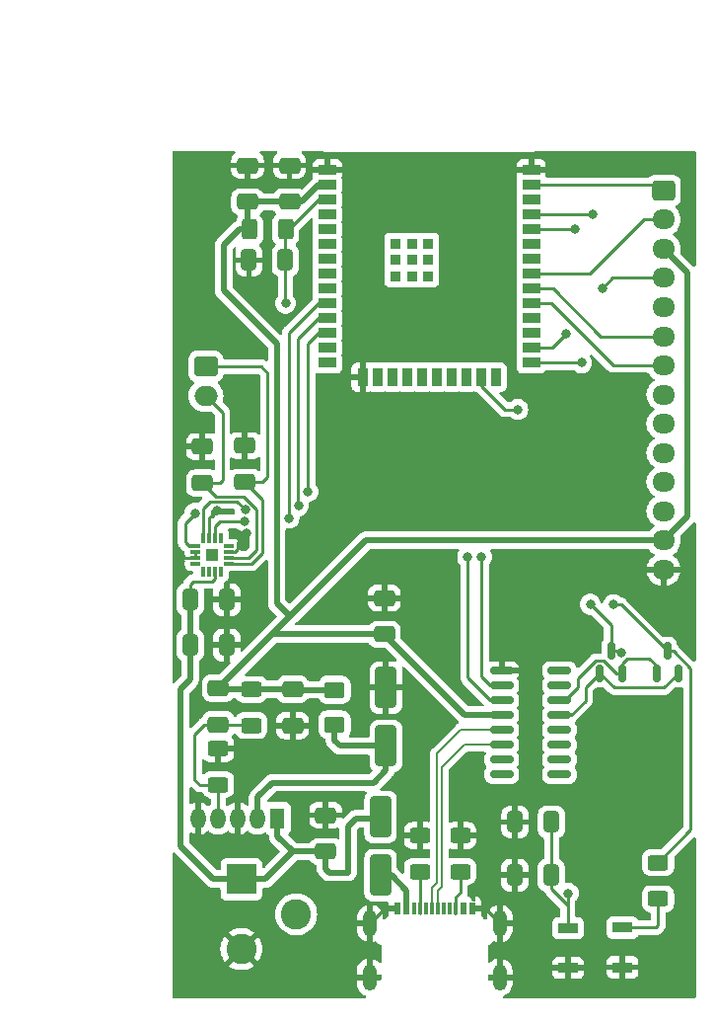
<source format=gbr>
%TF.GenerationSoftware,KiCad,Pcbnew,7.0.8*%
%TF.CreationDate,2025-04-01T23:17:51+07:00*%
%TF.ProjectId,esp32_smth,65737033-325f-4736-9d74-682e6b696361,rev?*%
%TF.SameCoordinates,Original*%
%TF.FileFunction,Copper,L1,Top*%
%TF.FilePolarity,Positive*%
%FSLAX46Y46*%
G04 Gerber Fmt 4.6, Leading zero omitted, Abs format (unit mm)*
G04 Created by KiCad (PCBNEW 7.0.8) date 2025-04-01 23:17:51*
%MOMM*%
%LPD*%
G01*
G04 APERTURE LIST*
G04 Aperture macros list*
%AMRoundRect*
0 Rectangle with rounded corners*
0 $1 Rounding radius*
0 $2 $3 $4 $5 $6 $7 $8 $9 X,Y pos of 4 corners*
0 Add a 4 corners polygon primitive as box body*
4,1,4,$2,$3,$4,$5,$6,$7,$8,$9,$2,$3,0*
0 Add four circle primitives for the rounded corners*
1,1,$1+$1,$2,$3*
1,1,$1+$1,$4,$5*
1,1,$1+$1,$6,$7*
1,1,$1+$1,$8,$9*
0 Add four rect primitives between the rounded corners*
20,1,$1+$1,$2,$3,$4,$5,0*
20,1,$1+$1,$4,$5,$6,$7,0*
20,1,$1+$1,$6,$7,$8,$9,0*
20,1,$1+$1,$8,$9,$2,$3,0*%
G04 Aperture macros list end*
%TA.AperFunction,ComponentPad*%
%ADD10R,2.600000X2.600000*%
%TD*%
%TA.AperFunction,ComponentPad*%
%ADD11C,2.600000*%
%TD*%
%TA.AperFunction,SMDPad,CuDef*%
%ADD12R,0.540000X1.100000*%
%TD*%
%TA.AperFunction,SMDPad,CuDef*%
%ADD13R,0.300000X1.100000*%
%TD*%
%TA.AperFunction,ComponentPad*%
%ADD14O,1.200000X2.250000*%
%TD*%
%TA.AperFunction,SMDPad,CuDef*%
%ADD15RoundRect,0.250000X-0.650000X0.412500X-0.650000X-0.412500X0.650000X-0.412500X0.650000X0.412500X0*%
%TD*%
%TA.AperFunction,ComponentPad*%
%ADD16RoundRect,0.250000X-0.725000X0.600000X-0.725000X-0.600000X0.725000X-0.600000X0.725000X0.600000X0*%
%TD*%
%TA.AperFunction,ComponentPad*%
%ADD17O,1.950000X1.700000*%
%TD*%
%TA.AperFunction,SMDPad,CuDef*%
%ADD18RoundRect,0.250000X0.650000X-0.412500X0.650000X0.412500X-0.650000X0.412500X-0.650000X-0.412500X0*%
%TD*%
%TA.AperFunction,SMDPad,CuDef*%
%ADD19RoundRect,0.150000X0.150000X-0.587500X0.150000X0.587500X-0.150000X0.587500X-0.150000X-0.587500X0*%
%TD*%
%TA.AperFunction,SMDPad,CuDef*%
%ADD20RoundRect,0.033750X-0.386250X-0.101250X0.386250X-0.101250X0.386250X0.101250X-0.386250X0.101250X0*%
%TD*%
%TA.AperFunction,SMDPad,CuDef*%
%ADD21RoundRect,0.033750X-0.101250X-0.386250X0.101250X-0.386250X0.101250X0.386250X-0.101250X0.386250X0*%
%TD*%
%TA.AperFunction,SMDPad,CuDef*%
%ADD22R,1.100000X1.100000*%
%TD*%
%TA.AperFunction,SMDPad,CuDef*%
%ADD23RoundRect,0.250000X-0.625000X0.400000X-0.625000X-0.400000X0.625000X-0.400000X0.625000X0.400000X0*%
%TD*%
%TA.AperFunction,SMDPad,CuDef*%
%ADD24RoundRect,0.250000X0.650000X-1.500000X0.650000X1.500000X-0.650000X1.500000X-0.650000X-1.500000X0*%
%TD*%
%TA.AperFunction,SMDPad,CuDef*%
%ADD25RoundRect,0.250000X-0.412500X-0.650000X0.412500X-0.650000X0.412500X0.650000X-0.412500X0.650000X0*%
%TD*%
%TA.AperFunction,SMDPad,CuDef*%
%ADD26RoundRect,0.250000X0.412500X0.650000X-0.412500X0.650000X-0.412500X-0.650000X0.412500X-0.650000X0*%
%TD*%
%TA.AperFunction,SMDPad,CuDef*%
%ADD27R,1.500000X0.900000*%
%TD*%
%TA.AperFunction,SMDPad,CuDef*%
%ADD28R,0.900000X1.500000*%
%TD*%
%TA.AperFunction,SMDPad,CuDef*%
%ADD29R,0.900000X0.900000*%
%TD*%
%TA.AperFunction,SMDPad,CuDef*%
%ADD30R,1.700000X0.900000*%
%TD*%
%TA.AperFunction,ComponentPad*%
%ADD31R,1.275000X1.800000*%
%TD*%
%TA.AperFunction,ComponentPad*%
%ADD32O,1.275000X1.800000*%
%TD*%
%TA.AperFunction,SMDPad,CuDef*%
%ADD33RoundRect,0.150000X-0.825000X-0.150000X0.825000X-0.150000X0.825000X0.150000X-0.825000X0.150000X0*%
%TD*%
%TA.AperFunction,SMDPad,CuDef*%
%ADD34RoundRect,0.250001X0.624999X-0.462499X0.624999X0.462499X-0.624999X0.462499X-0.624999X-0.462499X0*%
%TD*%
%TA.AperFunction,SMDPad,CuDef*%
%ADD35RoundRect,0.250000X0.625000X-0.400000X0.625000X0.400000X-0.625000X0.400000X-0.625000X-0.400000X0*%
%TD*%
%TA.AperFunction,SMDPad,CuDef*%
%ADD36RoundRect,0.250000X-0.650000X1.500000X-0.650000X-1.500000X0.650000X-1.500000X0.650000X1.500000X0*%
%TD*%
%TA.AperFunction,ComponentPad*%
%ADD37RoundRect,0.250000X-0.750000X0.600000X-0.750000X-0.600000X0.750000X-0.600000X0.750000X0.600000X0*%
%TD*%
%TA.AperFunction,ComponentPad*%
%ADD38O,2.000000X1.700000*%
%TD*%
%TA.AperFunction,SMDPad,CuDef*%
%ADD39RoundRect,0.250000X-0.400000X-0.625000X0.400000X-0.625000X0.400000X0.625000X-0.400000X0.625000X0*%
%TD*%
%TA.AperFunction,ViaPad*%
%ADD40C,0.800000*%
%TD*%
%TA.AperFunction,Conductor*%
%ADD41C,0.500000*%
%TD*%
%TA.AperFunction,Conductor*%
%ADD42C,0.250000*%
%TD*%
%TA.AperFunction,Conductor*%
%ADD43C,0.200000*%
%TD*%
G04 APERTURE END LIST*
D10*
%TO.P,J4,1*%
%TO.N,VCC*%
X182675000Y-148850000D03*
D11*
%TO.P,J4,2*%
%TO.N,GND*%
X182675000Y-154850000D03*
%TO.P,J4,3*%
%TO.N,N/C*%
X187375000Y-151850000D03*
%TD*%
D12*
%TO.P,J2,A1,GND*%
%TO.N,GND*%
X196085000Y-151372500D03*
%TO.P,J2,A4,VBUS*%
%TO.N,Net-(D2-A)*%
X196835000Y-151372500D03*
D13*
%TO.P,J2,A5,CC1*%
%TO.N,Net-(J2-CC1)*%
X198035000Y-151372500D03*
%TO.P,J2,A6,D+*%
%TO.N,D+*%
X199035000Y-151372500D03*
%TO.P,J2,A7,D-*%
%TO.N,D-*%
X199535000Y-151372500D03*
%TO.P,J2,A8,SBU1*%
%TO.N,unconnected-(J2-SBU1-PadA8)*%
X200535000Y-151372500D03*
D12*
%TO.P,J2,A9,VBUS*%
%TO.N,Net-(D2-A)*%
X201735000Y-151372500D03*
%TO.P,J2,A12,GND*%
%TO.N,GND*%
X202485000Y-151372500D03*
%TO.P,J2,B1,GND*%
X202485000Y-151372500D03*
%TO.P,J2,B4,VBUS*%
%TO.N,Net-(D2-A)*%
X201735000Y-151372500D03*
D13*
%TO.P,J2,B5,CC2*%
%TO.N,Net-(J2-CC2)*%
X201035000Y-151372500D03*
%TO.P,J2,B6,D+*%
%TO.N,D+*%
X200035000Y-151372500D03*
%TO.P,J2,B7,D-*%
%TO.N,D-*%
X198535000Y-151372500D03*
%TO.P,J2,B8,SBU2*%
%TO.N,unconnected-(J2-SBU2-PadB8)*%
X197535000Y-151372500D03*
D12*
%TO.P,J2,B9,VBUS*%
%TO.N,Net-(D2-A)*%
X196835000Y-151372500D03*
%TO.P,J2,B12,GND*%
%TO.N,GND*%
X196085000Y-151372500D03*
D14*
%TO.P,J2,S1,SHIELD*%
X193690000Y-157252500D03*
X193710000Y-152652500D03*
X204840000Y-157252500D03*
X204860000Y-152652500D03*
%TD*%
D15*
%TO.P,C2,1*%
%TO.N,PWR*%
X187075000Y-132562500D03*
%TO.P,C2,2*%
%TO.N,GND*%
X187075000Y-135687500D03*
%TD*%
D16*
%TO.P,J1,1,Pin_1*%
%TO.N,MOSI*%
X218925000Y-89800000D03*
D17*
%TO.P,J1,2,Pin_2*%
%TO.N,MISO*%
X218925000Y-92300000D03*
%TO.P,J1,3,Pin_3*%
%TO.N,PWR*%
X218925000Y-94800000D03*
%TO.P,J1,4,Pin_4*%
%TO.N,DC*%
X218925000Y-97300000D03*
%TO.P,J1,5,Pin_5*%
%TO.N,RESET*%
X218925000Y-99800000D03*
%TO.P,J1,6,Pin_6*%
%TO.N,SCLK*%
X218925000Y-102300000D03*
%TO.P,J1,7,Pin_7*%
%TO.N,CS*%
X218925000Y-104800000D03*
%TO.P,J1,8,Pin_8*%
%TO.N,CS2*%
X218925000Y-107300000D03*
%TO.P,J1,9,Pin_9*%
%TO.N,unconnected-(J1-Pin_9-Pad9)*%
X218925000Y-109800000D03*
%TO.P,J1,10,Pin_10*%
%TO.N,unconnected-(J1-Pin_10-Pad10)*%
X218925000Y-112300000D03*
%TO.P,J1,11,Pin_11*%
%TO.N,unconnected-(J1-Pin_11-Pad11)*%
X218925000Y-114800000D03*
%TO.P,J1,12,Pin_12*%
%TO.N,unconnected-(J1-Pin_12-Pad12)*%
X218925000Y-117300000D03*
%TO.P,J1,13,Pin_13*%
%TO.N,PWR*%
X218925000Y-119800000D03*
%TO.P,J1,14,Pin_14*%
%TO.N,GND*%
X218925000Y-122300000D03*
%TD*%
D18*
%TO.P,C9,1*%
%TO.N,PWR*%
X183200000Y-90775000D03*
%TO.P,C9,2*%
%TO.N,GND*%
X183200000Y-87650000D03*
%TD*%
D19*
%TO.P,Q2,1,G*%
%TO.N,Net-(Q1-S)*%
X218300000Y-131175000D03*
%TO.P,Q2,2,S*%
%TO.N,Net-(Q1-G)*%
X220200000Y-131175000D03*
%TO.P,Q2,3,D*%
%TO.N,BOOT*%
X219250000Y-129300000D03*
%TD*%
D18*
%TO.P,C7,1*%
%TO.N,Net-(J3-Pin_1)*%
X179325000Y-114887500D03*
%TO.P,C7,2*%
%TO.N,GND*%
X179325000Y-111762500D03*
%TD*%
D20*
%TO.P,U3,1,DIN*%
%TO.N,DIN*%
X178740000Y-120300000D03*
%TO.P,U3,2,GAIN_SLOT*%
%TO.N,GND*%
X178740000Y-120800000D03*
%TO.P,U3,3,GND*%
X178740000Y-121300000D03*
%TO.P,U3,4,SD_MODE*%
%TO.N,unconnected-(U3-SD_MODE-Pad4)*%
X178740000Y-121800000D03*
D21*
%TO.P,U3,5*%
%TO.N,N/C*%
X179425000Y-122485000D03*
%TO.P,U3,6*%
X179925000Y-122485000D03*
%TO.P,U3,7,VDD*%
%TO.N,VCC*%
X180425000Y-122485000D03*
%TO.P,U3,8,VDD*%
%TO.N,Net-(C4-Pad1)*%
X180925000Y-122485000D03*
D20*
%TO.P,U3,9,OUTP*%
%TO.N,Net-(J3-Pin_2)*%
X181610000Y-121800000D03*
%TO.P,U3,10,OUTN*%
%TO.N,Net-(J3-Pin_1)*%
X181610000Y-121300000D03*
%TO.P,U3,11,GND*%
%TO.N,GND*%
X181610000Y-120800000D03*
%TO.P,U3,12*%
%TO.N,N/C*%
X181610000Y-120300000D03*
D21*
%TO.P,U3,13*%
X180925000Y-119615000D03*
%TO.P,U3,14,LRCLK*%
%TO.N,LRCLK*%
X180425000Y-119615000D03*
%TO.P,U3,15,GND*%
%TO.N,GND*%
X179925000Y-119615000D03*
%TO.P,U3,16,BCLK*%
%TO.N,BCLK*%
X179425000Y-119615000D03*
D22*
%TO.P,U3,17,EP*%
%TO.N,unconnected-(U3-EP-Pad17)*%
X180175000Y-121050000D03*
%TD*%
D23*
%TO.P,R6,1*%
%TO.N,BOOT*%
X218450000Y-147425000D03*
%TO.P,R6,2*%
%TO.N,Net-(R6-Pad2)*%
X218450000Y-150525000D03*
%TD*%
D24*
%TO.P,D1,1,K*%
%TO.N,Net-(D1-K)*%
X195075000Y-137425000D03*
%TO.P,D1,2,A*%
%TO.N,GND*%
X195075000Y-132425000D03*
%TD*%
D25*
%TO.P,C5,1*%
%TO.N,VCC*%
X178287500Y-124875000D03*
%TO.P,C5,2*%
%TO.N,GND*%
X181412500Y-124875000D03*
%TD*%
D26*
%TO.P,C11,1*%
%TO.N,EN*%
X209287500Y-143950000D03*
%TO.P,C11,2*%
%TO.N,GND*%
X206162500Y-143950000D03*
%TD*%
%TO.P,C13,1*%
%TO.N,EN*%
X209275000Y-148500000D03*
%TO.P,C13,2*%
%TO.N,GND*%
X206150000Y-148500000D03*
%TD*%
D27*
%TO.P,U1,1,GND*%
%TO.N,GND*%
X190050000Y-88040000D03*
%TO.P,U1,2,3V3*%
%TO.N,PWR*%
X190050000Y-89310000D03*
%TO.P,U1,3,EN/CHIP_PU*%
%TO.N,EN*%
X190050000Y-90580000D03*
%TO.P,U1,4,SENSOR_VP/GPIO36/ADC1_CH0*%
%TO.N,unconnected-(U1-SENSOR_VP{slash}GPIO36{slash}ADC1_CH0-Pad4)*%
X190050000Y-91850000D03*
%TO.P,U1,5,SENSOR_VN/GPIO39/ADC1_CH3*%
%TO.N,unconnected-(U1-SENSOR_VN{slash}GPIO39{slash}ADC1_CH3-Pad5)*%
X190050000Y-93120000D03*
%TO.P,U1,6,GPIO34/ADC1_CH6*%
%TO.N,unconnected-(U1-GPIO34{slash}ADC1_CH6-Pad6)*%
X190050000Y-94390000D03*
%TO.P,U1,7,GPIO35/ADC1_CH7*%
%TO.N,unconnected-(U1-GPIO35{slash}ADC1_CH7-Pad7)*%
X190050000Y-95660000D03*
%TO.P,U1,8,32K_XP/GPIO32/ADC1_CH4*%
%TO.N,unconnected-(U1-32K_XP{slash}GPIO32{slash}ADC1_CH4-Pad8)*%
X190050000Y-96930000D03*
%TO.P,U1,9,32K_XN/GPIO33/ADC1_CH5*%
%TO.N,unconnected-(U1-32K_XN{slash}GPIO33{slash}ADC1_CH5-Pad9)*%
X190050000Y-98200000D03*
%TO.P,U1,10,DAC_1/ADC2_CH8/GPIO25*%
%TO.N,LRCLK*%
X190050000Y-99470000D03*
%TO.P,U1,11,DAC_2/ADC2_CH9/GPIO26*%
%TO.N,BCLK*%
X190050000Y-100740000D03*
%TO.P,U1,12,ADC2_CH7/GPIO27*%
%TO.N,DIN*%
X190050000Y-102010000D03*
%TO.P,U1,13,MTMS/GPIO14/ADC2_CH6*%
%TO.N,unconnected-(U1-MTMS{slash}GPIO14{slash}ADC2_CH6-Pad13)*%
X190050000Y-103280000D03*
%TO.P,U1,14,MTDI/GPIO12/ADC2_CH5*%
%TO.N,unconnected-(U1-MTDI{slash}GPIO12{slash}ADC2_CH5-Pad14)*%
X190050000Y-104550000D03*
D28*
%TO.P,U1,15,GND*%
%TO.N,GND*%
X193080000Y-105800000D03*
%TO.P,U1,16,MTCK/GPIO13/ADC2_CH4*%
%TO.N,unconnected-(U1-MTCK{slash}GPIO13{slash}ADC2_CH4-Pad16)*%
X194350000Y-105800000D03*
%TO.P,U1,17*%
%TO.N,N/C*%
X195620000Y-105800000D03*
%TO.P,U1,18*%
X196890000Y-105800000D03*
%TO.P,U1,19*%
X198160000Y-105800000D03*
%TO.P,U1,20*%
X199430000Y-105800000D03*
%TO.P,U1,21*%
X200700000Y-105800000D03*
%TO.P,U1,22*%
X201970000Y-105800000D03*
%TO.P,U1,23,MTDO/GPIO15/ADC2_CH3*%
%TO.N,RESET*%
X203240000Y-105800000D03*
%TO.P,U1,24,ADC2_CH2/GPIO2*%
%TO.N,unconnected-(U1-ADC2_CH2{slash}GPIO2-Pad24)*%
X204510000Y-105800000D03*
D27*
%TO.P,U1,25,GPIO0/BOOT/ADC2_CH1*%
%TO.N,BOOT*%
X207550000Y-104550000D03*
%TO.P,U1,26,ADC2_CH0/GPIO4*%
%TO.N,DC*%
X207550000Y-103280000D03*
%TO.P,U1,27,GPIO16*%
%TO.N,RX2*%
X207550000Y-102010000D03*
%TO.P,U1,28,GPIO17*%
%TO.N,unconnected-(U1-GPIO17-Pad28)*%
X207550000Y-100740000D03*
%TO.P,U1,29,GPIO5*%
%TO.N,CS*%
X207550000Y-99470000D03*
%TO.P,U1,30,GPIO18*%
%TO.N,SCLK*%
X207550000Y-98200000D03*
%TO.P,U1,31,GPIO19*%
%TO.N,MISO*%
X207550000Y-96930000D03*
%TO.P,U1,32*%
%TO.N,N/C*%
X207550000Y-95660000D03*
%TO.P,U1,33,GPIO21*%
%TO.N,unconnected-(U1-GPIO21-Pad33)*%
X207550000Y-94390000D03*
%TO.P,U1,34,U0RXD/GPIO3*%
%TO.N,RX0*%
X207550000Y-93120000D03*
%TO.P,U1,35,U0TXD/GPIO1*%
%TO.N,TX0*%
X207550000Y-91850000D03*
%TO.P,U1,36,GPIO22*%
%TO.N,unconnected-(U1-GPIO22-Pad36)*%
X207550000Y-90580000D03*
%TO.P,U1,37,GPIO23*%
%TO.N,MOSI*%
X207550000Y-89310000D03*
%TO.P,U1,38,GND*%
%TO.N,GND*%
X207550000Y-88040000D03*
D29*
%TO.P,U1,39,GND_THERMAL*%
%TO.N,unconnected-(U1-GND_THERMAL-Pad39)*%
X195900000Y-94360000D03*
X195900000Y-94360000D03*
X195900000Y-95760000D03*
X195900000Y-97160000D03*
X195900000Y-97160000D03*
X197300000Y-94360000D03*
X197300000Y-95760000D03*
X197300000Y-97160000D03*
X197300000Y-97160000D03*
X198700000Y-94360000D03*
X198700000Y-95760000D03*
X198700000Y-97160000D03*
%TD*%
D30*
%TO.P,SW1,1,1*%
%TO.N,EN*%
X210700000Y-153050000D03*
%TO.P,SW1,2,2*%
%TO.N,GND*%
X210700000Y-156450000D03*
%TD*%
D26*
%TO.P,C10,1*%
%TO.N,EN*%
X186450000Y-95775000D03*
%TO.P,C10,2*%
%TO.N,GND*%
X183325000Y-95775000D03*
%TD*%
D30*
%TO.P,SW2,1,1*%
%TO.N,Net-(R6-Pad2)*%
X215400000Y-153000000D03*
%TO.P,SW2,2,2*%
%TO.N,GND*%
X215400000Y-156400000D03*
%TD*%
D31*
%TO.P,U2,1,VIN*%
%TO.N,VCC*%
X185775000Y-143630000D03*
D32*
%TO.P,U2,2,OUT*%
%TO.N,Net-(D1-K)*%
X184075000Y-143630000D03*
%TO.P,U2,3,GND*%
%TO.N,GND*%
X182375000Y-143630000D03*
%TO.P,U2,4,FB*%
%TO.N,Net-(U2-FB)*%
X180675000Y-143630000D03*
%TO.P,U2,5,~{ON}/OFF*%
%TO.N,GND*%
X178975000Y-143630000D03*
%TD*%
D33*
%TO.P,U4,1,GND*%
%TO.N,GND*%
X205025000Y-130980000D03*
%TO.P,U4,2,TXD*%
%TO.N,TX0*%
X205025000Y-132250000D03*
%TO.P,U4,3,RXD*%
%TO.N,RX0*%
X205025000Y-133520000D03*
%TO.P,U4,4,V3*%
%TO.N,PWR*%
X205025000Y-134790000D03*
%TO.P,U4,5,UD+*%
%TO.N,D+*%
X205025000Y-136060000D03*
%TO.P,U4,6,UD-*%
%TO.N,D-*%
X205025000Y-137330000D03*
%TO.P,U4,7,NC*%
%TO.N,unconnected-(U4-NC-Pad7)*%
X205025000Y-138600000D03*
%TO.P,U4,8,NC*%
%TO.N,unconnected-(U4-NC-Pad8)*%
X205025000Y-139870000D03*
%TO.P,U4,9,~{CTS}*%
%TO.N,unconnected-(U4-~{CTS}-Pad9)*%
X209975000Y-139870000D03*
%TO.P,U4,10,~{DSR}*%
%TO.N,unconnected-(U4-~{DSR}-Pad10)*%
X209975000Y-138600000D03*
%TO.P,U4,11,~{RI}*%
%TO.N,unconnected-(U4-~{RI}-Pad11)*%
X209975000Y-137330000D03*
%TO.P,U4,12,~{DCD}*%
%TO.N,unconnected-(U4-~{DCD}-Pad12)*%
X209975000Y-136060000D03*
%TO.P,U4,13,~{DTR}*%
%TO.N,Net-(Q1-G)*%
X209975000Y-134790000D03*
%TO.P,U4,14,~{RTS}*%
%TO.N,Net-(Q1-S)*%
X209975000Y-133520000D03*
%TO.P,U4,15,R232*%
%TO.N,unconnected-(U4-R232-Pad15)*%
X209975000Y-132250000D03*
%TO.P,U4,16,VCC*%
%TO.N,PWR*%
X209975000Y-130980000D03*
%TD*%
D34*
%TO.P,L1,1*%
%TO.N,Net-(D1-K)*%
X190675000Y-135587500D03*
%TO.P,L1,2*%
%TO.N,PWR*%
X190675000Y-132612500D03*
%TD*%
D15*
%TO.P,C3,1*%
%TO.N,PWR*%
X180700000Y-132462500D03*
%TO.P,C3,2*%
%TO.N,Net-(U2-FB)*%
X180700000Y-135587500D03*
%TD*%
D35*
%TO.P,R4,1*%
%TO.N,Net-(J2-CC2)*%
X201475000Y-148200000D03*
%TO.P,R4,2*%
%TO.N,GND*%
X201475000Y-145100000D03*
%TD*%
D18*
%TO.P,C8,1*%
%TO.N,PWR*%
X186800000Y-90775000D03*
%TO.P,C8,2*%
%TO.N,GND*%
X186800000Y-87650000D03*
%TD*%
%TO.P,C1,1*%
%TO.N,VCC*%
X189900000Y-146487500D03*
%TO.P,C1,2*%
%TO.N,GND*%
X189900000Y-143362500D03*
%TD*%
D35*
%TO.P,R3,1*%
%TO.N,Net-(J2-CC1)*%
X198000000Y-148200000D03*
%TO.P,R3,2*%
%TO.N,GND*%
X198000000Y-145100000D03*
%TD*%
D25*
%TO.P,C4,1*%
%TO.N,VCC*%
X178287500Y-128775000D03*
%TO.P,C4,2*%
%TO.N,GND*%
X181412500Y-128775000D03*
%TD*%
D36*
%TO.P,D2,1,K*%
%TO.N,VCC*%
X194625000Y-143500000D03*
%TO.P,D2,2,A*%
%TO.N,Net-(D2-A)*%
X194625000Y-148500000D03*
%TD*%
D18*
%TO.P,C6,1*%
%TO.N,Net-(J3-Pin_2)*%
X182950000Y-114812500D03*
%TO.P,C6,2*%
%TO.N,GND*%
X182950000Y-111687500D03*
%TD*%
D37*
%TO.P,J3,1,Pin_1*%
%TO.N,Net-(J3-Pin_2)*%
X179625000Y-104900000D03*
D38*
%TO.P,J3,2,Pin_2*%
%TO.N,Net-(J3-Pin_1)*%
X179625000Y-107400000D03*
%TD*%
D18*
%TO.P,C12,1*%
%TO.N,PWR*%
X194950000Y-127862500D03*
%TO.P,C12,2*%
%TO.N,GND*%
X194950000Y-124737500D03*
%TD*%
D19*
%TO.P,Q1,1,G*%
%TO.N,Net-(Q1-G)*%
X213450000Y-131175000D03*
%TO.P,Q1,2,S*%
%TO.N,Net-(Q1-S)*%
X215350000Y-131175000D03*
%TO.P,Q1,3,D*%
%TO.N,EN*%
X214400000Y-129300000D03*
%TD*%
D39*
%TO.P,R5,1*%
%TO.N,PWR*%
X183375000Y-93150000D03*
%TO.P,R5,2*%
%TO.N,EN*%
X186475000Y-93150000D03*
%TD*%
D23*
%TO.P,R2,1*%
%TO.N,PWR*%
X183525000Y-132575000D03*
%TO.P,R2,2*%
%TO.N,Net-(U2-FB)*%
X183525000Y-135675000D03*
%TD*%
D35*
%TO.P,R1,1*%
%TO.N,Net-(U2-FB)*%
X180675000Y-140750000D03*
%TO.P,R1,2*%
%TO.N,GND*%
X180675000Y-137650000D03*
%TD*%
D40*
%TO.N,GND*%
X201175000Y-94275000D03*
X206975000Y-152700000D03*
X191525000Y-152750000D03*
X179775000Y-146325000D03*
X180600000Y-117199500D03*
X183075000Y-119200000D03*
X178075000Y-116300000D03*
X177350000Y-121375000D03*
X182525000Y-109800000D03*
X177375000Y-111475000D03*
%TO.N,EN*%
X186475000Y-99450000D03*
X215257393Y-129468009D03*
X210725000Y-150050000D03*
X212625000Y-125275000D03*
%TO.N,DC*%
X210550000Y-102125000D03*
X213675000Y-98150000D03*
%TO.N,RESET*%
X206400000Y-108575000D03*
%TO.N,DIN*%
X178675000Y-117475000D03*
X188375000Y-115625000D03*
%TO.N,BOOT*%
X214625000Y-125300000D03*
X211875000Y-104575000D03*
%TO.N,RX0*%
X211325000Y-93150000D03*
X202100000Y-121250000D03*
%TO.N,TX0*%
X212800000Y-91850000D03*
X203300000Y-121225000D03*
%TO.N,LRCLK*%
X182965595Y-118173461D03*
X186750000Y-117899500D03*
%TO.N,BCLK*%
X182999951Y-117174549D03*
X187575000Y-116825000D03*
%TD*%
D41*
%TO.N,Net-(D2-A)*%
X195525000Y-148500000D02*
X196835000Y-149810000D01*
X194625000Y-148500000D02*
X195525000Y-148500000D01*
X196835000Y-149810000D02*
X196835000Y-151372500D01*
%TO.N,PWR*%
X201852500Y-134790000D02*
X205025000Y-134790000D01*
X186125000Y-127825000D02*
X194887500Y-127825000D01*
X194887500Y-127825000D02*
X201852500Y-134790000D01*
D42*
%TO.N,GND*%
X203580000Y-151372500D02*
X204860000Y-152652500D01*
X202485000Y-151372500D02*
X203580000Y-151372500D01*
X194990000Y-151372500D02*
X193710000Y-152652500D01*
X196085000Y-151372500D02*
X194990000Y-151372500D01*
X191525000Y-152750000D02*
X191700000Y-152575000D01*
D41*
%TO.N,VCC*%
X189900000Y-147950000D02*
X189900000Y-146487500D01*
X190225000Y-148275000D02*
X189900000Y-147950000D01*
X191825000Y-148275000D02*
X190225000Y-148275000D01*
X191825000Y-144300000D02*
X191825000Y-148275000D01*
X192475000Y-143650000D02*
X191825000Y-144300000D01*
X194362500Y-143637500D02*
X194350000Y-143650000D01*
X194350000Y-143650000D02*
X192475000Y-143650000D01*
D42*
%TO.N,GND*%
X204907500Y-152700000D02*
X204860000Y-152652500D01*
X206975000Y-152700000D02*
X204907500Y-152700000D01*
X204840000Y-157252500D02*
X204840000Y-152672500D01*
X204840000Y-152672500D02*
X204860000Y-152652500D01*
X193690000Y-152672500D02*
X193710000Y-152652500D01*
X193690000Y-157252500D02*
X193690000Y-152672500D01*
X193612500Y-152750000D02*
X193710000Y-152652500D01*
X191525000Y-152750000D02*
X193612500Y-152750000D01*
D41*
%TO.N,PWR*%
X186125000Y-127825000D02*
X185337500Y-127825000D01*
X185337500Y-127825000D02*
X180700000Y-132462500D01*
X185300000Y-127825000D02*
X186125000Y-127825000D01*
X180800000Y-132325000D02*
X180800000Y-132562500D01*
X186812500Y-126312500D02*
X180800000Y-132325000D01*
D42*
%TO.N,Net-(J2-CC2)*%
X201475000Y-149950000D02*
X201475000Y-148200000D01*
X201035000Y-151797500D02*
X201035000Y-150390000D01*
X201010000Y-151822500D02*
X201035000Y-151797500D01*
X201035000Y-150390000D02*
X201475000Y-149950000D01*
D43*
%TO.N,D-*%
X199535000Y-151797500D02*
X199510000Y-151822500D01*
X199535000Y-149855000D02*
X199535000Y-151797500D01*
X199875000Y-149475000D02*
X199515000Y-149835000D01*
X199515000Y-149835000D02*
X199535000Y-149855000D01*
X199875000Y-139250000D02*
X199875000Y-149475000D01*
X205025000Y-137330000D02*
X201795000Y-137330000D01*
X201795000Y-137330000D02*
X199875000Y-139250000D01*
%TO.N,D+*%
X199475000Y-138075000D02*
X199475000Y-149175000D01*
X199035000Y-149615000D02*
X199035000Y-151372500D01*
X201490000Y-136060000D02*
X199475000Y-138075000D01*
X205025000Y-136060000D02*
X201490000Y-136060000D01*
X199475000Y-149175000D02*
X199035000Y-149615000D01*
D42*
%TO.N,Net-(J2-CC1)*%
X198010000Y-151397500D02*
X198010000Y-151822500D01*
X198050000Y-148250000D02*
X198050000Y-151357500D01*
X198050000Y-151357500D02*
X198010000Y-151397500D01*
X198000000Y-148200000D02*
X198050000Y-148250000D01*
%TO.N,GND*%
X179925000Y-117874500D02*
X179925000Y-119615000D01*
X180600000Y-117199500D02*
X179925000Y-117874500D01*
X181850000Y-146325000D02*
X179775000Y-146325000D01*
X182375000Y-145800000D02*
X181850000Y-146325000D01*
X182375000Y-143630000D02*
X182375000Y-145800000D01*
X178975000Y-145525000D02*
X178975000Y-143630000D01*
X179775000Y-146325000D02*
X178975000Y-145525000D01*
D41*
%TO.N,VCC*%
X182675000Y-148850000D02*
X184725000Y-148850000D01*
X184725000Y-148850000D02*
X187087500Y-146487500D01*
X180275000Y-148850000D02*
X182675000Y-148850000D01*
X177425000Y-146000000D02*
X180275000Y-148850000D01*
D42*
%TO.N,Net-(J3-Pin_1)*%
X183325000Y-121300000D02*
X181610000Y-121300000D01*
X184000000Y-120625000D02*
X183325000Y-121300000D01*
X184000000Y-117150000D02*
X184000000Y-120625000D01*
X179325000Y-114887500D02*
X180462500Y-116025000D01*
X180462500Y-116025000D02*
X182875000Y-116025000D01*
X182875000Y-116025000D02*
X184000000Y-117150000D01*
%TO.N,Net-(J3-Pin_2)*%
X183550000Y-121800000D02*
X181610000Y-121800000D01*
X184450000Y-116312500D02*
X182950000Y-114812500D01*
X184450000Y-120900000D02*
X184450000Y-116312500D01*
X183550000Y-121800000D02*
X184450000Y-120900000D01*
%TO.N,GND*%
X182104850Y-120800000D02*
X181610000Y-120800000D01*
X182355000Y-119920000D02*
X182355000Y-120549850D01*
X183075000Y-119200000D02*
X182355000Y-119920000D01*
X182355000Y-120549850D02*
X182104850Y-120800000D01*
%TO.N,BCLK*%
X179415000Y-117035000D02*
X179415000Y-119605000D01*
X179975000Y-116475000D02*
X179415000Y-117035000D01*
X179415000Y-119605000D02*
X179425000Y-119615000D01*
X182300402Y-116475000D02*
X179975000Y-116475000D01*
X182999951Y-117174549D02*
X182300402Y-116475000D01*
%TO.N,LRCLK*%
X180425000Y-118600000D02*
X180425000Y-119615000D01*
X180850000Y-118175000D02*
X180425000Y-118600000D01*
X182964056Y-118175000D02*
X180850000Y-118175000D01*
X182965595Y-118173461D02*
X182964056Y-118175000D01*
%TO.N,GND*%
X177425000Y-121300000D02*
X177350000Y-121375000D01*
X178740000Y-121300000D02*
X177425000Y-121300000D01*
X178740000Y-120800000D02*
X178740000Y-121300000D01*
%TO.N,DIN*%
X177825000Y-118325000D02*
X178675000Y-117475000D01*
X177825000Y-119950000D02*
X177825000Y-118325000D01*
X178175000Y-120300000D02*
X177825000Y-119950000D01*
X178740000Y-120300000D02*
X178175000Y-120300000D01*
%TO.N,VCC*%
X178575000Y-123300000D02*
X178275000Y-123600000D01*
X180425000Y-123050000D02*
X180175000Y-123300000D01*
X180175000Y-123300000D02*
X178575000Y-123300000D01*
X180425000Y-122485000D02*
X180425000Y-123050000D01*
X178275000Y-123600000D02*
X178287500Y-123612500D01*
X178275000Y-124862500D02*
X178287500Y-124875000D01*
X178275000Y-123637500D02*
X178275000Y-124862500D01*
D41*
X178275000Y-131750000D02*
X178275000Y-130062500D01*
X177425000Y-132600000D02*
X178275000Y-131750000D01*
X177425000Y-146000000D02*
X177425000Y-132600000D01*
X178275000Y-130062500D02*
X178287500Y-130050000D01*
X185782500Y-143637500D02*
X185775000Y-143630000D01*
X185775000Y-145175000D02*
X187087500Y-146487500D01*
X187087500Y-146487500D02*
X189900000Y-146487500D01*
X185775000Y-143630000D02*
X185775000Y-145175000D01*
D42*
%TO.N,Net-(U2-FB)*%
X179100000Y-140750000D02*
X180675000Y-140750000D01*
X183437500Y-135587500D02*
X183525000Y-135675000D01*
X180700000Y-135587500D02*
X183437500Y-135587500D01*
X178650000Y-136450000D02*
X178650000Y-140375000D01*
X178650000Y-140375000D02*
X179100000Y-140750000D01*
X180700000Y-135587500D02*
X179512500Y-135587500D01*
X180675000Y-140750000D02*
X180675000Y-143630000D01*
X179512500Y-135587500D02*
X178650000Y-136450000D01*
%TO.N,Net-(J3-Pin_1)*%
X179325000Y-114887500D02*
X180787500Y-114887500D01*
X181050000Y-108825000D02*
X179625000Y-107400000D01*
X180787500Y-114887500D02*
X181050000Y-114625000D01*
X181050000Y-114625000D02*
X181050000Y-108825000D01*
%TO.N,EN*%
X189300000Y-90580000D02*
X187102500Y-92777500D01*
X209250000Y-143912500D02*
X209287500Y-143950000D01*
X186475000Y-99450000D02*
X186450000Y-99425000D01*
X214400000Y-129300000D02*
X215089384Y-129300000D01*
X209287500Y-148487500D02*
X209275000Y-148500000D01*
X210700000Y-151125000D02*
X209275000Y-149700000D01*
X210700000Y-151125000D02*
X210700000Y-153050000D01*
X209275000Y-149700000D02*
X209275000Y-148500000D01*
X215089384Y-129300000D02*
X215257393Y-129468009D01*
X186730000Y-93150000D02*
X186475000Y-93150000D01*
X212625000Y-125275000D02*
X214400000Y-127050000D01*
X210725000Y-150050000D02*
X210700000Y-150075000D01*
X210725000Y-150050000D02*
X210725000Y-149950000D01*
X209287500Y-143950000D02*
X209287500Y-148487500D01*
X186450000Y-99425000D02*
X186450000Y-95775000D01*
X210700000Y-150075000D02*
X210700000Y-151125000D01*
X186450000Y-93430000D02*
X187102500Y-92777500D01*
X186450000Y-95775000D02*
X186450000Y-93430000D01*
X190050000Y-90580000D02*
X189300000Y-90580000D01*
X214400000Y-127050000D02*
X214400000Y-129300000D01*
X187102500Y-92777500D02*
X186730000Y-93150000D01*
D41*
%TO.N,Net-(D1-K)*%
X191150000Y-137425000D02*
X190675000Y-136950000D01*
X190675000Y-136950000D02*
X190675000Y-135587500D01*
X185325000Y-140575000D02*
X184075000Y-141825000D01*
X195075000Y-139500000D02*
X194000000Y-140575000D01*
X194000000Y-140575000D02*
X185325000Y-140575000D01*
X195075000Y-137425000D02*
X195075000Y-139500000D01*
X195075000Y-137425000D02*
X191150000Y-137425000D01*
X184075000Y-141825000D02*
X184075000Y-143630000D01*
D42*
%TO.N,MISO*%
X212570000Y-96930000D02*
X207550000Y-96930000D01*
X217200000Y-92300000D02*
X212570000Y-96930000D01*
X218925000Y-92300000D02*
X217200000Y-92300000D01*
%TO.N,MOSI*%
X218435000Y-89310000D02*
X218925000Y-89800000D01*
X207550000Y-89310000D02*
X218435000Y-89310000D01*
%TO.N,DC*%
X209395000Y-103280000D02*
X210550000Y-102125000D01*
X214525000Y-97300000D02*
X218925000Y-97300000D01*
X207550000Y-103280000D02*
X209395000Y-103280000D01*
X213675000Y-98150000D02*
X214525000Y-97300000D01*
%TO.N,RESET*%
X203240000Y-106550000D02*
X205265000Y-108575000D01*
X203240000Y-105800000D02*
X203240000Y-106550000D01*
X205265000Y-108575000D02*
X206400000Y-108575000D01*
%TO.N,SCLK*%
X207550000Y-98200000D02*
X209450000Y-98200000D01*
X209450000Y-98200000D02*
X213550000Y-102300000D01*
X213550000Y-102300000D02*
X218925000Y-102300000D01*
%TO.N,DIN*%
X188375000Y-102935000D02*
X189300000Y-102010000D01*
X189300000Y-102010000D02*
X190050000Y-102010000D01*
X188375000Y-115625000D02*
X188375000Y-102935000D01*
%TO.N,Net-(Q1-G)*%
X214700000Y-132425000D02*
X213450000Y-131175000D01*
X220200000Y-131175000D02*
X218950000Y-132425000D01*
X212200000Y-133540000D02*
X210950000Y-134790000D01*
X213450000Y-131175000D02*
X212200000Y-132425000D01*
X218950000Y-132425000D02*
X214700000Y-132425000D01*
X210950000Y-134790000D02*
X209975000Y-134790000D01*
X212200000Y-132425000D02*
X212200000Y-133540000D01*
%TO.N,Net-(Q1-S)*%
X215350000Y-130400000D02*
X215825000Y-129925000D01*
X211575000Y-132400000D02*
X211575000Y-131640748D01*
X213803248Y-130112500D02*
X214865748Y-131175000D01*
X213103248Y-130112500D02*
X213803248Y-130112500D01*
X215825000Y-129925000D02*
X217700000Y-129925000D01*
X209975000Y-133520000D02*
X210455000Y-133520000D01*
X211575000Y-131640748D02*
X213103248Y-130112500D01*
X217700000Y-129925000D02*
X218300000Y-130525000D01*
X210455000Y-133520000D02*
X211575000Y-132400000D01*
X218300000Y-130525000D02*
X218300000Y-131175000D01*
X214865748Y-131175000D02*
X215350000Y-131175000D01*
X215350000Y-131175000D02*
X215350000Y-130400000D01*
%TO.N,BOOT*%
X219250000Y-129300000D02*
X215250000Y-125300000D01*
X219734252Y-129300000D02*
X221250000Y-130815748D01*
X211850000Y-104550000D02*
X207550000Y-104550000D01*
X221250000Y-144625000D02*
X218450000Y-147425000D01*
X211875000Y-104575000D02*
X211850000Y-104550000D01*
X221250000Y-130815748D02*
X221250000Y-144625000D01*
X219250000Y-129300000D02*
X219734252Y-129300000D01*
X215250000Y-125300000D02*
X214625000Y-125300000D01*
%TO.N,Net-(R6-Pad2)*%
X218275000Y-153000000D02*
X215400000Y-153000000D01*
X218450000Y-152825000D02*
X218275000Y-153000000D01*
X218450000Y-150525000D02*
X218450000Y-152825000D01*
D41*
%TO.N,PWR*%
X185700000Y-102950000D02*
X185700000Y-125200000D01*
D42*
X187125000Y-132612500D02*
X187075000Y-132562500D01*
D41*
%TO.N,VCC*%
X178287500Y-124875000D02*
X178287500Y-128775000D01*
%TO.N,PWR*%
X187835000Y-90775000D02*
X186800000Y-90775000D01*
X183200000Y-90775000D02*
X186800000Y-90775000D01*
%TO.N,VCC*%
X178287500Y-128775000D02*
X178287500Y-130050000D01*
%TO.N,PWR*%
X181150000Y-98400000D02*
X185700000Y-102950000D01*
X183200000Y-90775000D02*
X183200000Y-92975000D01*
X187075000Y-132562500D02*
X180800000Y-132562500D01*
X218925000Y-119800000D02*
X193325000Y-119800000D01*
X181150000Y-94500000D02*
X181150000Y-98400000D01*
X190675000Y-132612500D02*
X187125000Y-132612500D01*
X190050000Y-89310000D02*
X189300000Y-89310000D01*
X183375000Y-93150000D02*
X182500000Y-93150000D01*
X193325000Y-119800000D02*
X186812500Y-126312500D01*
X182500000Y-93150000D02*
X181150000Y-94500000D01*
X221000000Y-96875000D02*
X221000000Y-117725000D01*
X185700000Y-125200000D02*
X186812500Y-126312500D01*
X189300000Y-89310000D02*
X187835000Y-90775000D01*
X183200000Y-92975000D02*
X183375000Y-93150000D01*
D42*
X180800000Y-132562500D02*
X180700000Y-132462500D01*
D41*
X218925000Y-94800000D02*
X221000000Y-96875000D01*
X221000000Y-117725000D02*
X218925000Y-119800000D01*
D42*
%TO.N,Net-(J3-Pin_2)*%
X182950000Y-114812500D02*
X184462500Y-114812500D01*
X184375000Y-104900000D02*
X179625000Y-104900000D01*
X184925000Y-114350000D02*
X184925000Y-105450000D01*
X184925000Y-105450000D02*
X184375000Y-104900000D01*
X184462500Y-114812500D02*
X184925000Y-114350000D01*
%TO.N,CS*%
X214600000Y-104800000D02*
X218925000Y-104800000D01*
X209270000Y-99470000D02*
X214600000Y-104800000D01*
X207550000Y-99470000D02*
X209270000Y-99470000D01*
%TO.N,RX0*%
X205025000Y-133520000D02*
X204050000Y-133520000D01*
X202100000Y-131570000D02*
X202100000Y-121250000D01*
X211295000Y-93120000D02*
X211325000Y-93150000D01*
X207550000Y-93120000D02*
X211295000Y-93120000D01*
X204050000Y-133520000D02*
X202100000Y-131570000D01*
%TO.N,TX0*%
X203300000Y-131500000D02*
X203300000Y-121225000D01*
X204050000Y-132250000D02*
X203300000Y-131500000D01*
X205025000Y-132250000D02*
X204050000Y-132250000D01*
X212800000Y-91850000D02*
X207550000Y-91850000D01*
%TO.N,LRCLK*%
X186775000Y-101995000D02*
X189300000Y-99470000D01*
X189300000Y-99470000D02*
X190050000Y-99470000D01*
X186775000Y-117874500D02*
X186775000Y-101995000D01*
X186750000Y-117899500D02*
X186775000Y-117874500D01*
%TO.N,BCLK*%
X187575000Y-116825000D02*
X187550000Y-116800000D01*
X187550000Y-102490000D02*
X189300000Y-100740000D01*
X187550000Y-116800000D02*
X187550000Y-102490000D01*
X189300000Y-100740000D02*
X190050000Y-100740000D01*
%TD*%
%TA.AperFunction,Conductor*%
%TO.N,GND*%
G36*
X163533614Y-82036788D02*
G01*
X163533610Y-82036788D01*
X216112906Y-75641201D01*
X163533614Y-82036788D01*
G37*
%TD.AperFunction*%
%TD*%
%TA.AperFunction,Conductor*%
%TO.N,GND*%
G36*
X184868834Y-121468269D02*
G01*
X184924767Y-121510141D01*
X184949184Y-121575605D01*
X184949500Y-121584451D01*
X184949500Y-125136294D01*
X184948191Y-125154263D01*
X184944710Y-125178025D01*
X184949264Y-125230064D01*
X184949500Y-125235470D01*
X184949500Y-125243709D01*
X184953306Y-125276274D01*
X184960000Y-125352791D01*
X184961461Y-125359867D01*
X184961403Y-125359878D01*
X184963034Y-125367237D01*
X184963092Y-125367224D01*
X184964757Y-125374250D01*
X184991025Y-125446424D01*
X185015185Y-125519331D01*
X185018236Y-125525874D01*
X185018182Y-125525898D01*
X185021470Y-125532688D01*
X185021521Y-125532663D01*
X185024761Y-125539113D01*
X185024762Y-125539114D01*
X185024763Y-125539117D01*
X185048346Y-125574973D01*
X185066965Y-125603283D01*
X185107287Y-125668655D01*
X185111766Y-125674319D01*
X185111719Y-125674356D01*
X185116482Y-125680202D01*
X185116528Y-125680164D01*
X185121173Y-125685700D01*
X185177018Y-125738386D01*
X185663450Y-126224818D01*
X185696935Y-126286141D01*
X185691951Y-126355832D01*
X185663450Y-126400180D01*
X184832486Y-127231144D01*
X184819797Y-127241482D01*
X184819835Y-127241528D01*
X184814310Y-127246164D01*
X184761614Y-127302017D01*
X182786681Y-129276949D01*
X182725358Y-129310434D01*
X182655666Y-129305450D01*
X182599733Y-129263578D01*
X182575316Y-129198114D01*
X182575000Y-129189268D01*
X182575000Y-129025000D01*
X181662500Y-129025000D01*
X181662500Y-130174999D01*
X181687884Y-130200383D01*
X181721369Y-130261706D01*
X181716385Y-130331398D01*
X181687884Y-130375745D01*
X180800449Y-131263181D01*
X180739126Y-131296666D01*
X180712768Y-131299500D01*
X179999998Y-131299500D01*
X179999980Y-131299501D01*
X179897203Y-131310000D01*
X179897200Y-131310001D01*
X179730668Y-131365185D01*
X179730663Y-131365187D01*
X179581342Y-131457289D01*
X179457289Y-131581342D01*
X179365187Y-131730663D01*
X179365185Y-131730668D01*
X179342377Y-131799500D01*
X179310001Y-131897203D01*
X179310001Y-131897204D01*
X179310000Y-131897204D01*
X179299500Y-131999983D01*
X179299500Y-132925001D01*
X179299501Y-132925019D01*
X179310000Y-133027796D01*
X179310001Y-133027799D01*
X179342216Y-133125015D01*
X179365186Y-133194334D01*
X179457288Y-133343656D01*
X179581344Y-133467712D01*
X179730666Y-133559814D01*
X179897203Y-133614999D01*
X179999991Y-133625500D01*
X181400008Y-133625499D01*
X181502797Y-133614999D01*
X181669334Y-133559814D01*
X181818656Y-133467712D01*
X181937049Y-133349319D01*
X181998372Y-133315834D01*
X182024730Y-133313000D01*
X182157492Y-133313000D01*
X182224531Y-133332685D01*
X182263029Y-133371901D01*
X182307288Y-133443656D01*
X182431344Y-133567712D01*
X182580666Y-133659814D01*
X182747203Y-133714999D01*
X182849991Y-133725500D01*
X184200008Y-133725499D01*
X184302797Y-133714999D01*
X184469334Y-133659814D01*
X184618656Y-133567712D01*
X184742712Y-133443656D01*
X184786970Y-133371902D01*
X184838917Y-133325179D01*
X184892508Y-133313000D01*
X185682492Y-133313000D01*
X185749531Y-133332685D01*
X185788029Y-133371901D01*
X185832288Y-133443656D01*
X185956344Y-133567712D01*
X186105666Y-133659814D01*
X186272203Y-133714999D01*
X186374991Y-133725500D01*
X187775008Y-133725499D01*
X187877797Y-133714999D01*
X188044334Y-133659814D01*
X188193656Y-133567712D01*
X188317712Y-133443656D01*
X188323337Y-133434534D01*
X188331130Y-133421903D01*
X188383078Y-133375178D01*
X188436668Y-133363000D01*
X189276652Y-133363000D01*
X189343691Y-133382685D01*
X189382190Y-133421902D01*
X189457288Y-133543654D01*
X189581344Y-133667710D01*
X189581348Y-133667713D01*
X189730662Y-133759812D01*
X189730664Y-133759813D01*
X189730666Y-133759814D01*
X189897203Y-133814999D01*
X189999992Y-133825500D01*
X189999997Y-133825500D01*
X191350003Y-133825500D01*
X191350008Y-133825500D01*
X191452797Y-133814999D01*
X191619334Y-133759814D01*
X191768655Y-133667711D01*
X191892711Y-133543655D01*
X191984814Y-133394334D01*
X192039999Y-133227797D01*
X192050500Y-133125008D01*
X192050500Y-132675000D01*
X193675001Y-132675000D01*
X193675001Y-133974986D01*
X193685494Y-134077697D01*
X193740641Y-134244119D01*
X193740643Y-134244124D01*
X193832684Y-134393345D01*
X193956654Y-134517315D01*
X194105875Y-134609356D01*
X194105880Y-134609358D01*
X194272302Y-134664505D01*
X194272309Y-134664506D01*
X194375019Y-134674999D01*
X194824999Y-134674999D01*
X194825000Y-134674998D01*
X194825000Y-132675000D01*
X195325000Y-132675000D01*
X195325000Y-134674999D01*
X195774972Y-134674999D01*
X195774986Y-134674998D01*
X195877697Y-134664505D01*
X196044119Y-134609358D01*
X196044124Y-134609356D01*
X196193345Y-134517315D01*
X196317315Y-134393345D01*
X196409356Y-134244124D01*
X196409358Y-134244119D01*
X196464505Y-134077697D01*
X196464506Y-134077690D01*
X196474999Y-133974986D01*
X196475000Y-133974973D01*
X196475000Y-132675000D01*
X195325000Y-132675000D01*
X194825000Y-132675000D01*
X193675001Y-132675000D01*
X192050500Y-132675000D01*
X192050500Y-132175000D01*
X193675000Y-132175000D01*
X194825000Y-132175000D01*
X194825000Y-130175000D01*
X194375028Y-130175000D01*
X194375012Y-130175001D01*
X194272302Y-130185494D01*
X194105880Y-130240641D01*
X194105875Y-130240643D01*
X193956654Y-130332684D01*
X193832684Y-130456654D01*
X193740643Y-130605875D01*
X193740641Y-130605880D01*
X193685494Y-130772302D01*
X193685493Y-130772309D01*
X193675000Y-130875013D01*
X193675000Y-132175000D01*
X192050500Y-132175000D01*
X192050500Y-132099992D01*
X192039999Y-131997203D01*
X191984814Y-131830666D01*
X191984741Y-131830548D01*
X191892713Y-131681348D01*
X191892710Y-131681344D01*
X191768655Y-131557289D01*
X191768651Y-131557286D01*
X191619337Y-131465187D01*
X191619335Y-131465186D01*
X191528239Y-131435000D01*
X191452797Y-131410001D01*
X191452795Y-131410000D01*
X191350015Y-131399500D01*
X191350008Y-131399500D01*
X189999992Y-131399500D01*
X189999984Y-131399500D01*
X189897204Y-131410000D01*
X189897203Y-131410001D01*
X189730664Y-131465186D01*
X189730662Y-131465187D01*
X189581348Y-131557286D01*
X189581344Y-131557289D01*
X189457288Y-131681345D01*
X189382190Y-131803098D01*
X189330242Y-131849822D01*
X189276652Y-131862000D01*
X188498348Y-131862000D01*
X188431309Y-131842315D01*
X188392809Y-131803097D01*
X188317712Y-131681344D01*
X188193656Y-131557288D01*
X188044334Y-131465186D01*
X187877797Y-131410001D01*
X187877795Y-131410000D01*
X187775010Y-131399500D01*
X186374998Y-131399500D01*
X186374981Y-131399501D01*
X186272203Y-131410000D01*
X186272200Y-131410001D01*
X186105668Y-131465185D01*
X186105663Y-131465187D01*
X185956342Y-131557289D01*
X185832289Y-131681342D01*
X185828270Y-131687858D01*
X185804121Y-131727011D01*
X185788031Y-131753097D01*
X185736083Y-131799821D01*
X185682492Y-131812000D01*
X184877088Y-131812000D01*
X184810049Y-131792315D01*
X184771549Y-131753097D01*
X184765037Y-131742539D01*
X184742712Y-131706344D01*
X184618656Y-131582288D01*
X184489945Y-131502899D01*
X184469336Y-131490187D01*
X184469331Y-131490185D01*
X184460489Y-131487255D01*
X184302797Y-131435001D01*
X184302795Y-131435000D01*
X184200016Y-131424500D01*
X183098727Y-131424500D01*
X183031688Y-131404815D01*
X182985933Y-131352011D01*
X182975989Y-131282853D01*
X183005014Y-131219297D01*
X183011031Y-131212834D01*
X185612048Y-128611819D01*
X185673371Y-128578334D01*
X185699729Y-128575500D01*
X186037279Y-128575500D01*
X193534362Y-128575500D01*
X193601401Y-128595185D01*
X193639899Y-128634401D01*
X193707288Y-128743656D01*
X193831344Y-128867712D01*
X193980666Y-128959814D01*
X194147203Y-129014999D01*
X194249991Y-129025500D01*
X194975269Y-129025499D01*
X195042308Y-129045183D01*
X195062950Y-129061818D01*
X195975314Y-129974182D01*
X196008799Y-130035505D01*
X196003815Y-130105197D01*
X195961943Y-130161130D01*
X195896479Y-130185547D01*
X195875031Y-130185221D01*
X195774988Y-130175000D01*
X195325000Y-130175000D01*
X195325000Y-132175000D01*
X196474999Y-132175000D01*
X196474999Y-130875028D01*
X196474998Y-130875013D01*
X196464778Y-130774967D01*
X196477548Y-130706274D01*
X196525428Y-130655390D01*
X196593218Y-130638469D01*
X196659395Y-130660885D01*
X196675812Y-130674680D01*
X198156474Y-132155341D01*
X201276767Y-135275634D01*
X201288548Y-135289266D01*
X201307202Y-135314322D01*
X201305542Y-135315557D01*
X201332573Y-135368679D01*
X201325562Y-135438196D01*
X201282081Y-135492887D01*
X201258145Y-135506059D01*
X201187160Y-135535462D01*
X201187159Y-135535463D01*
X201061719Y-135631716D01*
X201040019Y-135659994D01*
X201034668Y-135666096D01*
X199081096Y-137619668D01*
X199074993Y-137625020D01*
X199046719Y-137646716D01*
X199022550Y-137678215D01*
X198950461Y-137772162D01*
X198950461Y-137772163D01*
X198889957Y-137918234D01*
X198889955Y-137918239D01*
X198869318Y-138074998D01*
X198869318Y-138075000D01*
X198872607Y-138099986D01*
X198873969Y-138110326D01*
X198874500Y-138118428D01*
X198874500Y-143833069D01*
X198854815Y-143900108D01*
X198802011Y-143945863D01*
X198737899Y-143956427D01*
X198674991Y-143950000D01*
X198250000Y-143950000D01*
X198250000Y-146249999D01*
X198674972Y-146249999D01*
X198674984Y-146249998D01*
X198737897Y-146243571D01*
X198806590Y-146256340D01*
X198857475Y-146304221D01*
X198874500Y-146366929D01*
X198874500Y-146932566D01*
X198854815Y-146999605D01*
X198802011Y-147045360D01*
X198737899Y-147055924D01*
X198675012Y-147049500D01*
X197324998Y-147049500D01*
X197324981Y-147049501D01*
X197222203Y-147060000D01*
X197222200Y-147060001D01*
X197055668Y-147115185D01*
X197055663Y-147115187D01*
X196906342Y-147207289D01*
X196782289Y-147331342D01*
X196690187Y-147480663D01*
X196690185Y-147480668D01*
X196673617Y-147530668D01*
X196635001Y-147647203D01*
X196635001Y-147647204D01*
X196635000Y-147647204D01*
X196624500Y-147749983D01*
X196624500Y-148238770D01*
X196604815Y-148305809D01*
X196552011Y-148351564D01*
X196482853Y-148361508D01*
X196419297Y-148332483D01*
X196412819Y-148326451D01*
X196100729Y-148014361D01*
X196088949Y-148000730D01*
X196074610Y-147981470D01*
X196069790Y-147977426D01*
X196031091Y-147919256D01*
X196025499Y-147882439D01*
X196025499Y-146949998D01*
X196025498Y-146949981D01*
X196014999Y-146847203D01*
X196014998Y-146847200D01*
X195959814Y-146680666D01*
X195867712Y-146531344D01*
X195743656Y-146407288D01*
X195634864Y-146340185D01*
X195594336Y-146315187D01*
X195594331Y-146315185D01*
X195592862Y-146314698D01*
X195427797Y-146260001D01*
X195427795Y-146260000D01*
X195325010Y-146249500D01*
X193924998Y-146249500D01*
X193924981Y-146249501D01*
X193822203Y-146260000D01*
X193822200Y-146260001D01*
X193655668Y-146315185D01*
X193655663Y-146315187D01*
X193506342Y-146407289D01*
X193382289Y-146531342D01*
X193290187Y-146680663D01*
X193290186Y-146680666D01*
X193235001Y-146847203D01*
X193235001Y-146847204D01*
X193235000Y-146847204D01*
X193224500Y-146949983D01*
X193224500Y-150050001D01*
X193224501Y-150050018D01*
X193235000Y-150152796D01*
X193235001Y-150152799D01*
X193279255Y-150286346D01*
X193290186Y-150319334D01*
X193382288Y-150468656D01*
X193506344Y-150592712D01*
X193655666Y-150684814D01*
X193822203Y-150739999D01*
X193924991Y-150750500D01*
X195191000Y-150750499D01*
X195258039Y-150770184D01*
X195303794Y-150822987D01*
X195315000Y-150874499D01*
X195315000Y-151122500D01*
X195834999Y-151122500D01*
X195852818Y-151104681D01*
X195914141Y-151071195D01*
X195983832Y-151076179D01*
X196039766Y-151118050D01*
X196064184Y-151183514D01*
X196064500Y-151192361D01*
X196064500Y-151364962D01*
X196064501Y-151498500D01*
X196044817Y-151565539D01*
X195992013Y-151611294D01*
X195940501Y-151622500D01*
X195315000Y-151622500D01*
X195315000Y-151957856D01*
X195295315Y-152024895D01*
X195250594Y-152063645D01*
X195251803Y-152065740D01*
X195244770Y-152069799D01*
X195180520Y-152119101D01*
X195124549Y-152162049D01*
X195124548Y-152162050D01*
X195124547Y-152162051D01*
X195032375Y-152282171D01*
X194975947Y-152323373D01*
X194906201Y-152327528D01*
X194845281Y-152293315D01*
X194812529Y-152231598D01*
X194810000Y-152206684D01*
X194810000Y-152075101D01*
X194795034Y-151918377D01*
X194795033Y-151918373D01*
X194735850Y-151716813D01*
X194639586Y-151530085D01*
X194509731Y-151364962D01*
X194509728Y-151364959D01*
X194350969Y-151227394D01*
X194350958Y-151227385D01*
X194169039Y-151122355D01*
X194169032Y-151122352D01*
X193970516Y-151053644D01*
X193960000Y-151052132D01*
X193960000Y-151961389D01*
X193935543Y-151921890D01*
X193846038Y-151854299D01*
X193738160Y-151823605D01*
X193626479Y-151833954D01*
X193526078Y-151883948D01*
X193460000Y-151956430D01*
X193460000Y-151056240D01*
X193459999Y-151056240D01*
X193348594Y-151083268D01*
X193348582Y-151083272D01*
X193157497Y-151170537D01*
X193157496Y-151170538D01*
X192986380Y-151292389D01*
X192986374Y-151292395D01*
X192841407Y-151444432D01*
X192727833Y-151621157D01*
X192649755Y-151816185D01*
X192610000Y-152022462D01*
X192610000Y-152402500D01*
X193410000Y-152402500D01*
X193410000Y-152902500D01*
X192610000Y-152902500D01*
X192610000Y-153229898D01*
X192624965Y-153386622D01*
X192624966Y-153386626D01*
X192684149Y-153588186D01*
X192780413Y-153774914D01*
X192910268Y-153940037D01*
X192910271Y-153940040D01*
X193069030Y-154077605D01*
X193069041Y-154077614D01*
X193250960Y-154182644D01*
X193250967Y-154182647D01*
X193449487Y-154251356D01*
X193460000Y-154252867D01*
X193460000Y-153343610D01*
X193484457Y-153383110D01*
X193573962Y-153450701D01*
X193681840Y-153481395D01*
X193793521Y-153471046D01*
X193893922Y-153421052D01*
X193960000Y-153348569D01*
X193960000Y-154248757D01*
X194071412Y-154221729D01*
X194143849Y-154188648D01*
X194213007Y-154178704D01*
X194276563Y-154207729D01*
X194303986Y-154241636D01*
X194322956Y-154276091D01*
X194322957Y-154276093D01*
X194413109Y-154370465D01*
X194524441Y-154438571D01*
X194577100Y-154454197D01*
X194577376Y-154454279D01*
X194596022Y-154461493D01*
X194626253Y-154476094D01*
X194658659Y-154498747D01*
X194675570Y-154515151D01*
X194699202Y-154546861D01*
X194710087Y-154567753D01*
X194722533Y-154605287D01*
X194727916Y-154638634D01*
X194729501Y-154658395D01*
X194729501Y-155911580D01*
X194709816Y-155978619D01*
X194657012Y-156024374D01*
X194587854Y-156034318D01*
X194524298Y-156005293D01*
X194508031Y-155988233D01*
X194489727Y-155964958D01*
X194330969Y-155827394D01*
X194330958Y-155827385D01*
X194149039Y-155722355D01*
X194149032Y-155722352D01*
X193950516Y-155653644D01*
X193940000Y-155652132D01*
X193940000Y-156561389D01*
X193915543Y-156521890D01*
X193826038Y-156454299D01*
X193718160Y-156423605D01*
X193606479Y-156433954D01*
X193506078Y-156483948D01*
X193440000Y-156556430D01*
X193440000Y-155656240D01*
X193439999Y-155656240D01*
X193328594Y-155683268D01*
X193328582Y-155683272D01*
X193137497Y-155770537D01*
X193137496Y-155770538D01*
X192966380Y-155892389D01*
X192966374Y-155892395D01*
X192821407Y-156044432D01*
X192707833Y-156221157D01*
X192629755Y-156416185D01*
X192590000Y-156622462D01*
X192590000Y-157002500D01*
X193390000Y-157002500D01*
X193390000Y-157502500D01*
X192590000Y-157502500D01*
X192590000Y-157829898D01*
X192604965Y-157986622D01*
X192604966Y-157986626D01*
X192664149Y-158188186D01*
X192760413Y-158374914D01*
X192890268Y-158540037D01*
X192890271Y-158540040D01*
X193049030Y-158677605D01*
X193049041Y-158677614D01*
X193230960Y-158782644D01*
X193230967Y-158782647D01*
X193305142Y-158808320D01*
X193362056Y-158848848D01*
X193388024Y-158913713D01*
X193374801Y-158982320D01*
X193326585Y-159032887D01*
X193264585Y-159049500D01*
X176874500Y-159049500D01*
X176807461Y-159029815D01*
X176761706Y-158977011D01*
X176750500Y-158925500D01*
X176750500Y-154850004D01*
X180869953Y-154850004D01*
X180890113Y-155119026D01*
X180890113Y-155119028D01*
X180950142Y-155382033D01*
X180950148Y-155382052D01*
X181048709Y-155633181D01*
X181048708Y-155633181D01*
X181183602Y-155866822D01*
X181237294Y-155934151D01*
X181237295Y-155934151D01*
X181958338Y-155213108D01*
X182045577Y-155351948D01*
X182173052Y-155479423D01*
X182311890Y-155566661D01*
X181589848Y-156288702D01*
X181772483Y-156413220D01*
X181772485Y-156413221D01*
X182015539Y-156530269D01*
X182015537Y-156530269D01*
X182273337Y-156609790D01*
X182273343Y-156609792D01*
X182540101Y-156649999D01*
X182540110Y-156650000D01*
X182809890Y-156650000D01*
X182809898Y-156649999D01*
X183076656Y-156609792D01*
X183076662Y-156609790D01*
X183334461Y-156530269D01*
X183577521Y-156413218D01*
X183760150Y-156288702D01*
X183038108Y-155566661D01*
X183176948Y-155479423D01*
X183304423Y-155351948D01*
X183391661Y-155213108D01*
X184112703Y-155934151D01*
X184112704Y-155934150D01*
X184166393Y-155866828D01*
X184166400Y-155866817D01*
X184301290Y-155633181D01*
X184399851Y-155382052D01*
X184399857Y-155382033D01*
X184459886Y-155119028D01*
X184459886Y-155119026D01*
X184480047Y-154850004D01*
X184480047Y-154849995D01*
X184459886Y-154580973D01*
X184459886Y-154580971D01*
X184399857Y-154317966D01*
X184399851Y-154317947D01*
X184301290Y-154066818D01*
X184301291Y-154066818D01*
X184166397Y-153833177D01*
X184112704Y-153765847D01*
X183391660Y-154486890D01*
X183304423Y-154348052D01*
X183176948Y-154220577D01*
X183038108Y-154133338D01*
X183760150Y-153411296D01*
X183577517Y-153286779D01*
X183577516Y-153286778D01*
X183334460Y-153169730D01*
X183334462Y-153169730D01*
X183076662Y-153090209D01*
X183076656Y-153090207D01*
X182809898Y-153050000D01*
X182540101Y-153050000D01*
X182273343Y-153090207D01*
X182273337Y-153090209D01*
X182015538Y-153169730D01*
X181772485Y-153286778D01*
X181772476Y-153286783D01*
X181589848Y-153411296D01*
X182311891Y-154133338D01*
X182173052Y-154220577D01*
X182045577Y-154348052D01*
X181958338Y-154486891D01*
X181237295Y-153765848D01*
X181183600Y-153833180D01*
X181048709Y-154066818D01*
X180950148Y-154317947D01*
X180950142Y-154317966D01*
X180890113Y-154580971D01*
X180890113Y-154580973D01*
X180869953Y-154849995D01*
X180869953Y-154850004D01*
X176750500Y-154850004D01*
X176750500Y-151850004D01*
X185569451Y-151850004D01*
X185589616Y-152119101D01*
X185649664Y-152382188D01*
X185649666Y-152382195D01*
X185732358Y-152592890D01*
X185748257Y-152633398D01*
X185883185Y-152867102D01*
X185990068Y-153001128D01*
X186051442Y-153078089D01*
X186225372Y-153239471D01*
X186249259Y-153261635D01*
X186472226Y-153413651D01*
X186715359Y-153530738D01*
X186973228Y-153610280D01*
X186973229Y-153610280D01*
X186973232Y-153610281D01*
X187240063Y-153650499D01*
X187240068Y-153650499D01*
X187240071Y-153650500D01*
X187240072Y-153650500D01*
X187509928Y-153650500D01*
X187509929Y-153650500D01*
X187575154Y-153640669D01*
X187776767Y-153610281D01*
X187776768Y-153610280D01*
X187776772Y-153610280D01*
X188034641Y-153530738D01*
X188262423Y-153421044D01*
X188277767Y-153413655D01*
X188277767Y-153413654D01*
X188277775Y-153413651D01*
X188500741Y-153261635D01*
X188677187Y-153097917D01*
X188698557Y-153078089D01*
X188698557Y-153078087D01*
X188698561Y-153078085D01*
X188866815Y-152867102D01*
X189001743Y-152633398D01*
X189100334Y-152382195D01*
X189160383Y-152119103D01*
X189180549Y-151850000D01*
X189166998Y-151669176D01*
X189160383Y-151580898D01*
X189160383Y-151580897D01*
X189100334Y-151317805D01*
X189001743Y-151066602D01*
X188866815Y-150832898D01*
X188698561Y-150621915D01*
X188698560Y-150621914D01*
X188698557Y-150621910D01*
X188500741Y-150438365D01*
X188471277Y-150418277D01*
X188277775Y-150286349D01*
X188277769Y-150286346D01*
X188277768Y-150286345D01*
X188277767Y-150286344D01*
X188034643Y-150169263D01*
X188034645Y-150169263D01*
X187776773Y-150089720D01*
X187776767Y-150089718D01*
X187509936Y-150049500D01*
X187509929Y-150049500D01*
X187240071Y-150049500D01*
X187240063Y-150049500D01*
X186973232Y-150089718D01*
X186973226Y-150089720D01*
X186715358Y-150169262D01*
X186472230Y-150286346D01*
X186249258Y-150438365D01*
X186051442Y-150621910D01*
X185883185Y-150832898D01*
X185748258Y-151066599D01*
X185748256Y-151066603D01*
X185649666Y-151317804D01*
X185649664Y-151317811D01*
X185589616Y-151580898D01*
X185569451Y-151849995D01*
X185569451Y-151850004D01*
X176750500Y-151850004D01*
X176750500Y-146686230D01*
X176770185Y-146619191D01*
X176822989Y-146573436D01*
X176892147Y-146563492D01*
X176955703Y-146592517D01*
X176962181Y-146598549D01*
X179699267Y-149335634D01*
X179711048Y-149349266D01*
X179725390Y-149368530D01*
X179765420Y-149402119D01*
X179769392Y-149405759D01*
X179775224Y-149411591D01*
X179775227Y-149411594D01*
X179800947Y-149431931D01*
X179859788Y-149481304D01*
X179865818Y-149485270D01*
X179865785Y-149485319D01*
X179872143Y-149489369D01*
X179872175Y-149489319D01*
X179878320Y-149493109D01*
X179878323Y-149493111D01*
X179947936Y-149525572D01*
X180016567Y-149560040D01*
X180016572Y-149560041D01*
X180023361Y-149562513D01*
X180023340Y-149562570D01*
X180030455Y-149565043D01*
X180030475Y-149564986D01*
X180037330Y-149567258D01*
X180112558Y-149582790D01*
X180187279Y-149600500D01*
X180187289Y-149600500D01*
X180194452Y-149601338D01*
X180194444Y-149601397D01*
X180201945Y-149602164D01*
X180201951Y-149602105D01*
X180209140Y-149602734D01*
X180209144Y-149602733D01*
X180209145Y-149602734D01*
X180285918Y-149600500D01*
X180750501Y-149600500D01*
X180817540Y-149620185D01*
X180863295Y-149672989D01*
X180874501Y-149724500D01*
X180874501Y-150197876D01*
X180880908Y-150257483D01*
X180931202Y-150392328D01*
X180931206Y-150392335D01*
X181017452Y-150507544D01*
X181017455Y-150507547D01*
X181132664Y-150593793D01*
X181132671Y-150593797D01*
X181267517Y-150644091D01*
X181267516Y-150644091D01*
X181274444Y-150644835D01*
X181327127Y-150650500D01*
X184022872Y-150650499D01*
X184082483Y-150644091D01*
X184217331Y-150593796D01*
X184332546Y-150507546D01*
X184418796Y-150392331D01*
X184469091Y-150257483D01*
X184475500Y-150197873D01*
X184475500Y-149724500D01*
X184495185Y-149657461D01*
X184547989Y-149611706D01*
X184599500Y-149600500D01*
X184661295Y-149600500D01*
X184679265Y-149601809D01*
X184703023Y-149605289D01*
X184755068Y-149600735D01*
X184760470Y-149600500D01*
X184768704Y-149600500D01*
X184768709Y-149600500D01*
X184780327Y-149599141D01*
X184801276Y-149596693D01*
X184814028Y-149595577D01*
X184877797Y-149589999D01*
X184877805Y-149589996D01*
X184884866Y-149588539D01*
X184884878Y-149588598D01*
X184892243Y-149586965D01*
X184892229Y-149586906D01*
X184899246Y-149585241D01*
X184899255Y-149585241D01*
X184971423Y-149558974D01*
X185044334Y-149534814D01*
X185044343Y-149534807D01*
X185050882Y-149531760D01*
X185050908Y-149531816D01*
X185057690Y-149528532D01*
X185057663Y-149528478D01*
X185064106Y-149525240D01*
X185064117Y-149525237D01*
X185128283Y-149483034D01*
X185193656Y-149442712D01*
X185193662Y-149442705D01*
X185199325Y-149438229D01*
X185199362Y-149438277D01*
X185205204Y-149433518D01*
X185205164Y-149433471D01*
X185210691Y-149428832D01*
X185210696Y-149428830D01*
X185251203Y-149385895D01*
X185263386Y-149372981D01*
X187362048Y-147274319D01*
X187423371Y-147240834D01*
X187449729Y-147238000D01*
X188507492Y-147238000D01*
X188574531Y-147257685D01*
X188613029Y-147296901D01*
X188657288Y-147368656D01*
X188781344Y-147492712D01*
X188930666Y-147584814D01*
X189064505Y-147629164D01*
X189121949Y-147668936D01*
X189148772Y-147733451D01*
X189149500Y-147746869D01*
X189149500Y-147886294D01*
X189148191Y-147904263D01*
X189144710Y-147928025D01*
X189148577Y-147972215D01*
X189149065Y-147977797D01*
X189149264Y-147980064D01*
X189149500Y-147985470D01*
X189149500Y-147993709D01*
X189153306Y-148026274D01*
X189160000Y-148102791D01*
X189161461Y-148109867D01*
X189161403Y-148109878D01*
X189163034Y-148117237D01*
X189163092Y-148117224D01*
X189164757Y-148124250D01*
X189191025Y-148196424D01*
X189215185Y-148269331D01*
X189218236Y-148275874D01*
X189218182Y-148275898D01*
X189221470Y-148282688D01*
X189221521Y-148282663D01*
X189224761Y-148289113D01*
X189224762Y-148289114D01*
X189224763Y-148289117D01*
X189249318Y-148326451D01*
X189266965Y-148353283D01*
X189307287Y-148418655D01*
X189311766Y-148424319D01*
X189311719Y-148424356D01*
X189316482Y-148430202D01*
X189316528Y-148430164D01*
X189321173Y-148435700D01*
X189358667Y-148471073D01*
X189377020Y-148488388D01*
X189649274Y-148760641D01*
X189661050Y-148774268D01*
X189675390Y-148793530D01*
X189715415Y-148827116D01*
X189719403Y-148830771D01*
X189725222Y-148836590D01*
X189736714Y-148845676D01*
X189750944Y-148856927D01*
X189809786Y-148906302D01*
X189809794Y-148906306D01*
X189815824Y-148910273D01*
X189815790Y-148910323D01*
X189822137Y-148914366D01*
X189822169Y-148914316D01*
X189828318Y-148918108D01*
X189828320Y-148918109D01*
X189828323Y-148918111D01*
X189897930Y-148950569D01*
X189966567Y-148985040D01*
X189966576Y-148985042D01*
X189973355Y-148987510D01*
X189973334Y-148987567D01*
X189980451Y-148990040D01*
X189980470Y-148989984D01*
X189987330Y-148992257D01*
X190062532Y-149007784D01*
X190137279Y-149025500D01*
X190137288Y-149025500D01*
X190144452Y-149026338D01*
X190144445Y-149026397D01*
X190151946Y-149027163D01*
X190151952Y-149027104D01*
X190159140Y-149027733D01*
X190159143Y-149027732D01*
X190159144Y-149027733D01*
X190235898Y-149025500D01*
X191801359Y-149025500D01*
X191804959Y-149025604D01*
X191868935Y-149029331D01*
X191932064Y-149018198D01*
X191935606Y-149017679D01*
X191999255Y-149010241D01*
X192009782Y-149006408D01*
X192030672Y-149000811D01*
X192041711Y-148998865D01*
X192100555Y-148973482D01*
X192103876Y-148972161D01*
X192164117Y-148950237D01*
X192173488Y-148944072D01*
X192192506Y-148933818D01*
X192202804Y-148929377D01*
X192254233Y-148891087D01*
X192257128Y-148889060D01*
X192310696Y-148853830D01*
X192318391Y-148845672D01*
X192334534Y-148831306D01*
X192343530Y-148824610D01*
X192384751Y-148775482D01*
X192387090Y-148772855D01*
X192431092Y-148726218D01*
X192436700Y-148716502D01*
X192449093Y-148698803D01*
X192456302Y-148690214D01*
X192485080Y-148632909D01*
X192486741Y-148629826D01*
X192518812Y-148574281D01*
X192522029Y-148563533D01*
X192530006Y-148543455D01*
X192535040Y-148533433D01*
X192549822Y-148471059D01*
X192550744Y-148467617D01*
X192569130Y-148406210D01*
X192569781Y-148395018D01*
X192572917Y-148373617D01*
X192575499Y-148362725D01*
X192575500Y-148362721D01*
X192575500Y-148298640D01*
X192575605Y-148295034D01*
X192576324Y-148282688D01*
X192579331Y-148231065D01*
X192577384Y-148220021D01*
X192575500Y-148198490D01*
X192575500Y-144662230D01*
X192595185Y-144595191D01*
X192611819Y-144574549D01*
X192749549Y-144436819D01*
X192810872Y-144403334D01*
X192837230Y-144400500D01*
X193100501Y-144400500D01*
X193167540Y-144420185D01*
X193213295Y-144472989D01*
X193224501Y-144524500D01*
X193224501Y-145050018D01*
X193235000Y-145152796D01*
X193235001Y-145152799D01*
X193290185Y-145319331D01*
X193290187Y-145319336D01*
X193309100Y-145349999D01*
X193382288Y-145468656D01*
X193506344Y-145592712D01*
X193655666Y-145684814D01*
X193822203Y-145739999D01*
X193924991Y-145750500D01*
X195325008Y-145750499D01*
X195427797Y-145739999D01*
X195594334Y-145684814D01*
X195743656Y-145592712D01*
X195867712Y-145468656D01*
X195940899Y-145350000D01*
X196625001Y-145350000D01*
X196625001Y-145549986D01*
X196635494Y-145652697D01*
X196690641Y-145819119D01*
X196690643Y-145819124D01*
X196782684Y-145968345D01*
X196906654Y-146092315D01*
X197055875Y-146184356D01*
X197055880Y-146184358D01*
X197222302Y-146239505D01*
X197222309Y-146239506D01*
X197325019Y-146249999D01*
X197749999Y-146249999D01*
X197750000Y-146249998D01*
X197750000Y-145350000D01*
X196625001Y-145350000D01*
X195940899Y-145350000D01*
X195959814Y-145319334D01*
X196014999Y-145152797D01*
X196025500Y-145050009D01*
X196025500Y-144850000D01*
X196625000Y-144850000D01*
X197750000Y-144850000D01*
X197750000Y-143950000D01*
X197325028Y-143950000D01*
X197325012Y-143950001D01*
X197222302Y-143960494D01*
X197055880Y-144015641D01*
X197055875Y-144015643D01*
X196906654Y-144107684D01*
X196782684Y-144231654D01*
X196690643Y-144380875D01*
X196690641Y-144380880D01*
X196635494Y-144547302D01*
X196635493Y-144547309D01*
X196625000Y-144650013D01*
X196625000Y-144850000D01*
X196025500Y-144850000D01*
X196025499Y-141949992D01*
X196020876Y-141904740D01*
X196014999Y-141847203D01*
X196014998Y-141847200D01*
X195985819Y-141759144D01*
X195959814Y-141680666D01*
X195867712Y-141531344D01*
X195743656Y-141407288D01*
X195642970Y-141345185D01*
X195594336Y-141315187D01*
X195594331Y-141315185D01*
X195592862Y-141314698D01*
X195427797Y-141260001D01*
X195427795Y-141260000D01*
X195325016Y-141249500D01*
X195325009Y-141249500D01*
X194686230Y-141249500D01*
X194619191Y-141229815D01*
X194573436Y-141177011D01*
X194563492Y-141107853D01*
X194592517Y-141044297D01*
X194598549Y-141037819D01*
X195214505Y-140421862D01*
X195560642Y-140075724D01*
X195574257Y-140063958D01*
X195593530Y-140049610D01*
X195627123Y-140009574D01*
X195630757Y-140005608D01*
X195636591Y-139999776D01*
X195656930Y-139974052D01*
X195706302Y-139915214D01*
X195706306Y-139915205D01*
X195710274Y-139909175D01*
X195710325Y-139909208D01*
X195714369Y-139902860D01*
X195714317Y-139902828D01*
X195718104Y-139896685D01*
X195718111Y-139896677D01*
X195750572Y-139827063D01*
X195785040Y-139758433D01*
X195785041Y-139758427D01*
X195787508Y-139751650D01*
X195787565Y-139751670D01*
X195792938Y-139736210D01*
X195794333Y-139733218D01*
X195840503Y-139680777D01*
X195871681Y-139668069D01*
X195871370Y-139667129D01*
X195911375Y-139653872D01*
X196044334Y-139609814D01*
X196193656Y-139517712D01*
X196317712Y-139393656D01*
X196409814Y-139244334D01*
X196464999Y-139077797D01*
X196475500Y-138975009D01*
X196475499Y-135874992D01*
X196474142Y-135861712D01*
X196464999Y-135772203D01*
X196464998Y-135772200D01*
X196454509Y-135740546D01*
X196409814Y-135605666D01*
X196317712Y-135456344D01*
X196193656Y-135332288D01*
X196059587Y-135249594D01*
X196044336Y-135240187D01*
X196044331Y-135240185D01*
X195998590Y-135225028D01*
X195877797Y-135185001D01*
X195877795Y-135185000D01*
X195775010Y-135174500D01*
X194374998Y-135174500D01*
X194374981Y-135174501D01*
X194272203Y-135185000D01*
X194272200Y-135185001D01*
X194105668Y-135240185D01*
X194105663Y-135240187D01*
X193956342Y-135332289D01*
X193832289Y-135456342D01*
X193740187Y-135605663D01*
X193740186Y-135605666D01*
X193685001Y-135772203D01*
X193685001Y-135772204D01*
X193685000Y-135772204D01*
X193674500Y-135874983D01*
X193674500Y-136550500D01*
X193654815Y-136617539D01*
X193602011Y-136663294D01*
X193550500Y-136674500D01*
X192018760Y-136674500D01*
X191951721Y-136654815D01*
X191905966Y-136602011D01*
X191896022Y-136532853D01*
X191913222Y-136485403D01*
X191984812Y-136369337D01*
X191984813Y-136369335D01*
X191984814Y-136369334D01*
X192039999Y-136202797D01*
X192050500Y-136100008D01*
X192050500Y-135074992D01*
X192039999Y-134972203D01*
X191984814Y-134805666D01*
X191904216Y-134674998D01*
X191892713Y-134656348D01*
X191892710Y-134656344D01*
X191768655Y-134532289D01*
X191768651Y-134532286D01*
X191619337Y-134440187D01*
X191619335Y-134440186D01*
X191477977Y-134393345D01*
X191452797Y-134385001D01*
X191452795Y-134385000D01*
X191350015Y-134374500D01*
X191350008Y-134374500D01*
X189999992Y-134374500D01*
X189999984Y-134374500D01*
X189897204Y-134385000D01*
X189897203Y-134385001D01*
X189730664Y-134440186D01*
X189730662Y-134440187D01*
X189581348Y-134532286D01*
X189581344Y-134532289D01*
X189457289Y-134656344D01*
X189457286Y-134656348D01*
X189365187Y-134805662D01*
X189365186Y-134805664D01*
X189310001Y-134972203D01*
X189310000Y-134972204D01*
X189299500Y-135074984D01*
X189299500Y-136100015D01*
X189310000Y-136202795D01*
X189310001Y-136202796D01*
X189365186Y-136369335D01*
X189365187Y-136369337D01*
X189457286Y-136518651D01*
X189457289Y-136518655D01*
X189581344Y-136642710D01*
X189581348Y-136642713D01*
X189730662Y-136734812D01*
X189730664Y-136734813D01*
X189730666Y-136734814D01*
X189839185Y-136770773D01*
X189896629Y-136810545D01*
X189923452Y-136875061D01*
X189922871Y-136906448D01*
X189919710Y-136928025D01*
X189924264Y-136980064D01*
X189924500Y-136985470D01*
X189924500Y-136993709D01*
X189928306Y-137026274D01*
X189935000Y-137102791D01*
X189936461Y-137109867D01*
X189936403Y-137109878D01*
X189938034Y-137117237D01*
X189938092Y-137117224D01*
X189939757Y-137124250D01*
X189966025Y-137196424D01*
X189990185Y-137269331D01*
X189993236Y-137275874D01*
X189993182Y-137275898D01*
X189996470Y-137282688D01*
X189996521Y-137282663D01*
X189999761Y-137289113D01*
X189999762Y-137289114D01*
X189999763Y-137289117D01*
X190041965Y-137353283D01*
X190082287Y-137418655D01*
X190086766Y-137424319D01*
X190086719Y-137424355D01*
X190091483Y-137430202D01*
X190091529Y-137430164D01*
X190096167Y-137435692D01*
X190096170Y-137435696D01*
X190096173Y-137435698D01*
X190096174Y-137435700D01*
X190152020Y-137488387D01*
X190574267Y-137910634D01*
X190586049Y-137924267D01*
X190590689Y-137930500D01*
X190600390Y-137943530D01*
X190625976Y-137965000D01*
X190640406Y-137977108D01*
X190644392Y-137980760D01*
X190650220Y-137986587D01*
X190650228Y-137986595D01*
X190675938Y-138006923D01*
X190725053Y-138048135D01*
X190734786Y-138056302D01*
X190734790Y-138056304D01*
X190740823Y-138060272D01*
X190740789Y-138060322D01*
X190747144Y-138064370D01*
X190747177Y-138064318D01*
X190753319Y-138068107D01*
X190753323Y-138068110D01*
X190768099Y-138075000D01*
X190822914Y-138100561D01*
X190891558Y-138135036D01*
X190891561Y-138135037D01*
X190891567Y-138135040D01*
X190891572Y-138135041D01*
X190898355Y-138137510D01*
X190898334Y-138137567D01*
X190905451Y-138140040D01*
X190905470Y-138139984D01*
X190912330Y-138142257D01*
X190987532Y-138157784D01*
X191062279Y-138175500D01*
X191062288Y-138175500D01*
X191069452Y-138176338D01*
X191069445Y-138176397D01*
X191076946Y-138177163D01*
X191076952Y-138177104D01*
X191084140Y-138177733D01*
X191084143Y-138177732D01*
X191084144Y-138177733D01*
X191160898Y-138175500D01*
X193550501Y-138175500D01*
X193617540Y-138195185D01*
X193663295Y-138247989D01*
X193674501Y-138299500D01*
X193674501Y-138975018D01*
X193685000Y-139077796D01*
X193685001Y-139077799D01*
X193712216Y-139159927D01*
X193740186Y-139244334D01*
X193781122Y-139310703D01*
X193832289Y-139393657D01*
X193888451Y-139449819D01*
X193921936Y-139511142D01*
X193916952Y-139580834D01*
X193888451Y-139625181D01*
X193725451Y-139788181D01*
X193664128Y-139821666D01*
X193637770Y-139824500D01*
X185388705Y-139824500D01*
X185370735Y-139823191D01*
X185346972Y-139819710D01*
X185301533Y-139823686D01*
X185294931Y-139824264D01*
X185289530Y-139824500D01*
X185281289Y-139824500D01*
X185259579Y-139827037D01*
X185248724Y-139828306D01*
X185233419Y-139829645D01*
X185172199Y-139835001D01*
X185165132Y-139836460D01*
X185165120Y-139836404D01*
X185157763Y-139838035D01*
X185157777Y-139838092D01*
X185150743Y-139839759D01*
X185078575Y-139866025D01*
X185005675Y-139890181D01*
X184999126Y-139893236D01*
X184999101Y-139893183D01*
X184992308Y-139896471D01*
X184992334Y-139896523D01*
X184985880Y-139899764D01*
X184921708Y-139941971D01*
X184856347Y-139982285D01*
X184850683Y-139986765D01*
X184850647Y-139986719D01*
X184844798Y-139991484D01*
X184844835Y-139991528D01*
X184839310Y-139996164D01*
X184839304Y-139996169D01*
X184839304Y-139996170D01*
X184826641Y-140009592D01*
X184786598Y-140052034D01*
X183589358Y-141249272D01*
X183575729Y-141261051D01*
X183556468Y-141275390D01*
X183522898Y-141315397D01*
X183519253Y-141319376D01*
X183513409Y-141325222D01*
X183493059Y-141350959D01*
X183443695Y-141409789D01*
X183439729Y-141415819D01*
X183439682Y-141415788D01*
X183435630Y-141422147D01*
X183435679Y-141422177D01*
X183431889Y-141428321D01*
X183399424Y-141497941D01*
X183364960Y-141566566D01*
X183362488Y-141573357D01*
X183362432Y-141573336D01*
X183359960Y-141580450D01*
X183360015Y-141580469D01*
X183357742Y-141587327D01*
X183349975Y-141624946D01*
X183342207Y-141662565D01*
X183337917Y-141680668D01*
X183324498Y-141737286D01*
X183323661Y-141744454D01*
X183323601Y-141744447D01*
X183322835Y-141751945D01*
X183322895Y-141751951D01*
X183322265Y-141759140D01*
X183324500Y-141835916D01*
X183324500Y-142413596D01*
X183304815Y-142480635D01*
X183252011Y-142526390D01*
X183182853Y-142536334D01*
X183119297Y-142507309D01*
X183037813Y-142436702D01*
X182849689Y-142328089D01*
X182644397Y-142257036D01*
X182625000Y-142254247D01*
X182625000Y-143138316D01*
X182596181Y-143120791D01*
X182450596Y-143080000D01*
X182337378Y-143080000D01*
X182225217Y-143095416D01*
X182125000Y-143138946D01*
X182125000Y-142257655D01*
X182001269Y-142287672D01*
X181803662Y-142377914D01*
X181803661Y-142377915D01*
X181626709Y-142503923D01*
X181612813Y-142518498D01*
X181552304Y-142553432D01*
X181482513Y-142550107D01*
X181439533Y-142524564D01*
X181363739Y-142455468D01*
X181363732Y-142455463D01*
X181359218Y-142452668D01*
X181312585Y-142400638D01*
X181300500Y-142347244D01*
X181300500Y-142017534D01*
X181320185Y-141950495D01*
X181372989Y-141904740D01*
X181411897Y-141894176D01*
X181452797Y-141889999D01*
X181619334Y-141834814D01*
X181768656Y-141742712D01*
X181892712Y-141618656D01*
X181984814Y-141469334D01*
X182039999Y-141302797D01*
X182050500Y-141200009D01*
X182050499Y-140299992D01*
X182048497Y-140280398D01*
X182039999Y-140197203D01*
X182039998Y-140197200D01*
X181984814Y-140030666D01*
X181892712Y-139881344D01*
X181768656Y-139757288D01*
X181644611Y-139680777D01*
X181619336Y-139665187D01*
X181619331Y-139665185D01*
X181586494Y-139654304D01*
X181452797Y-139610001D01*
X181452795Y-139610000D01*
X181350010Y-139599500D01*
X179999998Y-139599500D01*
X179999981Y-139599501D01*
X179897203Y-139610000D01*
X179897200Y-139610001D01*
X179730668Y-139665185D01*
X179730663Y-139665187D01*
X179581342Y-139757289D01*
X179487181Y-139851451D01*
X179425858Y-139884936D01*
X179356166Y-139879952D01*
X179300233Y-139838080D01*
X179275816Y-139772616D01*
X179275500Y-139763770D01*
X179275500Y-138635523D01*
X179295185Y-138568484D01*
X179347989Y-138522729D01*
X179417147Y-138512785D01*
X179480703Y-138541810D01*
X179487181Y-138547842D01*
X179581654Y-138642315D01*
X179730875Y-138734356D01*
X179730880Y-138734358D01*
X179897302Y-138789505D01*
X179897309Y-138789506D01*
X180000019Y-138799999D01*
X180424999Y-138799999D01*
X180425000Y-138799998D01*
X180425000Y-137900000D01*
X180925000Y-137900000D01*
X180925000Y-138799999D01*
X181349972Y-138799999D01*
X181349986Y-138799998D01*
X181452697Y-138789505D01*
X181619119Y-138734358D01*
X181619124Y-138734356D01*
X181768345Y-138642315D01*
X181892315Y-138518345D01*
X181984356Y-138369124D01*
X181984358Y-138369119D01*
X182039505Y-138202697D01*
X182039506Y-138202690D01*
X182049999Y-138099986D01*
X182050000Y-138099973D01*
X182050000Y-137900000D01*
X180925000Y-137900000D01*
X180425000Y-137900000D01*
X180425000Y-137524000D01*
X180444685Y-137456961D01*
X180497489Y-137411206D01*
X180549000Y-137400000D01*
X182049999Y-137400000D01*
X182049999Y-137200028D01*
X182049998Y-137200013D01*
X182039505Y-137097302D01*
X181984358Y-136930880D01*
X181984356Y-136930875D01*
X181892315Y-136781654D01*
X181848695Y-136738034D01*
X181815210Y-136676711D01*
X181820194Y-136607019D01*
X181848691Y-136562676D01*
X181942712Y-136468656D01*
X181996886Y-136380824D01*
X182048831Y-136334102D01*
X182117793Y-136322879D01*
X182181876Y-136350722D01*
X182210926Y-136388475D01*
X182211395Y-136388187D01*
X182214184Y-136392709D01*
X182214802Y-136393512D01*
X182215181Y-136394326D01*
X182215186Y-136394334D01*
X182307288Y-136543656D01*
X182431344Y-136667712D01*
X182580666Y-136759814D01*
X182747203Y-136814999D01*
X182849991Y-136825500D01*
X184200008Y-136825499D01*
X184302797Y-136814999D01*
X184469334Y-136759814D01*
X184618656Y-136667712D01*
X184742712Y-136543656D01*
X184834814Y-136394334D01*
X184889999Y-136227797D01*
X184900500Y-136125009D01*
X184900500Y-135937500D01*
X185675001Y-135937500D01*
X185675001Y-136149986D01*
X185685494Y-136252697D01*
X185740641Y-136419119D01*
X185740643Y-136419124D01*
X185832684Y-136568345D01*
X185956654Y-136692315D01*
X186105875Y-136784356D01*
X186105880Y-136784358D01*
X186272302Y-136839505D01*
X186272309Y-136839506D01*
X186375019Y-136849999D01*
X186824999Y-136849999D01*
X186825000Y-136849998D01*
X186825000Y-135937500D01*
X187325000Y-135937500D01*
X187325000Y-136849999D01*
X187774972Y-136849999D01*
X187774986Y-136849998D01*
X187877697Y-136839505D01*
X188044119Y-136784358D01*
X188044124Y-136784356D01*
X188193345Y-136692315D01*
X188317315Y-136568345D01*
X188409356Y-136419124D01*
X188409358Y-136419119D01*
X188464505Y-136252697D01*
X188464506Y-136252690D01*
X188474999Y-136149986D01*
X188475000Y-136149973D01*
X188475000Y-135937500D01*
X187325000Y-135937500D01*
X186825000Y-135937500D01*
X185675001Y-135937500D01*
X184900500Y-135937500D01*
X184900499Y-135437500D01*
X185675000Y-135437500D01*
X186825000Y-135437500D01*
X186825000Y-134525000D01*
X187325000Y-134525000D01*
X187325000Y-135437500D01*
X188474999Y-135437500D01*
X188474999Y-135225028D01*
X188474998Y-135225013D01*
X188464505Y-135122302D01*
X188409358Y-134955880D01*
X188409356Y-134955875D01*
X188317315Y-134806654D01*
X188193345Y-134682684D01*
X188044124Y-134590643D01*
X188044119Y-134590641D01*
X187877697Y-134535494D01*
X187877690Y-134535493D01*
X187774986Y-134525000D01*
X187325000Y-134525000D01*
X186825000Y-134525000D01*
X186375028Y-134525000D01*
X186375012Y-134525001D01*
X186272302Y-134535494D01*
X186105880Y-134590641D01*
X186105875Y-134590643D01*
X185956654Y-134682684D01*
X185832684Y-134806654D01*
X185740643Y-134955875D01*
X185740641Y-134955880D01*
X185685494Y-135122302D01*
X185685493Y-135122309D01*
X185675000Y-135225013D01*
X185675000Y-135437500D01*
X184900499Y-135437500D01*
X184900499Y-135224992D01*
X184899344Y-135213689D01*
X184889999Y-135122203D01*
X184889998Y-135122200D01*
X184870752Y-135064120D01*
X184834814Y-134955666D01*
X184742712Y-134806344D01*
X184618656Y-134682288D01*
X184469334Y-134590186D01*
X184302797Y-134535001D01*
X184302795Y-134535000D01*
X184200010Y-134524500D01*
X182849998Y-134524500D01*
X182849981Y-134524501D01*
X182747203Y-134535000D01*
X182747200Y-134535001D01*
X182580668Y-134590185D01*
X182580663Y-134590187D01*
X182431342Y-134682289D01*
X182307288Y-134806343D01*
X182307285Y-134806347D01*
X182259006Y-134884620D01*
X182207058Y-134931345D01*
X182138096Y-134942566D01*
X182074014Y-134914723D01*
X182038171Y-134862068D01*
X182037866Y-134862211D01*
X182036989Y-134860331D01*
X182035762Y-134858528D01*
X182034814Y-134855666D01*
X181942712Y-134706344D01*
X181818656Y-134582288D01*
X181669334Y-134490186D01*
X181502797Y-134435001D01*
X181502795Y-134435000D01*
X181400010Y-134424500D01*
X179999998Y-134424500D01*
X179999981Y-134424501D01*
X179897203Y-134435000D01*
X179897200Y-134435001D01*
X179730668Y-134490185D01*
X179730663Y-134490187D01*
X179581342Y-134582289D01*
X179457289Y-134706342D01*
X179365187Y-134855663D01*
X179365186Y-134855666D01*
X179340493Y-134930184D01*
X179300719Y-134987629D01*
X179268658Y-135004372D01*
X179269269Y-135005784D01*
X179262109Y-135008882D01*
X179244867Y-135019079D01*
X179227399Y-135027637D01*
X179208769Y-135035013D01*
X179208767Y-135035014D01*
X179171076Y-135062398D01*
X179166194Y-135065605D01*
X179126079Y-135089330D01*
X179111908Y-135103500D01*
X179097123Y-135116128D01*
X179080912Y-135127907D01*
X179051209Y-135163810D01*
X179047277Y-135168131D01*
X178387181Y-135828227D01*
X178325858Y-135861712D01*
X178256167Y-135856728D01*
X178200233Y-135814857D01*
X178175816Y-135749392D01*
X178175500Y-135740546D01*
X178175500Y-132962229D01*
X178195185Y-132895190D01*
X178211819Y-132874548D01*
X178475451Y-132610916D01*
X178760642Y-132325724D01*
X178774257Y-132313958D01*
X178793530Y-132299610D01*
X178827123Y-132259574D01*
X178830757Y-132255608D01*
X178836591Y-132249776D01*
X178856930Y-132224052D01*
X178906302Y-132165214D01*
X178906306Y-132165205D01*
X178910274Y-132159175D01*
X178910325Y-132159208D01*
X178914369Y-132152860D01*
X178914317Y-132152828D01*
X178918104Y-132146685D01*
X178918111Y-132146677D01*
X178950572Y-132077063D01*
X178985040Y-132008433D01*
X178985041Y-132008427D01*
X178987508Y-132001650D01*
X178987566Y-132001671D01*
X178990043Y-131994544D01*
X178989986Y-131994526D01*
X178992255Y-131987679D01*
X178992256Y-131987674D01*
X178992257Y-131987672D01*
X179007790Y-131912441D01*
X179025500Y-131837721D01*
X179025500Y-131837719D01*
X179026339Y-131830548D01*
X179026398Y-131830554D01*
X179027164Y-131823054D01*
X179027105Y-131823049D01*
X179027734Y-131815859D01*
X179025500Y-131739082D01*
X179025500Y-130204953D01*
X179028841Y-130176362D01*
X179037098Y-130141526D01*
X179071710Y-130080837D01*
X179092655Y-130064588D01*
X179168656Y-130017712D01*
X179292712Y-129893656D01*
X179384814Y-129744334D01*
X179439999Y-129577797D01*
X179450500Y-129475009D01*
X179450500Y-129025000D01*
X180250001Y-129025000D01*
X180250001Y-129474986D01*
X180260494Y-129577697D01*
X180315641Y-129744119D01*
X180315643Y-129744124D01*
X180407684Y-129893345D01*
X180531654Y-130017315D01*
X180680875Y-130109356D01*
X180680880Y-130109358D01*
X180847302Y-130164505D01*
X180847309Y-130164506D01*
X180950019Y-130174999D01*
X181162499Y-130174999D01*
X181162500Y-130174998D01*
X181162500Y-129025000D01*
X180250001Y-129025000D01*
X179450500Y-129025000D01*
X179450499Y-128525000D01*
X180250000Y-128525000D01*
X181162500Y-128525000D01*
X181162500Y-127375000D01*
X181662500Y-127375000D01*
X181662500Y-128525000D01*
X182574999Y-128525000D01*
X182574999Y-128075028D01*
X182574998Y-128075013D01*
X182564505Y-127972302D01*
X182509358Y-127805880D01*
X182509356Y-127805875D01*
X182417315Y-127656654D01*
X182293345Y-127532684D01*
X182144124Y-127440643D01*
X182144119Y-127440641D01*
X181977697Y-127385494D01*
X181977690Y-127385493D01*
X181874986Y-127375000D01*
X181662500Y-127375000D01*
X181162500Y-127375000D01*
X180950029Y-127375000D01*
X180950012Y-127375001D01*
X180847302Y-127385494D01*
X180680880Y-127440641D01*
X180680875Y-127440643D01*
X180531654Y-127532684D01*
X180407684Y-127656654D01*
X180315643Y-127805875D01*
X180315641Y-127805880D01*
X180260494Y-127972302D01*
X180260493Y-127972309D01*
X180250000Y-128075013D01*
X180250000Y-128525000D01*
X179450499Y-128525000D01*
X179450499Y-128074992D01*
X179446423Y-128035095D01*
X179439999Y-127972203D01*
X179439998Y-127972200D01*
X179384814Y-127805666D01*
X179292712Y-127656344D01*
X179168656Y-127532288D01*
X179168655Y-127532287D01*
X179096902Y-127488029D01*
X179050178Y-127436081D01*
X179038000Y-127382491D01*
X179038000Y-126267507D01*
X179057685Y-126200468D01*
X179096903Y-126161968D01*
X179168656Y-126117712D01*
X179292712Y-125993656D01*
X179384814Y-125844334D01*
X179439999Y-125677797D01*
X179450500Y-125575009D01*
X179450500Y-125125000D01*
X180250001Y-125125000D01*
X180250001Y-125574986D01*
X180260494Y-125677697D01*
X180315641Y-125844119D01*
X180315643Y-125844124D01*
X180407684Y-125993345D01*
X180531654Y-126117315D01*
X180680875Y-126209356D01*
X180680880Y-126209358D01*
X180847302Y-126264505D01*
X180847309Y-126264506D01*
X180950019Y-126274999D01*
X181162499Y-126274999D01*
X181162500Y-126274998D01*
X181162500Y-125125000D01*
X181662500Y-125125000D01*
X181662500Y-126274999D01*
X181874972Y-126274999D01*
X181874986Y-126274998D01*
X181977697Y-126264505D01*
X182144119Y-126209358D01*
X182144124Y-126209356D01*
X182293345Y-126117315D01*
X182417315Y-125993345D01*
X182509356Y-125844124D01*
X182509358Y-125844119D01*
X182564505Y-125677697D01*
X182564506Y-125677690D01*
X182574999Y-125574986D01*
X182575000Y-125574973D01*
X182575000Y-125125000D01*
X181662500Y-125125000D01*
X181162500Y-125125000D01*
X180250001Y-125125000D01*
X179450500Y-125125000D01*
X179450499Y-124174992D01*
X179439999Y-124072203D01*
X179439311Y-124065467D01*
X179441456Y-124065247D01*
X179445918Y-124005763D01*
X179487984Y-123949976D01*
X179553532Y-123925786D01*
X179561949Y-123925500D01*
X180092257Y-123925500D01*
X180107877Y-123927224D01*
X180107904Y-123926939D01*
X180115661Y-123927672D01*
X180115662Y-123927671D01*
X180115667Y-123927673D01*
X180134343Y-123927086D01*
X180201965Y-123944652D01*
X180249358Y-123995991D01*
X180261471Y-124064802D01*
X180260902Y-124068302D01*
X180250000Y-124175013D01*
X180250000Y-124625000D01*
X181162500Y-124625000D01*
X181162500Y-123476204D01*
X181162854Y-123475000D01*
X181662500Y-123475000D01*
X181662500Y-124625000D01*
X182574999Y-124625000D01*
X182574999Y-124175028D01*
X182574998Y-124175013D01*
X182564505Y-124072302D01*
X182509358Y-123905880D01*
X182509356Y-123905875D01*
X182417315Y-123756654D01*
X182293345Y-123632684D01*
X182144124Y-123540643D01*
X182144119Y-123540641D01*
X181977697Y-123485494D01*
X181977690Y-123485493D01*
X181874986Y-123475000D01*
X181662500Y-123475000D01*
X181162854Y-123475000D01*
X181182185Y-123409165D01*
X181234989Y-123363410D01*
X181240980Y-123360861D01*
X181290553Y-123341313D01*
X181407574Y-123252574D01*
X181496313Y-123135553D01*
X181550190Y-122998931D01*
X181560500Y-122913078D01*
X181560500Y-122559500D01*
X181580185Y-122492461D01*
X181632989Y-122446706D01*
X181684500Y-122435500D01*
X182038079Y-122435500D01*
X182076891Y-122430838D01*
X182117662Y-122425942D01*
X182125059Y-122425500D01*
X183467257Y-122425500D01*
X183482877Y-122427224D01*
X183482904Y-122426939D01*
X183490660Y-122427671D01*
X183490667Y-122427673D01*
X183559814Y-122425500D01*
X183589350Y-122425500D01*
X183596228Y-122424630D01*
X183602041Y-122424172D01*
X183648627Y-122422709D01*
X183667869Y-122417117D01*
X183686912Y-122413174D01*
X183706792Y-122410664D01*
X183750122Y-122393507D01*
X183755646Y-122391617D01*
X183759396Y-122390527D01*
X183800390Y-122378618D01*
X183817629Y-122368422D01*
X183835103Y-122359862D01*
X183853727Y-122352488D01*
X183853727Y-122352487D01*
X183853732Y-122352486D01*
X183891449Y-122325082D01*
X183896305Y-122321892D01*
X183936420Y-122298170D01*
X183950589Y-122283999D01*
X183965379Y-122271368D01*
X183981587Y-122259594D01*
X184011299Y-122223676D01*
X184015212Y-122219376D01*
X184737820Y-121496768D01*
X184799142Y-121463285D01*
X184868834Y-121468269D01*
G37*
%TD.AperFunction*%
%TA.AperFunction,Conductor*%
G36*
X221635211Y-118278110D02*
G01*
X221684487Y-118327644D01*
X221699500Y-118386786D01*
X221699500Y-130081295D01*
X221679815Y-130148334D01*
X221627011Y-130194089D01*
X221557853Y-130204033D01*
X221494297Y-130175008D01*
X221487819Y-130168976D01*
X220235055Y-128916212D01*
X220225232Y-128903950D01*
X220225011Y-128904134D01*
X220220038Y-128898123D01*
X220169616Y-128850773D01*
X220159171Y-128840328D01*
X220148727Y-128829883D01*
X220143238Y-128825625D01*
X220138813Y-128821847D01*
X220104834Y-128789938D01*
X220104832Y-128789937D01*
X220104827Y-128789932D01*
X220101612Y-128787596D01*
X220099702Y-128785119D01*
X220099145Y-128784596D01*
X220099229Y-128784506D01*
X220058948Y-128732266D01*
X220050500Y-128687280D01*
X220050500Y-128646804D01*
X220047598Y-128609932D01*
X220047597Y-128609926D01*
X220001745Y-128452106D01*
X220001744Y-128452103D01*
X220001744Y-128452102D01*
X219918081Y-128310635D01*
X219918079Y-128310633D01*
X219918076Y-128310629D01*
X219801870Y-128194423D01*
X219801862Y-128194417D01*
X219660396Y-128110755D01*
X219660393Y-128110754D01*
X219502573Y-128064902D01*
X219502567Y-128064901D01*
X219465696Y-128062000D01*
X219465694Y-128062000D01*
X219034306Y-128062000D01*
X219034304Y-128062000D01*
X218997437Y-128064901D01*
X218997432Y-128064901D01*
X218997431Y-128064902D01*
X218997429Y-128064902D01*
X218997421Y-128064904D01*
X218991955Y-128066492D01*
X218922085Y-128066289D01*
X218869686Y-128035095D01*
X215750803Y-124916212D01*
X215740980Y-124903950D01*
X215740759Y-124904134D01*
X215735786Y-124898123D01*
X215685364Y-124850773D01*
X215672361Y-124837770D01*
X215664475Y-124829883D01*
X215658986Y-124825625D01*
X215654561Y-124821847D01*
X215620582Y-124789938D01*
X215620580Y-124789936D01*
X215620577Y-124789935D01*
X215603029Y-124780288D01*
X215586763Y-124769604D01*
X215570933Y-124757325D01*
X215528168Y-124738818D01*
X215522922Y-124736248D01*
X215482093Y-124713803D01*
X215482092Y-124713802D01*
X215462693Y-124708822D01*
X215444281Y-124702518D01*
X215425898Y-124694562D01*
X215425892Y-124694560D01*
X215379874Y-124687272D01*
X215374152Y-124686087D01*
X215329021Y-124674500D01*
X215329019Y-124674500D01*
X215328747Y-124674500D01*
X215328542Y-124674440D01*
X215321282Y-124673523D01*
X215321429Y-124672351D01*
X215261708Y-124654815D01*
X215236597Y-124633471D01*
X215230871Y-124627112D01*
X215230870Y-124627111D01*
X215230869Y-124627110D01*
X215077734Y-124515851D01*
X215077729Y-124515848D01*
X214904807Y-124438857D01*
X214904802Y-124438855D01*
X214759001Y-124407865D01*
X214719646Y-124399500D01*
X214530354Y-124399500D01*
X214497897Y-124406398D01*
X214345197Y-124438855D01*
X214345192Y-124438857D01*
X214172270Y-124515848D01*
X214172265Y-124515851D01*
X214019129Y-124627111D01*
X213892466Y-124767785D01*
X213797821Y-124931715D01*
X213797819Y-124931719D01*
X213746992Y-125088149D01*
X213707554Y-125145824D01*
X213643195Y-125173022D01*
X213574349Y-125161107D01*
X213522873Y-125113863D01*
X213511130Y-125088148D01*
X213452181Y-124906721D01*
X213452178Y-124906715D01*
X213357533Y-124742784D01*
X213230871Y-124602112D01*
X213230870Y-124602111D01*
X213077734Y-124490851D01*
X213077729Y-124490848D01*
X212904807Y-124413857D01*
X212904802Y-124413855D01*
X212759001Y-124382865D01*
X212719646Y-124374500D01*
X212530354Y-124374500D01*
X212497897Y-124381398D01*
X212345197Y-124413855D01*
X212345192Y-124413857D01*
X212172270Y-124490848D01*
X212172265Y-124490851D01*
X212019129Y-124602111D01*
X211892466Y-124742785D01*
X211797821Y-124906715D01*
X211797818Y-124906722D01*
X211739327Y-125086740D01*
X211739326Y-125086744D01*
X211719540Y-125275000D01*
X211739326Y-125463256D01*
X211739327Y-125463259D01*
X211797818Y-125643277D01*
X211797821Y-125643284D01*
X211892467Y-125807216D01*
X212019129Y-125947888D01*
X212172265Y-126059148D01*
X212172270Y-126059151D01*
X212345192Y-126136142D01*
X212345197Y-126136144D01*
X212530354Y-126175500D01*
X212589548Y-126175500D01*
X212656587Y-126195185D01*
X212677229Y-126211819D01*
X213738181Y-127272771D01*
X213771666Y-127334094D01*
X213774500Y-127360452D01*
X213774500Y-128216691D01*
X213754815Y-128283730D01*
X213738181Y-128304372D01*
X213731923Y-128310629D01*
X213731917Y-128310637D01*
X213648255Y-128452103D01*
X213648254Y-128452106D01*
X213602402Y-128609926D01*
X213602401Y-128609932D01*
X213599500Y-128646804D01*
X213599500Y-129363000D01*
X213579815Y-129430039D01*
X213527011Y-129475794D01*
X213475500Y-129487000D01*
X213185986Y-129487000D01*
X213170369Y-129485276D01*
X213170342Y-129485562D01*
X213162580Y-129484827D01*
X213093452Y-129487000D01*
X213063898Y-129487000D01*
X213063177Y-129487090D01*
X213057005Y-129487869D01*
X213051193Y-129488326D01*
X213004621Y-129489790D01*
X213004620Y-129489790D01*
X212985377Y-129495381D01*
X212966327Y-129499325D01*
X212946459Y-129501834D01*
X212903132Y-129518988D01*
X212897606Y-129520879D01*
X212852862Y-129533879D01*
X212852858Y-129533881D01*
X212835614Y-129544079D01*
X212818153Y-129552633D01*
X212799522Y-129560010D01*
X212799510Y-129560017D01*
X212761818Y-129587402D01*
X212756935Y-129590609D01*
X212716828Y-129614329D01*
X212702662Y-129628495D01*
X212687872Y-129641127D01*
X212671662Y-129652904D01*
X212671659Y-129652907D01*
X212641958Y-129688809D01*
X212638025Y-129693131D01*
X211631006Y-130700150D01*
X211569683Y-130733635D01*
X211499991Y-130728651D01*
X211444058Y-130686779D01*
X211424249Y-130647066D01*
X211401744Y-130569602D01*
X211318081Y-130428135D01*
X211318079Y-130428133D01*
X211318076Y-130428129D01*
X211201870Y-130311923D01*
X211201862Y-130311917D01*
X211081340Y-130240641D01*
X211060398Y-130228256D01*
X211060397Y-130228255D01*
X211060396Y-130228255D01*
X211060393Y-130228254D01*
X210902573Y-130182402D01*
X210902567Y-130182401D01*
X210865696Y-130179500D01*
X210865694Y-130179500D01*
X209084306Y-130179500D01*
X209084304Y-130179500D01*
X209047432Y-130182401D01*
X209047426Y-130182402D01*
X208889606Y-130228254D01*
X208889603Y-130228255D01*
X208748137Y-130311917D01*
X208748129Y-130311923D01*
X208631923Y-130428129D01*
X208631917Y-130428137D01*
X208548255Y-130569603D01*
X208548254Y-130569606D01*
X208502402Y-130727426D01*
X208502401Y-130727432D01*
X208499500Y-130764304D01*
X208499500Y-131195696D01*
X208502401Y-131232567D01*
X208502402Y-131232573D01*
X208548254Y-131390393D01*
X208548255Y-131390396D01*
X208548256Y-131390398D01*
X208556782Y-131404815D01*
X208631917Y-131531862D01*
X208636702Y-131538031D01*
X208634256Y-131539927D01*
X208660857Y-131588642D01*
X208655873Y-131658334D01*
X208635069Y-131690703D01*
X208636702Y-131691969D01*
X208631917Y-131698137D01*
X208548255Y-131839603D01*
X208548254Y-131839606D01*
X208502402Y-131997426D01*
X208502401Y-131997432D01*
X208499500Y-132034304D01*
X208499500Y-132465696D01*
X208502401Y-132502567D01*
X208502402Y-132502573D01*
X208548254Y-132660393D01*
X208548255Y-132660396D01*
X208548256Y-132660398D01*
X208556892Y-132675000D01*
X208631917Y-132801862D01*
X208636702Y-132808031D01*
X208634256Y-132809927D01*
X208660857Y-132858642D01*
X208655873Y-132928334D01*
X208635069Y-132960703D01*
X208636702Y-132961969D01*
X208631917Y-132968137D01*
X208548255Y-133109603D01*
X208548254Y-133109606D01*
X208502402Y-133267426D01*
X208502401Y-133267432D01*
X208499500Y-133304304D01*
X208499500Y-133735696D01*
X208502401Y-133772567D01*
X208502402Y-133772573D01*
X208548254Y-133930393D01*
X208548255Y-133930396D01*
X208548256Y-133930398D01*
X208574625Y-133974986D01*
X208631917Y-134071862D01*
X208636702Y-134078031D01*
X208634256Y-134079927D01*
X208660857Y-134128642D01*
X208655873Y-134198334D01*
X208635069Y-134230703D01*
X208636702Y-134231969D01*
X208631917Y-134238137D01*
X208548255Y-134379603D01*
X208548254Y-134379606D01*
X208502402Y-134537426D01*
X208502401Y-134537432D01*
X208499500Y-134574304D01*
X208499500Y-135005696D01*
X208502401Y-135042567D01*
X208502402Y-135042573D01*
X208548254Y-135200393D01*
X208548255Y-135200396D01*
X208548256Y-135200398D01*
X208571787Y-135240187D01*
X208631917Y-135341862D01*
X208636702Y-135348031D01*
X208634256Y-135349927D01*
X208660857Y-135398642D01*
X208655873Y-135468334D01*
X208635069Y-135500703D01*
X208636702Y-135501969D01*
X208631917Y-135508137D01*
X208548255Y-135649603D01*
X208548254Y-135649606D01*
X208502402Y-135807426D01*
X208502401Y-135807432D01*
X208499500Y-135844304D01*
X208499500Y-136275696D01*
X208502401Y-136312567D01*
X208502402Y-136312573D01*
X208548254Y-136470393D01*
X208548255Y-136470396D01*
X208631917Y-136611862D01*
X208636702Y-136618031D01*
X208634256Y-136619927D01*
X208660857Y-136668642D01*
X208655873Y-136738334D01*
X208635069Y-136770703D01*
X208636702Y-136771969D01*
X208631917Y-136778137D01*
X208548255Y-136919603D01*
X208548254Y-136919606D01*
X208502402Y-137077426D01*
X208502401Y-137077432D01*
X208499500Y-137114304D01*
X208499500Y-137545696D01*
X208502401Y-137582567D01*
X208502402Y-137582573D01*
X208548254Y-137740393D01*
X208548255Y-137740396D01*
X208631917Y-137881862D01*
X208636702Y-137888031D01*
X208634256Y-137889927D01*
X208660857Y-137938642D01*
X208655873Y-138008334D01*
X208635069Y-138040703D01*
X208636702Y-138041969D01*
X208631917Y-138048137D01*
X208548255Y-138189603D01*
X208548254Y-138189606D01*
X208502402Y-138347426D01*
X208502401Y-138347432D01*
X208499500Y-138384304D01*
X208499500Y-138815696D01*
X208502401Y-138852567D01*
X208502402Y-138852573D01*
X208548254Y-139010393D01*
X208548255Y-139010396D01*
X208631917Y-139151862D01*
X208636702Y-139158031D01*
X208634256Y-139159927D01*
X208660857Y-139208642D01*
X208655873Y-139278334D01*
X208635069Y-139310703D01*
X208636702Y-139311969D01*
X208631917Y-139318137D01*
X208548255Y-139459603D01*
X208548254Y-139459606D01*
X208502402Y-139617426D01*
X208502401Y-139617432D01*
X208499500Y-139654304D01*
X208499500Y-140085696D01*
X208502401Y-140122567D01*
X208502402Y-140122573D01*
X208548254Y-140280393D01*
X208548255Y-140280396D01*
X208631917Y-140421862D01*
X208631923Y-140421870D01*
X208748129Y-140538076D01*
X208748133Y-140538079D01*
X208748135Y-140538081D01*
X208889602Y-140621744D01*
X208931224Y-140633836D01*
X209047426Y-140667597D01*
X209047429Y-140667597D01*
X209047431Y-140667598D01*
X209059722Y-140668565D01*
X209084304Y-140670500D01*
X209084306Y-140670500D01*
X210865696Y-140670500D01*
X210884131Y-140669049D01*
X210902569Y-140667598D01*
X210902571Y-140667597D01*
X210902573Y-140667597D01*
X210944191Y-140655505D01*
X211060398Y-140621744D01*
X211201865Y-140538081D01*
X211318081Y-140421865D01*
X211401744Y-140280398D01*
X211447598Y-140122569D01*
X211450500Y-140085694D01*
X211450500Y-139654306D01*
X211447598Y-139617431D01*
X211445439Y-139610001D01*
X211408559Y-139483058D01*
X211401744Y-139459602D01*
X211318081Y-139318135D01*
X211318078Y-139318132D01*
X211313298Y-139311969D01*
X211315750Y-139310066D01*
X211289155Y-139261421D01*
X211294104Y-139191726D01*
X211314940Y-139159304D01*
X211313298Y-139158031D01*
X211318075Y-139151870D01*
X211318081Y-139151865D01*
X211401744Y-139010398D01*
X211447598Y-138852569D01*
X211450500Y-138815694D01*
X211450500Y-138384306D01*
X211447598Y-138347431D01*
X211401744Y-138189602D01*
X211318081Y-138048135D01*
X211318078Y-138048132D01*
X211313298Y-138041969D01*
X211315750Y-138040066D01*
X211289155Y-137991421D01*
X211294104Y-137921726D01*
X211314940Y-137889304D01*
X211313298Y-137888031D01*
X211318075Y-137881870D01*
X211318081Y-137881865D01*
X211401744Y-137740398D01*
X211447598Y-137582569D01*
X211450500Y-137545694D01*
X211450500Y-137114306D01*
X211447598Y-137077431D01*
X211432735Y-137026274D01*
X211413836Y-136961224D01*
X211401744Y-136919602D01*
X211318081Y-136778135D01*
X211318078Y-136778132D01*
X211313298Y-136771969D01*
X211315750Y-136770066D01*
X211289155Y-136721421D01*
X211294104Y-136651726D01*
X211314940Y-136619304D01*
X211313298Y-136618031D01*
X211318075Y-136611870D01*
X211318081Y-136611865D01*
X211401744Y-136470398D01*
X211447598Y-136312569D01*
X211450500Y-136275694D01*
X211450500Y-135844306D01*
X211447598Y-135807431D01*
X211437363Y-135772203D01*
X211401745Y-135649606D01*
X211401744Y-135649603D01*
X211401744Y-135649602D01*
X211318081Y-135508135D01*
X211318078Y-135508132D01*
X211313298Y-135501969D01*
X211315750Y-135500066D01*
X211289155Y-135451421D01*
X211294104Y-135381726D01*
X211314940Y-135349304D01*
X211313298Y-135348031D01*
X211318076Y-135341869D01*
X211318081Y-135341865D01*
X211352844Y-135283082D01*
X211377207Y-135256324D01*
X211375901Y-135254933D01*
X211381577Y-135249600D01*
X211381587Y-135249594D01*
X211411299Y-135213676D01*
X211415212Y-135209376D01*
X212583787Y-134040802D01*
X212596042Y-134030986D01*
X212595859Y-134030764D01*
X212601866Y-134025792D01*
X212601877Y-134025786D01*
X212639860Y-133985338D01*
X212649227Y-133975364D01*
X212659671Y-133964918D01*
X212670120Y-133954471D01*
X212674379Y-133948978D01*
X212678152Y-133944561D01*
X212710062Y-133910582D01*
X212719715Y-133893020D01*
X212730389Y-133876770D01*
X212742673Y-133860936D01*
X212761180Y-133818167D01*
X212763749Y-133812924D01*
X212765953Y-133808913D01*
X212786197Y-133772092D01*
X212791177Y-133752691D01*
X212797478Y-133734288D01*
X212805438Y-133715896D01*
X212812730Y-133669849D01*
X212813911Y-133664152D01*
X212815025Y-133659814D01*
X212825500Y-133619019D01*
X212825500Y-133598983D01*
X212827027Y-133579582D01*
X212828907Y-133567712D01*
X212830160Y-133559804D01*
X212825775Y-133513415D01*
X212825500Y-133507577D01*
X212825500Y-132735451D01*
X212845185Y-132668412D01*
X212861815Y-132647774D01*
X213069685Y-132439903D01*
X213131008Y-132406419D01*
X213191961Y-132408508D01*
X213197431Y-132410098D01*
X213209722Y-132411065D01*
X213234304Y-132413000D01*
X213234306Y-132413000D01*
X213665696Y-132413000D01*
X213690277Y-132411065D01*
X213702569Y-132410098D01*
X213708031Y-132408511D01*
X213777900Y-132408706D01*
X213830313Y-132439903D01*
X214038179Y-132647770D01*
X214199197Y-132808788D01*
X214209022Y-132821051D01*
X214209243Y-132820869D01*
X214214214Y-132826878D01*
X214235043Y-132846437D01*
X214264635Y-132874226D01*
X214285529Y-132895120D01*
X214291011Y-132899373D01*
X214295443Y-132903157D01*
X214329418Y-132935062D01*
X214346976Y-132944714D01*
X214363233Y-132955393D01*
X214379064Y-132967673D01*
X214398737Y-132976186D01*
X214421833Y-132986182D01*
X214427077Y-132988750D01*
X214467908Y-133011197D01*
X214480523Y-133014435D01*
X214487305Y-133016177D01*
X214505719Y-133022481D01*
X214524104Y-133030438D01*
X214570157Y-133037732D01*
X214575826Y-133038906D01*
X214620981Y-133050500D01*
X214641016Y-133050500D01*
X214660413Y-133052026D01*
X214680196Y-133055160D01*
X214726584Y-133050775D01*
X214732422Y-133050500D01*
X218867257Y-133050500D01*
X218882877Y-133052224D01*
X218882904Y-133051939D01*
X218890660Y-133052671D01*
X218890667Y-133052673D01*
X218959814Y-133050500D01*
X218989350Y-133050500D01*
X218996228Y-133049630D01*
X219002041Y-133049172D01*
X219048627Y-133047709D01*
X219067869Y-133042117D01*
X219086912Y-133038174D01*
X219106792Y-133035664D01*
X219150122Y-133018507D01*
X219155646Y-133016617D01*
X219159396Y-133015527D01*
X219200390Y-133003618D01*
X219217629Y-132993422D01*
X219235103Y-132984862D01*
X219253727Y-132977488D01*
X219253727Y-132977487D01*
X219253732Y-132977486D01*
X219291449Y-132950082D01*
X219296305Y-132946892D01*
X219336420Y-132923170D01*
X219350589Y-132908999D01*
X219365379Y-132896368D01*
X219381587Y-132884594D01*
X219411299Y-132848676D01*
X219415212Y-132844376D01*
X219819686Y-132439902D01*
X219881007Y-132406419D01*
X219941958Y-132408507D01*
X219947431Y-132410098D01*
X219959722Y-132411065D01*
X219984304Y-132413000D01*
X219984306Y-132413000D01*
X220415696Y-132413000D01*
X220430444Y-132411839D01*
X220452569Y-132410098D01*
X220465903Y-132406224D01*
X220535769Y-132406421D01*
X220594441Y-132444360D01*
X220623287Y-132507997D01*
X220624500Y-132525299D01*
X220624500Y-144314546D01*
X220604815Y-144381585D01*
X220588181Y-144402227D01*
X218752226Y-146238181D01*
X218690903Y-146271666D01*
X218664545Y-146274500D01*
X217774998Y-146274500D01*
X217774980Y-146274501D01*
X217672203Y-146285000D01*
X217672200Y-146285001D01*
X217505668Y-146340185D01*
X217505663Y-146340187D01*
X217356342Y-146432289D01*
X217232289Y-146556342D01*
X217140187Y-146705663D01*
X217140186Y-146705666D01*
X217085001Y-146872203D01*
X217085001Y-146872204D01*
X217085000Y-146872204D01*
X217074500Y-146974983D01*
X217074500Y-147875001D01*
X217074501Y-147875019D01*
X217085000Y-147977796D01*
X217085001Y-147977799D01*
X217118806Y-148079815D01*
X217140186Y-148144334D01*
X217232288Y-148293656D01*
X217356344Y-148417712D01*
X217505666Y-148509814D01*
X217672203Y-148564999D01*
X217774991Y-148575500D01*
X219125008Y-148575499D01*
X219227797Y-148564999D01*
X219394334Y-148509814D01*
X219543656Y-148417712D01*
X219667712Y-148293656D01*
X219759814Y-148144334D01*
X219814999Y-147977797D01*
X219825500Y-147875009D01*
X219825499Y-146985451D01*
X219845183Y-146918413D01*
X219861813Y-146897776D01*
X221487819Y-145271771D01*
X221549142Y-145238286D01*
X221618834Y-145243270D01*
X221674767Y-145285142D01*
X221699184Y-145350606D01*
X221699500Y-145359452D01*
X221699500Y-158925500D01*
X221679815Y-158992539D01*
X221627011Y-159038294D01*
X221575500Y-159049500D01*
X205272683Y-159049500D01*
X205205644Y-159029815D01*
X205159889Y-158977011D01*
X205149945Y-158907853D01*
X205178970Y-158844297D01*
X205221172Y-158812705D01*
X205392507Y-158734459D01*
X205563619Y-158612610D01*
X205563625Y-158612604D01*
X205708592Y-158460567D01*
X205822166Y-158283842D01*
X205900244Y-158088814D01*
X205940000Y-157882537D01*
X205940000Y-157502500D01*
X205140000Y-157502500D01*
X205140000Y-157002500D01*
X205940000Y-157002500D01*
X205940000Y-156700000D01*
X209350000Y-156700000D01*
X209350000Y-156947844D01*
X209356401Y-157007372D01*
X209356403Y-157007379D01*
X209406645Y-157142086D01*
X209406649Y-157142093D01*
X209492809Y-157257187D01*
X209492812Y-157257190D01*
X209607906Y-157343350D01*
X209607913Y-157343354D01*
X209742620Y-157393596D01*
X209742627Y-157393598D01*
X209802155Y-157399999D01*
X209802172Y-157400000D01*
X210450000Y-157400000D01*
X210450000Y-156700000D01*
X210950000Y-156700000D01*
X210950000Y-157400000D01*
X211597828Y-157400000D01*
X211597844Y-157399999D01*
X211657372Y-157393598D01*
X211657379Y-157393596D01*
X211792086Y-157343354D01*
X211792093Y-157343350D01*
X211907187Y-157257190D01*
X211907190Y-157257187D01*
X211993350Y-157142093D01*
X211993354Y-157142086D01*
X212043596Y-157007379D01*
X212043598Y-157007372D01*
X212049999Y-156947844D01*
X212050000Y-156947827D01*
X212050000Y-156700000D01*
X210950000Y-156700000D01*
X210450000Y-156700000D01*
X209350000Y-156700000D01*
X205940000Y-156700000D01*
X205940000Y-156675101D01*
X205937603Y-156650000D01*
X214050000Y-156650000D01*
X214050000Y-156897844D01*
X214056401Y-156957372D01*
X214056403Y-156957379D01*
X214106645Y-157092086D01*
X214106649Y-157092093D01*
X214192809Y-157207187D01*
X214192812Y-157207190D01*
X214307906Y-157293350D01*
X214307913Y-157293354D01*
X214442620Y-157343596D01*
X214442627Y-157343598D01*
X214502155Y-157349999D01*
X214502172Y-157350000D01*
X215150000Y-157350000D01*
X215150000Y-156650000D01*
X215650000Y-156650000D01*
X215650000Y-157350000D01*
X216297828Y-157350000D01*
X216297844Y-157349999D01*
X216357372Y-157343598D01*
X216357379Y-157343596D01*
X216492086Y-157293354D01*
X216492093Y-157293350D01*
X216607187Y-157207190D01*
X216607190Y-157207187D01*
X216693350Y-157092093D01*
X216693354Y-157092086D01*
X216743596Y-156957379D01*
X216743598Y-156957372D01*
X216749999Y-156897844D01*
X216750000Y-156897827D01*
X216750000Y-156650000D01*
X215650000Y-156650000D01*
X215150000Y-156650000D01*
X214050000Y-156650000D01*
X205937603Y-156650000D01*
X205925034Y-156518377D01*
X205925033Y-156518373D01*
X205865850Y-156316813D01*
X205805629Y-156200000D01*
X209350000Y-156200000D01*
X210450000Y-156200000D01*
X210450000Y-155500000D01*
X210950000Y-155500000D01*
X210950000Y-156200000D01*
X212050000Y-156200000D01*
X212050000Y-156150000D01*
X214050000Y-156150000D01*
X215150000Y-156150000D01*
X215150000Y-155450000D01*
X215650000Y-155450000D01*
X215650000Y-156150000D01*
X216750000Y-156150000D01*
X216750000Y-155902172D01*
X216749999Y-155902155D01*
X216743598Y-155842627D01*
X216743596Y-155842620D01*
X216693354Y-155707913D01*
X216693350Y-155707906D01*
X216607190Y-155592812D01*
X216607187Y-155592809D01*
X216492093Y-155506649D01*
X216492086Y-155506645D01*
X216357379Y-155456403D01*
X216357372Y-155456401D01*
X216297844Y-155450000D01*
X215650000Y-155450000D01*
X215150000Y-155450000D01*
X214502155Y-155450000D01*
X214442627Y-155456401D01*
X214442620Y-155456403D01*
X214307913Y-155506645D01*
X214307906Y-155506649D01*
X214192812Y-155592809D01*
X214192809Y-155592812D01*
X214106649Y-155707906D01*
X214106645Y-155707913D01*
X214056403Y-155842620D01*
X214056401Y-155842627D01*
X214050000Y-155902155D01*
X214050000Y-156150000D01*
X212050000Y-156150000D01*
X212050000Y-155952172D01*
X212049999Y-155952155D01*
X212043598Y-155892627D01*
X212043596Y-155892620D01*
X211993354Y-155757913D01*
X211993350Y-155757906D01*
X211907190Y-155642812D01*
X211907187Y-155642809D01*
X211792093Y-155556649D01*
X211792086Y-155556645D01*
X211657379Y-155506403D01*
X211657372Y-155506401D01*
X211597844Y-155500000D01*
X210950000Y-155500000D01*
X210450000Y-155500000D01*
X209802155Y-155500000D01*
X209742627Y-155506401D01*
X209742620Y-155506403D01*
X209607913Y-155556645D01*
X209607906Y-155556649D01*
X209492812Y-155642809D01*
X209492809Y-155642812D01*
X209406649Y-155757906D01*
X209406645Y-155757913D01*
X209356403Y-155892620D01*
X209356401Y-155892627D01*
X209350000Y-155952155D01*
X209350000Y-156200000D01*
X205805629Y-156200000D01*
X205769586Y-156130085D01*
X205639731Y-155964962D01*
X205639728Y-155964959D01*
X205480969Y-155827394D01*
X205480958Y-155827385D01*
X205299039Y-155722355D01*
X205299032Y-155722352D01*
X205100516Y-155653644D01*
X205090000Y-155652132D01*
X205090000Y-156561389D01*
X205065543Y-156521890D01*
X204976038Y-156454299D01*
X204868160Y-156423605D01*
X204756479Y-156433954D01*
X204656078Y-156483948D01*
X204590000Y-156556430D01*
X204590000Y-155656240D01*
X204589999Y-155656240D01*
X204478594Y-155683268D01*
X204478582Y-155683272D01*
X204287497Y-155770537D01*
X204287496Y-155770538D01*
X204116380Y-155892389D01*
X204116373Y-155892395D01*
X204044244Y-155968043D01*
X203983735Y-156002978D01*
X203913944Y-155999653D01*
X203857030Y-155959124D01*
X203831062Y-155894259D01*
X203830501Y-155882473D01*
X203830501Y-154658266D01*
X203832085Y-154638509D01*
X203837448Y-154605294D01*
X203849899Y-154567759D01*
X203860786Y-154546871D01*
X203884430Y-154515163D01*
X203901338Y-154498771D01*
X203933758Y-154476126D01*
X203964292Y-154461395D01*
X203982918Y-154454197D01*
X204035433Y-154438629D01*
X204035554Y-154438574D01*
X204035561Y-154438573D01*
X204146893Y-154370466D01*
X204237045Y-154276093D01*
X204256084Y-154241510D01*
X204305658Y-154192279D01*
X204373981Y-154177662D01*
X204405266Y-154184135D01*
X204599487Y-154251356D01*
X204610000Y-154252867D01*
X204610000Y-153343610D01*
X204634457Y-153383110D01*
X204723962Y-153450701D01*
X204831840Y-153481395D01*
X204943521Y-153471046D01*
X205043922Y-153421052D01*
X205110000Y-153348569D01*
X205110000Y-154248757D01*
X205221409Y-154221729D01*
X205412507Y-154134459D01*
X205583619Y-154012610D01*
X205583625Y-154012604D01*
X205728592Y-153860567D01*
X205842166Y-153683842D01*
X205920244Y-153488814D01*
X205960000Y-153282537D01*
X205960000Y-152902500D01*
X205160000Y-152902500D01*
X205160000Y-152402500D01*
X205960000Y-152402500D01*
X205960000Y-152075101D01*
X205945034Y-151918377D01*
X205945033Y-151918373D01*
X205885850Y-151716813D01*
X205789586Y-151530085D01*
X205659731Y-151364962D01*
X205659728Y-151364959D01*
X205500969Y-151227394D01*
X205500958Y-151227385D01*
X205319039Y-151122355D01*
X205319032Y-151122352D01*
X205120516Y-151053644D01*
X205110000Y-151052132D01*
X205110000Y-151961389D01*
X205085543Y-151921890D01*
X204996038Y-151854299D01*
X204888160Y-151823605D01*
X204776479Y-151833954D01*
X204676078Y-151883948D01*
X204610000Y-151956430D01*
X204610000Y-151056240D01*
X204609999Y-151056240D01*
X204498594Y-151083268D01*
X204498582Y-151083272D01*
X204307497Y-151170537D01*
X204307496Y-151170538D01*
X204136380Y-151292389D01*
X204136374Y-151292395D01*
X203991407Y-151444432D01*
X203877833Y-151621157D01*
X203799755Y-151816185D01*
X203760000Y-152022462D01*
X203760000Y-152206684D01*
X203740315Y-152273723D01*
X203687511Y-152319478D01*
X203618353Y-152329422D01*
X203554797Y-152300397D01*
X203537625Y-152282171D01*
X203468782Y-152192455D01*
X203445451Y-152162049D01*
X203325233Y-152069802D01*
X203325232Y-152069801D01*
X203325229Y-152069799D01*
X203318191Y-152065736D01*
X203319799Y-152062950D01*
X203277143Y-152028575D01*
X203255079Y-151962281D01*
X203255000Y-151957856D01*
X203255000Y-151622500D01*
X202629500Y-151622500D01*
X202562461Y-151602815D01*
X202516706Y-151550011D01*
X202505500Y-151498500D01*
X202505499Y-151192361D01*
X202525183Y-151125322D01*
X202577987Y-151079567D01*
X202647146Y-151069623D01*
X202710701Y-151098648D01*
X202717180Y-151104680D01*
X202735000Y-151122500D01*
X203255000Y-151122500D01*
X203255000Y-150774672D01*
X203254999Y-150774655D01*
X203248598Y-150715127D01*
X203248596Y-150715120D01*
X203198354Y-150580413D01*
X203198350Y-150580406D01*
X203112190Y-150465312D01*
X203112187Y-150465309D01*
X202997093Y-150379149D01*
X202997086Y-150379145D01*
X202862379Y-150328903D01*
X202862372Y-150328901D01*
X202802844Y-150322500D01*
X202735000Y-150322500D01*
X202735000Y-150660226D01*
X202715315Y-150727265D01*
X202662511Y-150773020D01*
X202593353Y-150782964D01*
X202529797Y-150753939D01*
X202494818Y-150703559D01*
X202448797Y-150580171D01*
X202448793Y-150580164D01*
X202362547Y-150464955D01*
X202284688Y-150406669D01*
X202242818Y-150350735D01*
X202238323Y-150325823D01*
X202235000Y-150322500D01*
X202185006Y-150322500D01*
X202117967Y-150302815D01*
X202072212Y-150250011D01*
X202062268Y-150180853D01*
X202064894Y-150167692D01*
X202065528Y-150165221D01*
X202066171Y-150162713D01*
X202072478Y-150144288D01*
X202080438Y-150125896D01*
X202087730Y-150079849D01*
X202088911Y-150074152D01*
X202100500Y-150029019D01*
X202100500Y-150008983D01*
X202102027Y-149989582D01*
X202102682Y-149985447D01*
X202105160Y-149969804D01*
X202100775Y-149923415D01*
X202100500Y-149917577D01*
X202100500Y-149467534D01*
X202120185Y-149400495D01*
X202172989Y-149354740D01*
X202211897Y-149344176D01*
X202252797Y-149339999D01*
X202419334Y-149284814D01*
X202568656Y-149192712D01*
X202692712Y-149068656D01*
X202784814Y-148919334D01*
X202839999Y-148752797D01*
X202840285Y-148750000D01*
X204987501Y-148750000D01*
X204987501Y-149199986D01*
X204997994Y-149302697D01*
X205053141Y-149469119D01*
X205053143Y-149469124D01*
X205145184Y-149618345D01*
X205269154Y-149742315D01*
X205418375Y-149834356D01*
X205418380Y-149834358D01*
X205584802Y-149889505D01*
X205584809Y-149889506D01*
X205687519Y-149899999D01*
X205899999Y-149899999D01*
X205900000Y-149899998D01*
X205900000Y-148750000D01*
X206400000Y-148750000D01*
X206400000Y-149899999D01*
X206612472Y-149899999D01*
X206612486Y-149899998D01*
X206715197Y-149889505D01*
X206881619Y-149834358D01*
X206881624Y-149834356D01*
X207030845Y-149742315D01*
X207154815Y-149618345D01*
X207246856Y-149469124D01*
X207246858Y-149469119D01*
X207302005Y-149302697D01*
X207302006Y-149302690D01*
X207312497Y-149200001D01*
X208112000Y-149200001D01*
X208112001Y-149200018D01*
X208122500Y-149302796D01*
X208122501Y-149302799D01*
X208177685Y-149469331D01*
X208177687Y-149469336D01*
X208192350Y-149493109D01*
X208269788Y-149618656D01*
X208393844Y-149742712D01*
X208543166Y-149834814D01*
X208613665Y-149858175D01*
X208671109Y-149897946D01*
X208693736Y-149941284D01*
X208696382Y-149950390D01*
X208698892Y-149954635D01*
X208706580Y-149967634D01*
X208715138Y-149985103D01*
X208722514Y-150003732D01*
X208749898Y-150041423D01*
X208753106Y-150046307D01*
X208776827Y-150086416D01*
X208776833Y-150086424D01*
X208790990Y-150100580D01*
X208803628Y-150115376D01*
X208815405Y-150131586D01*
X208815406Y-150131587D01*
X208851309Y-150161288D01*
X208855620Y-150165210D01*
X209460594Y-150770184D01*
X210038181Y-151347771D01*
X210071666Y-151409094D01*
X210074500Y-151435452D01*
X210074500Y-151975500D01*
X210054815Y-152042539D01*
X210002011Y-152088294D01*
X209950501Y-152099500D01*
X209802130Y-152099500D01*
X209802123Y-152099501D01*
X209742516Y-152105908D01*
X209607671Y-152156202D01*
X209607664Y-152156206D01*
X209492455Y-152242452D01*
X209492452Y-152242455D01*
X209406206Y-152357664D01*
X209406202Y-152357671D01*
X209355908Y-152492517D01*
X209349501Y-152552116D01*
X209349501Y-152552123D01*
X209349500Y-152552135D01*
X209349500Y-153547870D01*
X209349501Y-153547876D01*
X209355908Y-153607483D01*
X209406202Y-153742328D01*
X209406206Y-153742335D01*
X209492452Y-153857544D01*
X209492455Y-153857547D01*
X209607664Y-153943793D01*
X209607671Y-153943797D01*
X209742517Y-153994091D01*
X209742516Y-153994091D01*
X209749444Y-153994835D01*
X209802127Y-154000500D01*
X211597872Y-154000499D01*
X211657483Y-153994091D01*
X211792331Y-153943796D01*
X211907546Y-153857546D01*
X211993796Y-153742331D01*
X212044091Y-153607483D01*
X212050500Y-153547873D01*
X212050500Y-153497870D01*
X214049500Y-153497870D01*
X214049501Y-153497876D01*
X214055908Y-153557483D01*
X214106202Y-153692328D01*
X214106206Y-153692335D01*
X214192452Y-153807544D01*
X214192455Y-153807547D01*
X214307664Y-153893793D01*
X214307671Y-153893797D01*
X214442517Y-153944091D01*
X214442516Y-153944091D01*
X214449444Y-153944835D01*
X214502127Y-153950500D01*
X216297872Y-153950499D01*
X216357483Y-153944091D01*
X216492331Y-153893796D01*
X216607546Y-153807546D01*
X216693796Y-153692331D01*
X216693798Y-153692323D01*
X216695027Y-153690076D01*
X216696849Y-153688253D01*
X216699112Y-153685231D01*
X216699546Y-153685556D01*
X216744431Y-153640669D01*
X216803861Y-153625500D01*
X218192257Y-153625500D01*
X218207877Y-153627224D01*
X218207904Y-153626939D01*
X218215660Y-153627671D01*
X218215667Y-153627673D01*
X218284814Y-153625500D01*
X218314350Y-153625500D01*
X218321228Y-153624630D01*
X218327041Y-153624172D01*
X218373627Y-153622709D01*
X218392869Y-153617117D01*
X218411912Y-153613174D01*
X218431792Y-153610664D01*
X218475122Y-153593507D01*
X218480646Y-153591617D01*
X218484396Y-153590527D01*
X218525390Y-153578618D01*
X218542629Y-153568422D01*
X218560103Y-153559862D01*
X218578727Y-153552488D01*
X218578727Y-153552487D01*
X218578732Y-153552486D01*
X218616449Y-153525082D01*
X218621305Y-153521892D01*
X218661420Y-153498170D01*
X218675589Y-153483999D01*
X218690379Y-153471368D01*
X218706587Y-153459594D01*
X218736285Y-153423693D01*
X218740217Y-153419372D01*
X218789930Y-153369659D01*
X218833791Y-153325798D01*
X218846050Y-153315979D01*
X218845867Y-153315758D01*
X218851876Y-153310787D01*
X218878403Y-153282539D01*
X218899227Y-153260363D01*
X218920120Y-153239471D01*
X218924379Y-153233978D01*
X218928152Y-153229561D01*
X218960062Y-153195582D01*
X218969713Y-153178024D01*
X218980396Y-153161761D01*
X218992673Y-153145936D01*
X219011185Y-153103153D01*
X219013738Y-153097941D01*
X219036197Y-153057092D01*
X219041180Y-153037680D01*
X219047481Y-153019280D01*
X219055437Y-153000896D01*
X219062729Y-152954852D01*
X219063906Y-152949171D01*
X219075500Y-152904019D01*
X219075500Y-152883983D01*
X219077027Y-152864582D01*
X219078012Y-152858363D01*
X219080160Y-152844804D01*
X219075775Y-152798415D01*
X219075500Y-152792577D01*
X219075500Y-151792534D01*
X219095185Y-151725495D01*
X219147989Y-151679740D01*
X219186897Y-151669176D01*
X219227797Y-151664999D01*
X219394334Y-151609814D01*
X219543656Y-151517712D01*
X219667712Y-151393656D01*
X219759814Y-151244334D01*
X219814999Y-151077797D01*
X219825500Y-150975009D01*
X219825499Y-150074992D01*
X219824893Y-150069064D01*
X219814999Y-149972203D01*
X219814998Y-149972200D01*
X219809178Y-149954636D01*
X219759814Y-149805666D01*
X219667712Y-149656344D01*
X219543656Y-149532288D01*
X219438674Y-149467535D01*
X219394336Y-149440187D01*
X219394331Y-149440185D01*
X219374211Y-149433518D01*
X219227797Y-149385001D01*
X219227795Y-149385000D01*
X219125010Y-149374500D01*
X217774998Y-149374500D01*
X217774981Y-149374501D01*
X217672203Y-149385000D01*
X217672200Y-149385001D01*
X217505668Y-149440185D01*
X217505663Y-149440187D01*
X217356342Y-149532289D01*
X217232289Y-149656342D01*
X217140187Y-149805663D01*
X217140185Y-149805668D01*
X217118066Y-149872419D01*
X217085001Y-149972203D01*
X217085001Y-149972204D01*
X217085000Y-149972204D01*
X217074500Y-150074983D01*
X217074500Y-150975001D01*
X217074501Y-150975019D01*
X217085000Y-151077796D01*
X217085001Y-151077799D01*
X217122876Y-151192096D01*
X217140186Y-151244334D01*
X217232288Y-151393656D01*
X217356344Y-151517712D01*
X217505666Y-151609814D01*
X217672203Y-151664999D01*
X217713103Y-151669177D01*
X217777793Y-151695573D01*
X217817945Y-151752753D01*
X217824500Y-151792535D01*
X217824500Y-152250500D01*
X217804815Y-152317539D01*
X217752011Y-152363294D01*
X217700500Y-152374500D01*
X216803861Y-152374500D01*
X216736822Y-152354815D01*
X216699362Y-152314581D01*
X216699112Y-152314769D01*
X216697364Y-152312434D01*
X216695027Y-152309924D01*
X216693797Y-152307673D01*
X216693796Y-152307669D01*
X216693793Y-152307665D01*
X216693792Y-152307663D01*
X216607547Y-152192455D01*
X216607544Y-152192452D01*
X216492335Y-152106206D01*
X216492328Y-152106202D01*
X216357482Y-152055908D01*
X216357483Y-152055908D01*
X216297883Y-152049501D01*
X216297881Y-152049500D01*
X216297873Y-152049500D01*
X216297864Y-152049500D01*
X214502129Y-152049500D01*
X214502123Y-152049501D01*
X214442516Y-152055908D01*
X214307671Y-152106202D01*
X214307664Y-152106206D01*
X214192455Y-152192452D01*
X214192452Y-152192455D01*
X214106206Y-152307664D01*
X214106202Y-152307671D01*
X214055908Y-152442517D01*
X214049501Y-152502116D01*
X214049500Y-152502135D01*
X214049500Y-153497870D01*
X212050500Y-153497870D01*
X212050499Y-152552128D01*
X212044091Y-152492517D01*
X212028877Y-152451727D01*
X211993797Y-152357671D01*
X211993793Y-152357664D01*
X211907547Y-152242455D01*
X211907544Y-152242452D01*
X211792335Y-152156206D01*
X211792328Y-152156202D01*
X211657482Y-152105908D01*
X211657483Y-152105908D01*
X211597883Y-152099501D01*
X211597881Y-152099500D01*
X211597873Y-152099500D01*
X211597865Y-152099500D01*
X211449500Y-152099500D01*
X211382461Y-152079815D01*
X211336706Y-152027011D01*
X211325500Y-151975500D01*
X211325500Y-151207737D01*
X211327224Y-151192123D01*
X211326938Y-151192096D01*
X211327672Y-151184333D01*
X211325500Y-151115203D01*
X211325500Y-150776452D01*
X211345185Y-150709413D01*
X211357350Y-150693480D01*
X211387292Y-150660226D01*
X211457533Y-150582216D01*
X211552179Y-150418284D01*
X211610674Y-150238256D01*
X211630460Y-150050000D01*
X211610674Y-149861744D01*
X211552179Y-149681716D01*
X211457533Y-149517784D01*
X211330871Y-149377112D01*
X211330870Y-149377111D01*
X211177734Y-149265851D01*
X211177729Y-149265848D01*
X211004807Y-149188857D01*
X211004802Y-149188855D01*
X210859001Y-149157865D01*
X210819646Y-149149500D01*
X210630354Y-149149500D01*
X210587777Y-149158549D01*
X210518112Y-149153233D01*
X210462378Y-149111095D01*
X210438274Y-149045515D01*
X210437999Y-149037259D01*
X210437999Y-147799998D01*
X210437998Y-147799981D01*
X210427499Y-147697203D01*
X210427498Y-147697200D01*
X210410931Y-147647204D01*
X210372314Y-147530666D01*
X210280212Y-147381344D01*
X210156156Y-147257288D01*
X210006834Y-147165186D01*
X210006833Y-147165185D01*
X210006832Y-147165185D01*
X209997993Y-147162256D01*
X209940549Y-147122482D01*
X209913728Y-147057965D01*
X209913000Y-147044551D01*
X209913000Y-145409590D01*
X209932685Y-145342551D01*
X209985489Y-145296796D01*
X209997985Y-145291887D01*
X210019334Y-145284814D01*
X210168656Y-145192712D01*
X210292712Y-145068656D01*
X210384814Y-144919334D01*
X210439999Y-144752797D01*
X210450500Y-144650009D01*
X210450499Y-143249992D01*
X210439999Y-143147203D01*
X210384814Y-142980666D01*
X210292712Y-142831344D01*
X210168656Y-142707288D01*
X210019334Y-142615186D01*
X209852797Y-142560001D01*
X209852795Y-142560000D01*
X209750010Y-142549500D01*
X208824998Y-142549500D01*
X208824980Y-142549501D01*
X208722203Y-142560000D01*
X208722200Y-142560001D01*
X208555668Y-142615185D01*
X208555663Y-142615187D01*
X208406342Y-142707289D01*
X208282289Y-142831342D01*
X208190187Y-142980663D01*
X208190185Y-142980668D01*
X208190115Y-142980880D01*
X208135001Y-143147203D01*
X208135001Y-143147204D01*
X208135000Y-143147204D01*
X208124500Y-143249983D01*
X208124500Y-144650001D01*
X208124501Y-144650018D01*
X208135000Y-144752796D01*
X208135001Y-144752799D01*
X208190185Y-144919331D01*
X208190187Y-144919336D01*
X208206592Y-144945933D01*
X208282288Y-145068656D01*
X208406344Y-145192712D01*
X208555666Y-145284814D01*
X208577001Y-145291883D01*
X208634446Y-145331653D01*
X208661271Y-145396167D01*
X208662000Y-145409590D01*
X208662000Y-147036267D01*
X208642315Y-147103306D01*
X208589511Y-147149061D01*
X208577006Y-147153972D01*
X208543171Y-147165184D01*
X208543163Y-147165187D01*
X208393842Y-147257289D01*
X208269789Y-147381342D01*
X208177687Y-147530663D01*
X208177685Y-147530668D01*
X208177615Y-147530880D01*
X208122501Y-147697203D01*
X208122501Y-147697204D01*
X208122500Y-147697204D01*
X208112000Y-147799983D01*
X208112000Y-149200001D01*
X207312497Y-149200001D01*
X207312499Y-149199986D01*
X207312500Y-149199973D01*
X207312500Y-148750000D01*
X206400000Y-148750000D01*
X205900000Y-148750000D01*
X204987501Y-148750000D01*
X202840285Y-148750000D01*
X202850500Y-148650009D01*
X202850500Y-148250000D01*
X204987500Y-148250000D01*
X205900000Y-148250000D01*
X205900000Y-147100000D01*
X206400000Y-147100000D01*
X206400000Y-148250000D01*
X207312499Y-148250000D01*
X207312499Y-147800028D01*
X207312498Y-147800013D01*
X207302005Y-147697302D01*
X207246858Y-147530880D01*
X207246856Y-147530875D01*
X207154815Y-147381654D01*
X207030845Y-147257684D01*
X206881624Y-147165643D01*
X206881619Y-147165641D01*
X206715197Y-147110494D01*
X206715190Y-147110493D01*
X206612486Y-147100000D01*
X206400000Y-147100000D01*
X205900000Y-147100000D01*
X205687529Y-147100000D01*
X205687512Y-147100001D01*
X205584802Y-147110494D01*
X205418380Y-147165641D01*
X205418375Y-147165643D01*
X205269154Y-147257684D01*
X205145184Y-147381654D01*
X205053143Y-147530875D01*
X205053141Y-147530880D01*
X204997994Y-147697302D01*
X204997993Y-147697309D01*
X204987500Y-147800013D01*
X204987500Y-148250000D01*
X202850500Y-148250000D01*
X202850499Y-147749992D01*
X202850256Y-147747616D01*
X202839999Y-147647203D01*
X202839998Y-147647200D01*
X202819325Y-147584814D01*
X202784814Y-147480666D01*
X202692712Y-147331344D01*
X202568656Y-147207288D01*
X202419334Y-147115186D01*
X202252797Y-147060001D01*
X202252795Y-147060000D01*
X202150010Y-147049500D01*
X200799998Y-147049500D01*
X200799981Y-147049501D01*
X200697203Y-147060000D01*
X200697196Y-147060002D01*
X200638503Y-147079451D01*
X200568674Y-147081852D01*
X200508633Y-147046120D01*
X200477441Y-146983600D01*
X200475500Y-146961745D01*
X200475500Y-146337727D01*
X200495185Y-146270688D01*
X200547989Y-146224933D01*
X200617147Y-146214989D01*
X200638504Y-146220021D01*
X200697302Y-146239505D01*
X200697309Y-146239506D01*
X200800019Y-146249999D01*
X201224999Y-146249999D01*
X201225000Y-146249998D01*
X201225000Y-145350000D01*
X201725000Y-145350000D01*
X201725000Y-146249999D01*
X202149972Y-146249999D01*
X202149986Y-146249998D01*
X202252697Y-146239505D01*
X202419119Y-146184358D01*
X202419124Y-146184356D01*
X202568345Y-146092315D01*
X202692315Y-145968345D01*
X202784356Y-145819124D01*
X202784358Y-145819119D01*
X202839505Y-145652697D01*
X202839506Y-145652690D01*
X202849999Y-145549986D01*
X202850000Y-145549973D01*
X202850000Y-145350000D01*
X201725000Y-145350000D01*
X201225000Y-145350000D01*
X201225000Y-143950000D01*
X201725000Y-143950000D01*
X201725000Y-144850000D01*
X202849999Y-144850000D01*
X202849999Y-144650028D01*
X202849998Y-144650013D01*
X202839505Y-144547302D01*
X202784358Y-144380880D01*
X202784356Y-144380875D01*
X202692315Y-144231654D01*
X202660661Y-144200000D01*
X205000001Y-144200000D01*
X205000001Y-144649986D01*
X205010494Y-144752697D01*
X205065641Y-144919119D01*
X205065643Y-144919124D01*
X205157684Y-145068345D01*
X205281654Y-145192315D01*
X205430875Y-145284356D01*
X205430880Y-145284358D01*
X205597302Y-145339505D01*
X205597309Y-145339506D01*
X205700019Y-145349999D01*
X205912499Y-145349999D01*
X205912500Y-145349998D01*
X205912500Y-144200000D01*
X206412500Y-144200000D01*
X206412500Y-145349999D01*
X206624972Y-145349999D01*
X206624986Y-145349998D01*
X206727697Y-145339505D01*
X206894119Y-145284358D01*
X206894124Y-145284356D01*
X207043345Y-145192315D01*
X207167315Y-145068345D01*
X207259356Y-144919124D01*
X207259358Y-144919119D01*
X207314505Y-144752697D01*
X207314506Y-144752690D01*
X207324999Y-144649986D01*
X207325000Y-144649973D01*
X207325000Y-144200000D01*
X206412500Y-144200000D01*
X205912500Y-144200000D01*
X205000001Y-144200000D01*
X202660661Y-144200000D01*
X202568345Y-144107684D01*
X202419124Y-144015643D01*
X202419119Y-144015641D01*
X202252697Y-143960494D01*
X202252690Y-143960493D01*
X202149986Y-143950000D01*
X201725000Y-143950000D01*
X201225000Y-143950000D01*
X200800028Y-143950000D01*
X200800012Y-143950001D01*
X200697302Y-143960494D01*
X200638504Y-143979978D01*
X200568675Y-143982380D01*
X200508634Y-143946648D01*
X200477441Y-143884127D01*
X200475500Y-143862272D01*
X200475500Y-143700000D01*
X205000000Y-143700000D01*
X205912500Y-143700000D01*
X205912500Y-142550000D01*
X206412500Y-142550000D01*
X206412500Y-143700000D01*
X207324999Y-143700000D01*
X207324999Y-143250028D01*
X207324998Y-143250013D01*
X207314505Y-143147302D01*
X207259358Y-142980880D01*
X207259356Y-142980875D01*
X207167315Y-142831654D01*
X207043345Y-142707684D01*
X206894124Y-142615643D01*
X206894119Y-142615641D01*
X206727697Y-142560494D01*
X206727690Y-142560493D01*
X206624986Y-142550000D01*
X206412500Y-142550000D01*
X205912500Y-142550000D01*
X205700029Y-142550000D01*
X205700012Y-142550001D01*
X205597302Y-142560494D01*
X205430880Y-142615641D01*
X205430875Y-142615643D01*
X205281654Y-142707684D01*
X205157684Y-142831654D01*
X205065643Y-142980875D01*
X205065641Y-142980880D01*
X205010494Y-143147302D01*
X205010493Y-143147309D01*
X205000000Y-143250013D01*
X205000000Y-143700000D01*
X200475500Y-143700000D01*
X200475500Y-139550097D01*
X200495185Y-139483058D01*
X200511819Y-139462416D01*
X202007416Y-137966819D01*
X202068739Y-137933334D01*
X202095097Y-137930500D01*
X203534093Y-137930500D01*
X203601132Y-137950185D01*
X203646887Y-138002989D01*
X203656831Y-138072147D01*
X203640825Y-138117620D01*
X203598257Y-138189599D01*
X203598254Y-138189606D01*
X203552402Y-138347426D01*
X203552401Y-138347432D01*
X203549500Y-138384304D01*
X203549500Y-138815696D01*
X203552401Y-138852567D01*
X203552402Y-138852573D01*
X203598254Y-139010393D01*
X203598255Y-139010396D01*
X203681917Y-139151862D01*
X203686702Y-139158031D01*
X203684256Y-139159927D01*
X203710857Y-139208642D01*
X203705873Y-139278334D01*
X203685069Y-139310703D01*
X203686702Y-139311969D01*
X203681917Y-139318137D01*
X203598255Y-139459603D01*
X203598254Y-139459606D01*
X203552402Y-139617426D01*
X203552401Y-139617432D01*
X203549500Y-139654304D01*
X203549500Y-140085696D01*
X203552401Y-140122567D01*
X203552402Y-140122573D01*
X203598254Y-140280393D01*
X203598255Y-140280396D01*
X203681917Y-140421862D01*
X203681923Y-140421870D01*
X203798129Y-140538076D01*
X203798133Y-140538079D01*
X203798135Y-140538081D01*
X203939602Y-140621744D01*
X203981224Y-140633836D01*
X204097426Y-140667597D01*
X204097429Y-140667597D01*
X204097431Y-140667598D01*
X204109722Y-140668565D01*
X204134304Y-140670500D01*
X204134306Y-140670500D01*
X205915696Y-140670500D01*
X205934131Y-140669049D01*
X205952569Y-140667598D01*
X205952571Y-140667597D01*
X205952573Y-140667597D01*
X205994191Y-140655505D01*
X206110398Y-140621744D01*
X206251865Y-140538081D01*
X206368081Y-140421865D01*
X206451744Y-140280398D01*
X206497598Y-140122569D01*
X206500500Y-140085694D01*
X206500500Y-139654306D01*
X206497598Y-139617431D01*
X206495439Y-139610001D01*
X206458559Y-139483058D01*
X206451744Y-139459602D01*
X206368081Y-139318135D01*
X206368078Y-139318132D01*
X206363298Y-139311969D01*
X206365750Y-139310066D01*
X206339155Y-139261421D01*
X206344104Y-139191726D01*
X206364940Y-139159304D01*
X206363298Y-139158031D01*
X206368075Y-139151870D01*
X206368081Y-139151865D01*
X206451744Y-139010398D01*
X206497598Y-138852569D01*
X206500500Y-138815694D01*
X206500500Y-138384306D01*
X206497598Y-138347431D01*
X206451744Y-138189602D01*
X206368081Y-138048135D01*
X206368078Y-138048132D01*
X206363298Y-138041969D01*
X206365750Y-138040066D01*
X206339155Y-137991421D01*
X206344104Y-137921726D01*
X206364940Y-137889304D01*
X206363298Y-137888031D01*
X206368075Y-137881870D01*
X206368081Y-137881865D01*
X206451744Y-137740398D01*
X206497598Y-137582569D01*
X206500500Y-137545694D01*
X206500500Y-137114306D01*
X206497598Y-137077431D01*
X206482735Y-137026274D01*
X206463836Y-136961224D01*
X206451744Y-136919602D01*
X206368081Y-136778135D01*
X206368078Y-136778132D01*
X206363298Y-136771969D01*
X206365750Y-136770066D01*
X206339155Y-136721421D01*
X206344104Y-136651726D01*
X206364940Y-136619304D01*
X206363298Y-136618031D01*
X206368075Y-136611870D01*
X206368081Y-136611865D01*
X206451744Y-136470398D01*
X206497598Y-136312569D01*
X206500500Y-136275694D01*
X206500500Y-135844306D01*
X206497598Y-135807431D01*
X206487363Y-135772203D01*
X206451745Y-135649606D01*
X206451744Y-135649603D01*
X206451744Y-135649602D01*
X206368081Y-135508135D01*
X206368078Y-135508132D01*
X206363298Y-135501969D01*
X206365750Y-135500066D01*
X206339155Y-135451421D01*
X206344104Y-135381726D01*
X206364940Y-135349304D01*
X206363298Y-135348031D01*
X206368075Y-135341870D01*
X206368081Y-135341865D01*
X206451744Y-135200398D01*
X206488178Y-135074992D01*
X206497597Y-135042573D01*
X206497598Y-135042567D01*
X206498193Y-135035014D01*
X206500500Y-135005694D01*
X206500500Y-134574306D01*
X206497598Y-134537431D01*
X206497035Y-134535494D01*
X206455737Y-134393345D01*
X206451744Y-134379602D01*
X206368081Y-134238135D01*
X206368078Y-134238132D01*
X206363298Y-134231969D01*
X206365750Y-134230066D01*
X206339155Y-134181421D01*
X206344104Y-134111726D01*
X206364940Y-134079304D01*
X206363298Y-134078031D01*
X206368075Y-134071870D01*
X206368081Y-134071865D01*
X206451744Y-133930398D01*
X206497598Y-133772569D01*
X206499049Y-133754131D01*
X206500500Y-133735696D01*
X206500500Y-133304304D01*
X206497598Y-133267432D01*
X206497597Y-133267426D01*
X206451745Y-133109606D01*
X206451744Y-133109603D01*
X206451744Y-133109602D01*
X206368081Y-132968135D01*
X206368078Y-132968132D01*
X206363298Y-132961969D01*
X206365750Y-132960066D01*
X206339155Y-132911421D01*
X206344104Y-132841726D01*
X206364940Y-132809304D01*
X206363298Y-132808031D01*
X206368075Y-132801870D01*
X206368081Y-132801865D01*
X206451744Y-132660398D01*
X206491568Y-132523324D01*
X206497597Y-132502573D01*
X206497598Y-132502567D01*
X206500500Y-132465696D01*
X206500500Y-132034304D01*
X206497598Y-131997432D01*
X206497597Y-131997426D01*
X206451745Y-131839606D01*
X206451744Y-131839603D01*
X206451744Y-131839602D01*
X206368081Y-131698135D01*
X206368078Y-131698132D01*
X206363298Y-131691969D01*
X206365635Y-131690155D01*
X206338798Y-131641050D01*
X206343756Y-131571356D01*
X206364554Y-131538998D01*
X206362903Y-131537717D01*
X206367686Y-131531550D01*
X206451281Y-131390198D01*
X206497100Y-131232486D01*
X206497295Y-131230001D01*
X206497295Y-131230000D01*
X204899000Y-131230000D01*
X204831961Y-131210315D01*
X204786206Y-131157511D01*
X204775000Y-131106000D01*
X204775000Y-130180000D01*
X205275000Y-130180000D01*
X205275000Y-130730000D01*
X206497295Y-130730000D01*
X206497295Y-130729998D01*
X206497100Y-130727513D01*
X206451281Y-130569801D01*
X206367685Y-130428447D01*
X206367678Y-130428438D01*
X206251561Y-130312321D01*
X206251552Y-130312314D01*
X206110196Y-130228717D01*
X206110193Y-130228716D01*
X205952495Y-130182900D01*
X205952489Y-130182899D01*
X205915644Y-130180000D01*
X205275000Y-130180000D01*
X204775000Y-130180000D01*
X204134356Y-130180000D01*
X204097510Y-130182899D01*
X204084091Y-130186798D01*
X204014222Y-130186596D01*
X203955553Y-130148652D01*
X203926712Y-130085012D01*
X203925500Y-130067720D01*
X203925500Y-121923687D01*
X203945185Y-121856648D01*
X203957350Y-121840715D01*
X203975891Y-121820122D01*
X204032533Y-121757216D01*
X204127179Y-121593284D01*
X204185674Y-121413256D01*
X204205460Y-121225000D01*
X204185674Y-121036744D01*
X204127179Y-120856716D01*
X204065128Y-120749240D01*
X204057772Y-120736499D01*
X204041300Y-120668599D01*
X204064153Y-120602572D01*
X204119075Y-120559382D01*
X204165160Y-120550500D01*
X217612299Y-120550500D01*
X217679338Y-120570185D01*
X217713874Y-120603377D01*
X217761506Y-120671403D01*
X217928597Y-120838494D01*
X218086031Y-120948730D01*
X218129656Y-121003307D01*
X218136850Y-121072805D01*
X218105327Y-121135160D01*
X218086032Y-121151880D01*
X217928922Y-121261890D01*
X217928920Y-121261891D01*
X217761894Y-121428917D01*
X217626399Y-121622421D01*
X217526570Y-121836507D01*
X217526567Y-121836513D01*
X217469364Y-122049999D01*
X217469364Y-122050000D01*
X218521031Y-122050000D01*
X218488481Y-122100649D01*
X218450000Y-122231705D01*
X218450000Y-122368295D01*
X218488481Y-122499351D01*
X218521031Y-122550000D01*
X217469364Y-122550000D01*
X217526567Y-122763486D01*
X217526570Y-122763492D01*
X217626399Y-122977577D01*
X217626400Y-122977579D01*
X217761886Y-123171073D01*
X217761891Y-123171079D01*
X217928920Y-123338108D01*
X217928926Y-123338113D01*
X218122420Y-123473599D01*
X218122422Y-123473600D01*
X218336507Y-123573429D01*
X218336516Y-123573433D01*
X218564678Y-123634568D01*
X218675000Y-123644219D01*
X218675000Y-122708018D01*
X218789801Y-122760446D01*
X218891025Y-122775000D01*
X218958975Y-122775000D01*
X219060199Y-122760446D01*
X219175000Y-122708018D01*
X219175000Y-123644219D01*
X219285320Y-123634568D01*
X219285323Y-123634568D01*
X219513483Y-123573433D01*
X219513492Y-123573429D01*
X219727577Y-123473600D01*
X219727579Y-123473599D01*
X219921073Y-123338113D01*
X219921079Y-123338108D01*
X220088105Y-123171082D01*
X220223600Y-122977578D01*
X220323429Y-122763492D01*
X220323432Y-122763486D01*
X220380636Y-122550000D01*
X219328969Y-122550000D01*
X219361519Y-122499351D01*
X219400000Y-122368295D01*
X219400000Y-122231705D01*
X219361519Y-122100649D01*
X219328969Y-122050000D01*
X220380636Y-122050000D01*
X220380635Y-122049999D01*
X220323432Y-121836513D01*
X220323429Y-121836507D01*
X220223600Y-121622422D01*
X220223599Y-121622420D01*
X220088113Y-121428926D01*
X220088108Y-121428920D01*
X219921079Y-121261891D01*
X219921073Y-121261886D01*
X219763967Y-121151880D01*
X219720342Y-121097303D01*
X219713148Y-121027805D01*
X219744671Y-120965450D01*
X219763960Y-120948735D01*
X219921401Y-120838495D01*
X220088495Y-120671401D01*
X220224035Y-120477830D01*
X220323903Y-120263663D01*
X220385063Y-120035408D01*
X220405659Y-119800000D01*
X220385063Y-119564592D01*
X220369085Y-119504960D01*
X220370748Y-119435110D01*
X220401177Y-119385188D01*
X221485638Y-118300727D01*
X221499262Y-118288954D01*
X221501450Y-118287325D01*
X221566978Y-118263079D01*
X221635211Y-118278110D01*
G37*
%TD.AperFunction*%
%TA.AperFunction,Conductor*%
G36*
X194672540Y-157022185D02*
G01*
X194718295Y-157074989D01*
X194729501Y-157126500D01*
X194729501Y-157378500D01*
X194709816Y-157445539D01*
X194657012Y-157491294D01*
X194605501Y-157502500D01*
X193990000Y-157502500D01*
X193990000Y-157002500D01*
X194605501Y-157002500D01*
X194672540Y-157022185D01*
G37*
%TD.AperFunction*%
%TA.AperFunction,Conductor*%
G36*
X204540000Y-157502500D02*
G01*
X203954501Y-157502500D01*
X203887462Y-157482815D01*
X203841707Y-157430011D01*
X203830501Y-157378500D01*
X203830501Y-157126500D01*
X203850186Y-157059461D01*
X203902990Y-157013706D01*
X203954501Y-157002500D01*
X204540000Y-157002500D01*
X204540000Y-157502500D01*
G37*
%TD.AperFunction*%
%TA.AperFunction,Conductor*%
G36*
X182625000Y-145002343D02*
G01*
X182748729Y-144972328D01*
X182946337Y-144882085D01*
X182946338Y-144882084D01*
X183123287Y-144756078D01*
X183123290Y-144756075D01*
X183137183Y-144741505D01*
X183197692Y-144706569D01*
X183267482Y-144709892D01*
X183310466Y-144735436D01*
X183386262Y-144804533D01*
X183386265Y-144804535D01*
X183565573Y-144915558D01*
X183565574Y-144915558D01*
X183565577Y-144915560D01*
X183762237Y-144991746D01*
X183969549Y-145030500D01*
X183969551Y-145030500D01*
X184180449Y-145030500D01*
X184180451Y-145030500D01*
X184387763Y-144991746D01*
X184584423Y-144915560D01*
X184640026Y-144881131D01*
X184707385Y-144862575D01*
X184774085Y-144883382D01*
X184779616Y-144887292D01*
X184779952Y-144887543D01*
X184779954Y-144887546D01*
X184895169Y-144973796D01*
X184943832Y-144991946D01*
X184999766Y-145033816D01*
X185024184Y-145099280D01*
X185024500Y-145108128D01*
X185024500Y-145111294D01*
X185023191Y-145129263D01*
X185019710Y-145153025D01*
X185024264Y-145205064D01*
X185024500Y-145210470D01*
X185024500Y-145218709D01*
X185027370Y-145243270D01*
X185028306Y-145251274D01*
X185035000Y-145327791D01*
X185036461Y-145334867D01*
X185036403Y-145334878D01*
X185038034Y-145342237D01*
X185038092Y-145342224D01*
X185039757Y-145349250D01*
X185066025Y-145421424D01*
X185090185Y-145494331D01*
X185093236Y-145500874D01*
X185093182Y-145500898D01*
X185096470Y-145507688D01*
X185096521Y-145507663D01*
X185099761Y-145514113D01*
X185099762Y-145514114D01*
X185099763Y-145514117D01*
X185115558Y-145538132D01*
X185141965Y-145578283D01*
X185182287Y-145643655D01*
X185186766Y-145649319D01*
X185186719Y-145649356D01*
X185191482Y-145655202D01*
X185191528Y-145655164D01*
X185196173Y-145660700D01*
X185252018Y-145713386D01*
X185938450Y-146399819D01*
X185971935Y-146461142D01*
X185966951Y-146530834D01*
X185938450Y-146575181D01*
X184687180Y-147826451D01*
X184625857Y-147859936D01*
X184556165Y-147854952D01*
X184500232Y-147813080D01*
X184475815Y-147747616D01*
X184475499Y-147738770D01*
X184475499Y-147502129D01*
X184475498Y-147502123D01*
X184475497Y-147502116D01*
X184469091Y-147442517D01*
X184446274Y-147381342D01*
X184418797Y-147307671D01*
X184418793Y-147307664D01*
X184332547Y-147192455D01*
X184332544Y-147192452D01*
X184217335Y-147106206D01*
X184217328Y-147106202D01*
X184082482Y-147055908D01*
X184082483Y-147055908D01*
X184022883Y-147049501D01*
X184022881Y-147049500D01*
X184022873Y-147049500D01*
X184022864Y-147049500D01*
X181327129Y-147049500D01*
X181327123Y-147049501D01*
X181267516Y-147055908D01*
X181132671Y-147106202D01*
X181132664Y-147106206D01*
X181017455Y-147192452D01*
X181017452Y-147192455D01*
X180931206Y-147307664D01*
X180931202Y-147307671D01*
X180880908Y-147442517D01*
X180876807Y-147480666D01*
X180874501Y-147502123D01*
X180874500Y-147502135D01*
X180874500Y-147975500D01*
X180854815Y-148042539D01*
X180802011Y-148088294D01*
X180750500Y-148099500D01*
X180637229Y-148099500D01*
X180570190Y-148079815D01*
X180549548Y-148063181D01*
X178211819Y-145725451D01*
X178178334Y-145664128D01*
X178175500Y-145637770D01*
X178175500Y-144959155D01*
X178195185Y-144892116D01*
X178247989Y-144846361D01*
X178317147Y-144836417D01*
X178361500Y-144851768D01*
X178500312Y-144931911D01*
X178705603Y-145002963D01*
X178725000Y-145005751D01*
X178725000Y-144121683D01*
X178753819Y-144139209D01*
X178899404Y-144180000D01*
X179012622Y-144180000D01*
X179124783Y-144164584D01*
X179225000Y-144121053D01*
X179225000Y-145002343D01*
X179348729Y-144972328D01*
X179546337Y-144882085D01*
X179546338Y-144882084D01*
X179723287Y-144756078D01*
X179723290Y-144756075D01*
X179737183Y-144741505D01*
X179797692Y-144706569D01*
X179867482Y-144709892D01*
X179910466Y-144735436D01*
X179986262Y-144804533D01*
X179986265Y-144804535D01*
X180165573Y-144915558D01*
X180165574Y-144915558D01*
X180165577Y-144915560D01*
X180362237Y-144991746D01*
X180569549Y-145030500D01*
X180569551Y-145030500D01*
X180780449Y-145030500D01*
X180780451Y-145030500D01*
X180987763Y-144991746D01*
X181184423Y-144915560D01*
X181363736Y-144804534D01*
X181441542Y-144733604D01*
X181504343Y-144702988D01*
X181573730Y-144711185D01*
X181606281Y-144731529D01*
X181712186Y-144823297D01*
X181900312Y-144931911D01*
X182105603Y-145002963D01*
X182125000Y-145005751D01*
X182125000Y-144121683D01*
X182153819Y-144139209D01*
X182299404Y-144180000D01*
X182412622Y-144180000D01*
X182524783Y-144164584D01*
X182625000Y-144121053D01*
X182625000Y-145002343D01*
G37*
%TD.AperFunction*%
%TA.AperFunction,Conductor*%
G36*
X193355962Y-141345185D02*
G01*
X193401717Y-141397989D01*
X193411661Y-141467147D01*
X193386188Y-141526413D01*
X193382287Y-141531345D01*
X193290187Y-141680663D01*
X193290186Y-141680666D01*
X193235001Y-141847203D01*
X193235001Y-141847204D01*
X193235000Y-141847204D01*
X193224500Y-141949983D01*
X193224500Y-142775500D01*
X193204815Y-142842539D01*
X193152011Y-142888294D01*
X193100500Y-142899500D01*
X192538705Y-142899500D01*
X192520735Y-142898191D01*
X192496972Y-142894710D01*
X192451533Y-142898686D01*
X192444931Y-142899264D01*
X192439530Y-142899500D01*
X192431289Y-142899500D01*
X192409579Y-142902037D01*
X192398724Y-142903306D01*
X192383419Y-142904645D01*
X192322199Y-142910001D01*
X192315132Y-142911460D01*
X192315120Y-142911404D01*
X192307763Y-142913035D01*
X192307777Y-142913092D01*
X192300743Y-142914759D01*
X192228575Y-142941025D01*
X192155675Y-142965181D01*
X192149126Y-142968236D01*
X192149101Y-142968183D01*
X192142308Y-142971471D01*
X192142334Y-142971523D01*
X192135880Y-142974764D01*
X192071708Y-143016971D01*
X192006347Y-143057285D01*
X192000683Y-143061765D01*
X192000647Y-143061719D01*
X191994797Y-143066485D01*
X191994834Y-143066529D01*
X191989305Y-143071168D01*
X191936598Y-143127033D01*
X191463246Y-143600384D01*
X191401923Y-143633869D01*
X191332231Y-143628885D01*
X191306737Y-143612500D01*
X190150000Y-143612500D01*
X190150000Y-144524999D01*
X190599972Y-144524999D01*
X190599986Y-144524998D01*
X190702697Y-144514505D01*
X190869119Y-144459358D01*
X190869126Y-144459355D01*
X190885402Y-144449316D01*
X190952794Y-144430875D01*
X191019458Y-144451797D01*
X191064228Y-144505438D01*
X191074500Y-144554854D01*
X191074500Y-145294558D01*
X191054815Y-145361597D01*
X191002011Y-145407352D01*
X190932853Y-145417296D01*
X190885406Y-145400099D01*
X190879031Y-145396167D01*
X190869334Y-145390186D01*
X190702797Y-145335001D01*
X190702795Y-145335000D01*
X190600010Y-145324500D01*
X189199998Y-145324500D01*
X189199981Y-145324501D01*
X189097203Y-145335000D01*
X189097200Y-145335001D01*
X188930668Y-145390185D01*
X188930663Y-145390187D01*
X188781342Y-145482289D01*
X188657289Y-145606342D01*
X188657288Y-145606344D01*
X188628698Y-145652697D01*
X188613031Y-145678097D01*
X188561083Y-145724821D01*
X188507492Y-145737000D01*
X187449730Y-145737000D01*
X187382691Y-145717315D01*
X187362049Y-145700681D01*
X186744772Y-145083404D01*
X186711287Y-145022081D01*
X186716271Y-144952389D01*
X186758141Y-144896457D01*
X186770046Y-144887546D01*
X186856296Y-144772331D01*
X186906591Y-144637483D01*
X186913000Y-144577873D01*
X186912999Y-143612500D01*
X188500001Y-143612500D01*
X188500001Y-143824986D01*
X188510494Y-143927697D01*
X188565641Y-144094119D01*
X188565643Y-144094124D01*
X188657684Y-144243345D01*
X188781654Y-144367315D01*
X188930875Y-144459356D01*
X188930880Y-144459358D01*
X189097302Y-144514505D01*
X189097309Y-144514506D01*
X189200019Y-144524999D01*
X189649999Y-144524999D01*
X189650000Y-144524998D01*
X189650000Y-143612500D01*
X188500001Y-143612500D01*
X186912999Y-143612500D01*
X186912999Y-143112500D01*
X188500000Y-143112500D01*
X189650000Y-143112500D01*
X189650000Y-142200000D01*
X190150000Y-142200000D01*
X190150000Y-143112500D01*
X191299999Y-143112500D01*
X191299999Y-142900028D01*
X191299998Y-142900013D01*
X191289505Y-142797302D01*
X191234358Y-142630880D01*
X191234356Y-142630875D01*
X191142315Y-142481654D01*
X191018345Y-142357684D01*
X190869124Y-142265643D01*
X190869119Y-142265641D01*
X190702697Y-142210494D01*
X190702690Y-142210493D01*
X190599986Y-142200000D01*
X190150000Y-142200000D01*
X189650000Y-142200000D01*
X189200028Y-142200000D01*
X189200012Y-142200001D01*
X189097302Y-142210494D01*
X188930880Y-142265641D01*
X188930875Y-142265643D01*
X188781654Y-142357684D01*
X188657684Y-142481654D01*
X188565643Y-142630875D01*
X188565641Y-142630880D01*
X188510494Y-142797302D01*
X188510493Y-142797309D01*
X188500000Y-142900013D01*
X188500000Y-143112500D01*
X186912999Y-143112500D01*
X186912999Y-142682128D01*
X186906591Y-142622517D01*
X186904027Y-142615643D01*
X186856297Y-142487671D01*
X186856293Y-142487664D01*
X186770047Y-142372455D01*
X186770044Y-142372452D01*
X186654835Y-142286206D01*
X186654828Y-142286202D01*
X186519982Y-142235908D01*
X186519983Y-142235908D01*
X186460383Y-142229501D01*
X186460381Y-142229500D01*
X186460373Y-142229500D01*
X186460364Y-142229500D01*
X185089629Y-142229500D01*
X185089618Y-142229501D01*
X185038247Y-142235023D01*
X184969488Y-142222615D01*
X184918352Y-142175003D01*
X184901075Y-142107303D01*
X184923142Y-142041010D01*
X184937309Y-142024058D01*
X185599549Y-141361819D01*
X185660872Y-141328334D01*
X185687230Y-141325500D01*
X193288923Y-141325500D01*
X193355962Y-141345185D01*
G37*
%TD.AperFunction*%
%TA.AperFunction,Conductor*%
G36*
X178378881Y-140963287D02*
G01*
X178683935Y-141217498D01*
X178686670Y-141219919D01*
X178698912Y-141231415D01*
X178729418Y-141260062D01*
X178757300Y-141275390D01*
X178778643Y-141287124D01*
X178782184Y-141289226D01*
X178829318Y-141319376D01*
X178829514Y-141319501D01*
X178838565Y-141322477D01*
X178859563Y-141331609D01*
X178867908Y-141336197D01*
X178918929Y-141349296D01*
X178922310Y-141350165D01*
X178926263Y-141351321D01*
X178958184Y-141361819D01*
X178979641Y-141368876D01*
X178989147Y-141369508D01*
X179011746Y-141373129D01*
X179020981Y-141375500D01*
X179077159Y-141375500D01*
X179081274Y-141375637D01*
X179102787Y-141377067D01*
X179137330Y-141379365D01*
X179146692Y-141377613D01*
X179169491Y-141375500D01*
X179244551Y-141375500D01*
X179311590Y-141395185D01*
X179357345Y-141447989D01*
X179362256Y-141460493D01*
X179365186Y-141469334D01*
X179457288Y-141618656D01*
X179581344Y-141742712D01*
X179730666Y-141834814D01*
X179897203Y-141889999D01*
X179938103Y-141894177D01*
X180002793Y-141920573D01*
X180042945Y-141977753D01*
X180049500Y-142017535D01*
X180049500Y-142347244D01*
X180029815Y-142414283D01*
X179990782Y-142452668D01*
X179986267Y-142455463D01*
X179986260Y-142455468D01*
X179908459Y-142526394D01*
X179845655Y-142557011D01*
X179776268Y-142548813D01*
X179743718Y-142528470D01*
X179637813Y-142436702D01*
X179449689Y-142328089D01*
X179244397Y-142257036D01*
X179225000Y-142254247D01*
X179225000Y-143138316D01*
X179196181Y-143120791D01*
X179050596Y-143080000D01*
X178937378Y-143080000D01*
X178825217Y-143095416D01*
X178725000Y-143138946D01*
X178725000Y-142257655D01*
X178601269Y-142287672D01*
X178403662Y-142377914D01*
X178403656Y-142377918D01*
X178371427Y-142400869D01*
X178305400Y-142423722D01*
X178237500Y-142407249D01*
X178189284Y-142356682D01*
X178175500Y-142299862D01*
X178175500Y-141058547D01*
X178195185Y-140991508D01*
X178247989Y-140945753D01*
X178317147Y-140935809D01*
X178378881Y-140963287D01*
G37*
%TD.AperFunction*%
%TA.AperFunction,Conductor*%
G36*
X201316313Y-120570185D02*
G01*
X201362068Y-120622989D01*
X201372012Y-120692147D01*
X201356661Y-120736500D01*
X201272821Y-120881715D01*
X201272818Y-120881722D01*
X201222450Y-121036740D01*
X201214326Y-121061744D01*
X201194540Y-121250000D01*
X201214326Y-121438256D01*
X201214327Y-121438259D01*
X201272818Y-121618277D01*
X201272821Y-121618284D01*
X201367467Y-121782216D01*
X201405990Y-121825000D01*
X201442650Y-121865715D01*
X201472880Y-121928706D01*
X201474500Y-121948687D01*
X201474500Y-131487255D01*
X201472775Y-131502872D01*
X201473061Y-131502899D01*
X201472326Y-131510665D01*
X201474500Y-131579814D01*
X201474500Y-131609343D01*
X201474501Y-131609360D01*
X201475368Y-131616231D01*
X201475826Y-131622050D01*
X201477290Y-131668624D01*
X201477291Y-131668627D01*
X201482880Y-131687867D01*
X201486824Y-131706911D01*
X201489336Y-131726791D01*
X201506490Y-131770119D01*
X201508382Y-131775647D01*
X201520065Y-131815859D01*
X201521382Y-131820390D01*
X201522957Y-131823054D01*
X201531580Y-131837634D01*
X201540138Y-131855103D01*
X201547514Y-131873732D01*
X201574898Y-131911423D01*
X201578106Y-131916307D01*
X201601827Y-131956416D01*
X201601833Y-131956424D01*
X201615990Y-131970580D01*
X201628628Y-131985376D01*
X201639240Y-131999983D01*
X201640406Y-132001587D01*
X201675548Y-132030659D01*
X201676309Y-132031288D01*
X201680620Y-132035210D01*
X203028094Y-133382685D01*
X203473228Y-133827819D01*
X203506713Y-133889142D01*
X203501729Y-133958834D01*
X203459857Y-134014767D01*
X203394393Y-134039184D01*
X203385547Y-134039500D01*
X202214729Y-134039500D01*
X202147690Y-134019815D01*
X202127048Y-134003181D01*
X196386818Y-128262951D01*
X196353333Y-128201628D01*
X196350499Y-128175270D01*
X196350499Y-127399998D01*
X196350498Y-127399981D01*
X196339999Y-127297203D01*
X196339998Y-127297200D01*
X196318109Y-127231144D01*
X196284814Y-127130666D01*
X196192712Y-126981344D01*
X196068656Y-126857288D01*
X195958071Y-126789079D01*
X195919336Y-126765187D01*
X195919331Y-126765185D01*
X195862243Y-126746268D01*
X195752797Y-126710001D01*
X195752795Y-126710000D01*
X195650010Y-126699500D01*
X194249998Y-126699500D01*
X194249981Y-126699501D01*
X194147203Y-126710000D01*
X194147200Y-126710001D01*
X193980668Y-126765185D01*
X193980663Y-126765187D01*
X193831342Y-126857289D01*
X193707289Y-126981342D01*
X193707288Y-126981344D01*
X193689212Y-127010651D01*
X193686161Y-127015597D01*
X193634213Y-127062321D01*
X193580622Y-127074500D01*
X187411229Y-127074500D01*
X187344190Y-127054815D01*
X187298435Y-127002011D01*
X187288491Y-126932853D01*
X187317516Y-126869297D01*
X187323521Y-126862846D01*
X187326471Y-126859895D01*
X187329057Y-126857454D01*
X187376960Y-126814826D01*
X187383389Y-126805642D01*
X187397281Y-126789085D01*
X189198867Y-124987500D01*
X193550001Y-124987500D01*
X193550001Y-125199986D01*
X193560494Y-125302697D01*
X193615641Y-125469119D01*
X193615643Y-125469124D01*
X193707684Y-125618345D01*
X193831654Y-125742315D01*
X193980875Y-125834356D01*
X193980880Y-125834358D01*
X194147302Y-125889505D01*
X194147309Y-125889506D01*
X194250019Y-125899999D01*
X194699999Y-125899999D01*
X194700000Y-125899998D01*
X194700000Y-124987500D01*
X195200000Y-124987500D01*
X195200000Y-125899999D01*
X195649972Y-125899999D01*
X195649986Y-125899998D01*
X195752697Y-125889505D01*
X195919119Y-125834358D01*
X195919124Y-125834356D01*
X196068345Y-125742315D01*
X196192315Y-125618345D01*
X196284356Y-125469124D01*
X196284358Y-125469119D01*
X196339505Y-125302697D01*
X196339506Y-125302690D01*
X196349999Y-125199986D01*
X196350000Y-125199973D01*
X196350000Y-124987500D01*
X195200000Y-124987500D01*
X194700000Y-124987500D01*
X193550001Y-124987500D01*
X189198867Y-124987500D01*
X189698867Y-124487500D01*
X193550000Y-124487500D01*
X194700000Y-124487500D01*
X194700000Y-123575000D01*
X195200000Y-123575000D01*
X195200000Y-124487500D01*
X196349999Y-124487500D01*
X196349999Y-124275028D01*
X196349998Y-124275013D01*
X196339505Y-124172302D01*
X196284358Y-124005880D01*
X196284356Y-124005875D01*
X196192315Y-123856654D01*
X196068345Y-123732684D01*
X195919124Y-123640643D01*
X195919119Y-123640641D01*
X195752697Y-123585494D01*
X195752690Y-123585493D01*
X195649986Y-123575000D01*
X195200000Y-123575000D01*
X194700000Y-123575000D01*
X194250028Y-123575000D01*
X194250012Y-123575001D01*
X194147302Y-123585494D01*
X193980880Y-123640641D01*
X193980875Y-123640643D01*
X193831654Y-123732684D01*
X193707684Y-123856654D01*
X193615643Y-124005875D01*
X193615641Y-124005880D01*
X193560494Y-124172302D01*
X193560493Y-124172309D01*
X193550000Y-124275013D01*
X193550000Y-124487500D01*
X189698867Y-124487500D01*
X193599549Y-120586819D01*
X193660872Y-120553334D01*
X193687230Y-120550500D01*
X201249274Y-120550500D01*
X201316313Y-120570185D01*
G37*
%TD.AperFunction*%
%TA.AperFunction,Conductor*%
G36*
X182108151Y-86420185D02*
G01*
X182153906Y-86472989D01*
X182163850Y-86542147D01*
X182134825Y-86605703D01*
X182106209Y-86630039D01*
X182081654Y-86645184D01*
X181957684Y-86769154D01*
X181865643Y-86918375D01*
X181865641Y-86918380D01*
X181810494Y-87084802D01*
X181810493Y-87084809D01*
X181800000Y-87187513D01*
X181800000Y-87400000D01*
X184599999Y-87400000D01*
X184599999Y-87187528D01*
X184599998Y-87187513D01*
X184589505Y-87084802D01*
X184534358Y-86918380D01*
X184534356Y-86918375D01*
X184442315Y-86769154D01*
X184318345Y-86645184D01*
X184293791Y-86630039D01*
X184247066Y-86578091D01*
X184235845Y-86509128D01*
X184263688Y-86445046D01*
X184321757Y-86406190D01*
X184358888Y-86400500D01*
X185641112Y-86400500D01*
X185708151Y-86420185D01*
X185753906Y-86472989D01*
X185763850Y-86542147D01*
X185734825Y-86605703D01*
X185706209Y-86630039D01*
X185681654Y-86645184D01*
X185557684Y-86769154D01*
X185465643Y-86918375D01*
X185465641Y-86918380D01*
X185410494Y-87084802D01*
X185410493Y-87084809D01*
X185400000Y-87187513D01*
X185400000Y-87400000D01*
X188199999Y-87400000D01*
X188199999Y-87187528D01*
X188199998Y-87187513D01*
X188189505Y-87084802D01*
X188134358Y-86918380D01*
X188134356Y-86918375D01*
X188042315Y-86769154D01*
X187918345Y-86645184D01*
X187893791Y-86630039D01*
X187847066Y-86578091D01*
X187835845Y-86509128D01*
X187863688Y-86445046D01*
X187921757Y-86406190D01*
X187958888Y-86400500D01*
X189676000Y-86400500D01*
X189743039Y-86420185D01*
X189788794Y-86472989D01*
X189793188Y-86493188D01*
X189800000Y-86500000D01*
X207800000Y-86500000D01*
X207810184Y-86489815D01*
X207819685Y-86457461D01*
X207872489Y-86411706D01*
X207924000Y-86400500D01*
X221575500Y-86400500D01*
X221642539Y-86420185D01*
X221688294Y-86472989D01*
X221699500Y-86524500D01*
X221699500Y-96213769D01*
X221679815Y-96280808D01*
X221627011Y-96326563D01*
X221557853Y-96336507D01*
X221494297Y-96307482D01*
X221487819Y-96301450D01*
X220401179Y-95214811D01*
X220367694Y-95153488D01*
X220369085Y-95095036D01*
X220371410Y-95086360D01*
X220385063Y-95035408D01*
X220405659Y-94800000D01*
X220385063Y-94564592D01*
X220323903Y-94336337D01*
X220224035Y-94122171D01*
X220224034Y-94122169D01*
X220088494Y-93928597D01*
X219921403Y-93761506D01*
X219865187Y-93722144D01*
X219764401Y-93651573D01*
X219720778Y-93596999D01*
X219713584Y-93527500D01*
X219745106Y-93465145D01*
X219764398Y-93448428D01*
X219921401Y-93338495D01*
X220088495Y-93171401D01*
X220224035Y-92977830D01*
X220323903Y-92763663D01*
X220385063Y-92535408D01*
X220405659Y-92300000D01*
X220385063Y-92064592D01*
X220323903Y-91836337D01*
X220224035Y-91622171D01*
X220224034Y-91622169D01*
X220088494Y-91428597D01*
X219941295Y-91281398D01*
X219907810Y-91220075D01*
X219912794Y-91150383D01*
X219954666Y-91094450D01*
X219963880Y-91088178D01*
X220000083Y-91065848D01*
X220118656Y-90992712D01*
X220242712Y-90868656D01*
X220334814Y-90719334D01*
X220389999Y-90552797D01*
X220400500Y-90450009D01*
X220400499Y-89149992D01*
X220389999Y-89047203D01*
X220334814Y-88880666D01*
X220242712Y-88731344D01*
X220118656Y-88607288D01*
X220006069Y-88537844D01*
X219969336Y-88515187D01*
X219969331Y-88515185D01*
X219930911Y-88502454D01*
X219802797Y-88460001D01*
X219802795Y-88460000D01*
X219700010Y-88449500D01*
X218149998Y-88449500D01*
X218149981Y-88449501D01*
X218047203Y-88460000D01*
X218047200Y-88460001D01*
X217880668Y-88515185D01*
X217880663Y-88515187D01*
X217731342Y-88607289D01*
X217690451Y-88648181D01*
X217629128Y-88681666D01*
X217602770Y-88684500D01*
X208922277Y-88684500D01*
X208855238Y-88664815D01*
X208809483Y-88612011D01*
X208798988Y-88547240D01*
X208799999Y-88537834D01*
X208800000Y-88537827D01*
X208800000Y-88290000D01*
X206300000Y-88290000D01*
X206300000Y-88537844D01*
X206306401Y-88597372D01*
X206306403Y-88597379D01*
X206318925Y-88630952D01*
X206323909Y-88700643D01*
X206318925Y-88717617D01*
X206305909Y-88752514D01*
X206305908Y-88752516D01*
X206300588Y-88802005D01*
X206299501Y-88812123D01*
X206299500Y-88812135D01*
X206299500Y-89807870D01*
X206299501Y-89807876D01*
X206305908Y-89867481D01*
X206318659Y-89901669D01*
X206323642Y-89971361D01*
X206318659Y-89988331D01*
X206305908Y-90022518D01*
X206300507Y-90072757D01*
X206299501Y-90082123D01*
X206299500Y-90082135D01*
X206299500Y-91077870D01*
X206299501Y-91077876D01*
X206305908Y-91137481D01*
X206318659Y-91171669D01*
X206323642Y-91241361D01*
X206318659Y-91258331D01*
X206305908Y-91292518D01*
X206299501Y-91352116D01*
X206299501Y-91352123D01*
X206299500Y-91352135D01*
X206299500Y-92347870D01*
X206299501Y-92347876D01*
X206305908Y-92407481D01*
X206318659Y-92441669D01*
X206323642Y-92511361D01*
X206318659Y-92528331D01*
X206305908Y-92562518D01*
X206301115Y-92607106D01*
X206299501Y-92622123D01*
X206299500Y-92622135D01*
X206299500Y-93617870D01*
X206299501Y-93617876D01*
X206305908Y-93677481D01*
X206318659Y-93711669D01*
X206323642Y-93781361D01*
X206318659Y-93798331D01*
X206305908Y-93832518D01*
X206300507Y-93882757D01*
X206299501Y-93892123D01*
X206299500Y-93892135D01*
X206299500Y-94887870D01*
X206299501Y-94887876D01*
X206305908Y-94947481D01*
X206318659Y-94981669D01*
X206323642Y-95051361D01*
X206318659Y-95068331D01*
X206305908Y-95102518D01*
X206300429Y-95153488D01*
X206299501Y-95162123D01*
X206299500Y-95162135D01*
X206299500Y-96157870D01*
X206299501Y-96157876D01*
X206305908Y-96217481D01*
X206318659Y-96251669D01*
X206323642Y-96321361D01*
X206318659Y-96338331D01*
X206305908Y-96372518D01*
X206299879Y-96428599D01*
X206299501Y-96432123D01*
X206299500Y-96432135D01*
X206299500Y-97427870D01*
X206299501Y-97427876D01*
X206305908Y-97487481D01*
X206318659Y-97521669D01*
X206323642Y-97591361D01*
X206318659Y-97608331D01*
X206305908Y-97642518D01*
X206299501Y-97702116D01*
X206299501Y-97702123D01*
X206299500Y-97702135D01*
X206299500Y-98697870D01*
X206299501Y-98697876D01*
X206305908Y-98757481D01*
X206318659Y-98791669D01*
X206323642Y-98861361D01*
X206318659Y-98878331D01*
X206305908Y-98912518D01*
X206299501Y-98972116D01*
X206299501Y-98972123D01*
X206299500Y-98972135D01*
X206299500Y-99967870D01*
X206299501Y-99967876D01*
X206305908Y-100027481D01*
X206318659Y-100061669D01*
X206323642Y-100131361D01*
X206318659Y-100148331D01*
X206305908Y-100182518D01*
X206299501Y-100242114D01*
X206299501Y-100242123D01*
X206299500Y-100242135D01*
X206299500Y-101237870D01*
X206299501Y-101237876D01*
X206305908Y-101297481D01*
X206318659Y-101331669D01*
X206323642Y-101401361D01*
X206318659Y-101418331D01*
X206305908Y-101452518D01*
X206300348Y-101504241D01*
X206299501Y-101512123D01*
X206299500Y-101512135D01*
X206299500Y-102507870D01*
X206299501Y-102507876D01*
X206305908Y-102567481D01*
X206318659Y-102601669D01*
X206323642Y-102671361D01*
X206318659Y-102688331D01*
X206305908Y-102722518D01*
X206299501Y-102782116D01*
X206299501Y-102782123D01*
X206299500Y-102782135D01*
X206299500Y-103777870D01*
X206299501Y-103777876D01*
X206305908Y-103837481D01*
X206318659Y-103871669D01*
X206323642Y-103941361D01*
X206318659Y-103958331D01*
X206305908Y-103992518D01*
X206300504Y-104042785D01*
X206299501Y-104052123D01*
X206299500Y-104052135D01*
X206299500Y-105047870D01*
X206299501Y-105047876D01*
X206305908Y-105107483D01*
X206356202Y-105242328D01*
X206356206Y-105242335D01*
X206442452Y-105357544D01*
X206442455Y-105357547D01*
X206557664Y-105443793D01*
X206557671Y-105443797D01*
X206692517Y-105494091D01*
X206692516Y-105494091D01*
X206699444Y-105494835D01*
X206752127Y-105500500D01*
X208347872Y-105500499D01*
X208407483Y-105494091D01*
X208542331Y-105443796D01*
X208657546Y-105357546D01*
X208743796Y-105242331D01*
X208743798Y-105242323D01*
X208745027Y-105240076D01*
X208746849Y-105238253D01*
X208749112Y-105235231D01*
X208749546Y-105235556D01*
X208794431Y-105190669D01*
X208853861Y-105175500D01*
X211148742Y-105175500D01*
X211215781Y-105195185D01*
X211240891Y-105216527D01*
X211269128Y-105247887D01*
X211269135Y-105247893D01*
X211422265Y-105359148D01*
X211422270Y-105359151D01*
X211595192Y-105436142D01*
X211595197Y-105436144D01*
X211780354Y-105475500D01*
X211780355Y-105475500D01*
X211969644Y-105475500D01*
X211969646Y-105475500D01*
X212154803Y-105436144D01*
X212327730Y-105359151D01*
X212480871Y-105247888D01*
X212607533Y-105107216D01*
X212702179Y-104943284D01*
X212760674Y-104763256D01*
X212780460Y-104575000D01*
X212760674Y-104386744D01*
X212702179Y-104206716D01*
X212607533Y-104042784D01*
X212605940Y-104041015D01*
X212605342Y-104039769D01*
X212603715Y-104037529D01*
X212604124Y-104037231D01*
X212575711Y-103978025D01*
X212584336Y-103908690D01*
X212629077Y-103855024D01*
X212695730Y-103834066D01*
X212763132Y-103852471D01*
X212785772Y-103870363D01*
X214099197Y-105183788D01*
X214109022Y-105196051D01*
X214109243Y-105195869D01*
X214114214Y-105201878D01*
X214129814Y-105216527D01*
X214164635Y-105249226D01*
X214185529Y-105270120D01*
X214191011Y-105274373D01*
X214195443Y-105278157D01*
X214229418Y-105310062D01*
X214246976Y-105319714D01*
X214263235Y-105330395D01*
X214279064Y-105342673D01*
X214321838Y-105361182D01*
X214327056Y-105363738D01*
X214367908Y-105386197D01*
X214387316Y-105391180D01*
X214405717Y-105397480D01*
X214424104Y-105405437D01*
X214467488Y-105412308D01*
X214470119Y-105412725D01*
X214475839Y-105413909D01*
X214520981Y-105425500D01*
X214541016Y-105425500D01*
X214560414Y-105427026D01*
X214580194Y-105430159D01*
X214580195Y-105430160D01*
X214580195Y-105430159D01*
X214580196Y-105430160D01*
X214626584Y-105425775D01*
X214632422Y-105425500D01*
X217524773Y-105425500D01*
X217591812Y-105445185D01*
X217626348Y-105478377D01*
X217761505Y-105671402D01*
X217928597Y-105838494D01*
X218085595Y-105948425D01*
X218129220Y-106003002D01*
X218136414Y-106072500D01*
X218104891Y-106134855D01*
X218085595Y-106151575D01*
X217928597Y-106261505D01*
X217761506Y-106428597D01*
X217761501Y-106428604D01*
X217625967Y-106622165D01*
X217625965Y-106622169D01*
X217526098Y-106836335D01*
X217526094Y-106836344D01*
X217464938Y-107064586D01*
X217464936Y-107064596D01*
X217444341Y-107299999D01*
X217444341Y-107300000D01*
X217464936Y-107535403D01*
X217464938Y-107535413D01*
X217526094Y-107763655D01*
X217526096Y-107763659D01*
X217526097Y-107763663D01*
X217538775Y-107790851D01*
X217625964Y-107977828D01*
X217625965Y-107977830D01*
X217761505Y-108171402D01*
X217928597Y-108338494D01*
X218085595Y-108448425D01*
X218129220Y-108503002D01*
X218136414Y-108572500D01*
X218104891Y-108634855D01*
X218085595Y-108651575D01*
X217928597Y-108761505D01*
X217761506Y-108928597D01*
X217761501Y-108928604D01*
X217625967Y-109122165D01*
X217625965Y-109122169D01*
X217526098Y-109336335D01*
X217526094Y-109336344D01*
X217464938Y-109564586D01*
X217464936Y-109564596D01*
X217444341Y-109799999D01*
X217444341Y-109800000D01*
X217464936Y-110035403D01*
X217464938Y-110035413D01*
X217526094Y-110263655D01*
X217526096Y-110263659D01*
X217526097Y-110263663D01*
X217576031Y-110370746D01*
X217625964Y-110477828D01*
X217625965Y-110477830D01*
X217761505Y-110671402D01*
X217928597Y-110838494D01*
X218085595Y-110948425D01*
X218129220Y-111003002D01*
X218136414Y-111072500D01*
X218104891Y-111134855D01*
X218085595Y-111151575D01*
X217928597Y-111261505D01*
X217761506Y-111428597D01*
X217761501Y-111428604D01*
X217625967Y-111622165D01*
X217625965Y-111622169D01*
X217526098Y-111836335D01*
X217526094Y-111836344D01*
X217464938Y-112064586D01*
X217464936Y-112064596D01*
X217444341Y-112299999D01*
X217444341Y-112300000D01*
X217464936Y-112535403D01*
X217464938Y-112535413D01*
X217526094Y-112763655D01*
X217526096Y-112763659D01*
X217526097Y-112763663D01*
X217570720Y-112859356D01*
X217625964Y-112977828D01*
X217625965Y-112977830D01*
X217761505Y-113171402D01*
X217928597Y-113338494D01*
X218085595Y-113448425D01*
X218129220Y-113503002D01*
X218136414Y-113572500D01*
X218104891Y-113634855D01*
X218085595Y-113651575D01*
X217928597Y-113761505D01*
X217761506Y-113928597D01*
X217761501Y-113928604D01*
X217625967Y-114122165D01*
X217625965Y-114122169D01*
X217526098Y-114336335D01*
X217526094Y-114336344D01*
X217464938Y-114564586D01*
X217464936Y-114564596D01*
X217444341Y-114799999D01*
X217444341Y-114800000D01*
X217464936Y-115035403D01*
X217464938Y-115035413D01*
X217526094Y-115263655D01*
X217526096Y-115263659D01*
X217526097Y-115263663D01*
X217548017Y-115310670D01*
X217625964Y-115477828D01*
X217625965Y-115477830D01*
X217761505Y-115671402D01*
X217928597Y-115838494D01*
X218085595Y-115948425D01*
X218129220Y-116003002D01*
X218136414Y-116072500D01*
X218104891Y-116134855D01*
X218085595Y-116151575D01*
X217928597Y-116261505D01*
X217761506Y-116428597D01*
X217761501Y-116428604D01*
X217625967Y-116622165D01*
X217625965Y-116622169D01*
X217526098Y-116836335D01*
X217526094Y-116836344D01*
X217464938Y-117064586D01*
X217464936Y-117064596D01*
X217444341Y-117299999D01*
X217444341Y-117300000D01*
X217464936Y-117535403D01*
X217464938Y-117535413D01*
X217526094Y-117763655D01*
X217526096Y-117763659D01*
X217526097Y-117763663D01*
X217576031Y-117870746D01*
X217625964Y-117977828D01*
X217625965Y-117977830D01*
X217761505Y-118171402D01*
X217928597Y-118338494D01*
X218085595Y-118448425D01*
X218129220Y-118503002D01*
X218136414Y-118572500D01*
X218104891Y-118634855D01*
X218085595Y-118651575D01*
X217928597Y-118761505D01*
X217761505Y-118928598D01*
X217713873Y-118996624D01*
X217659296Y-119040249D01*
X217612299Y-119049500D01*
X193388705Y-119049500D01*
X193370735Y-119048191D01*
X193346972Y-119044710D01*
X193301533Y-119048686D01*
X193294931Y-119049264D01*
X193289530Y-119049500D01*
X193281289Y-119049500D01*
X193259579Y-119052037D01*
X193248724Y-119053306D01*
X193233419Y-119054645D01*
X193172199Y-119060001D01*
X193165132Y-119061460D01*
X193165120Y-119061404D01*
X193157763Y-119063035D01*
X193157777Y-119063092D01*
X193150743Y-119064759D01*
X193078575Y-119091025D01*
X193005675Y-119115181D01*
X192999126Y-119118236D01*
X192999101Y-119118183D01*
X192992308Y-119121471D01*
X192992334Y-119121523D01*
X192985880Y-119124764D01*
X192921708Y-119166971D01*
X192856347Y-119207285D01*
X192850683Y-119211765D01*
X192850647Y-119211719D01*
X192844798Y-119216484D01*
X192844835Y-119216528D01*
X192839310Y-119221164D01*
X192786597Y-119277035D01*
X186900180Y-125163450D01*
X186838857Y-125196935D01*
X186769165Y-125191951D01*
X186724818Y-125163450D01*
X186486819Y-124925451D01*
X186453334Y-124864128D01*
X186450500Y-124837770D01*
X186450500Y-118909583D01*
X186470185Y-118842544D01*
X186522989Y-118796789D01*
X186592147Y-118786845D01*
X186600247Y-118788286D01*
X186655354Y-118800000D01*
X186655356Y-118800000D01*
X186844644Y-118800000D01*
X186844646Y-118800000D01*
X187029803Y-118760644D01*
X187202730Y-118683651D01*
X187355871Y-118572388D01*
X187482533Y-118431716D01*
X187577179Y-118267784D01*
X187635674Y-118087756D01*
X187655460Y-117899500D01*
X187649551Y-117843286D01*
X187662120Y-117774561D01*
X187709851Y-117723537D01*
X187747083Y-117709040D01*
X187854803Y-117686144D01*
X187854807Y-117686142D01*
X187854808Y-117686142D01*
X187936203Y-117649902D01*
X188027730Y-117609151D01*
X188180871Y-117497888D01*
X188307533Y-117357216D01*
X188402179Y-117193284D01*
X188460674Y-117013256D01*
X188480460Y-116825000D01*
X188461103Y-116640831D01*
X188473672Y-116572105D01*
X188521404Y-116521081D01*
X188558644Y-116506583D01*
X188654803Y-116486144D01*
X188827730Y-116409151D01*
X188980871Y-116297888D01*
X189107533Y-116157216D01*
X189202179Y-115993284D01*
X189260674Y-115813256D01*
X189280460Y-115625000D01*
X189260674Y-115436744D01*
X189202179Y-115256716D01*
X189107533Y-115092784D01*
X189055876Y-115035413D01*
X189032350Y-115009284D01*
X189002120Y-114946292D01*
X189000500Y-114926312D01*
X189000500Y-106050000D01*
X192130000Y-106050000D01*
X192130000Y-106597844D01*
X192136401Y-106657372D01*
X192136403Y-106657379D01*
X192186645Y-106792086D01*
X192186649Y-106792093D01*
X192272809Y-106907187D01*
X192272812Y-106907190D01*
X192387906Y-106993350D01*
X192387913Y-106993354D01*
X192522620Y-107043596D01*
X192522627Y-107043598D01*
X192582155Y-107049999D01*
X192582172Y-107050000D01*
X192830000Y-107050000D01*
X193330000Y-107050000D01*
X193577828Y-107050000D01*
X193577844Y-107049999D01*
X193637372Y-107043598D01*
X193637375Y-107043597D01*
X193670949Y-107031075D01*
X193740640Y-107026089D01*
X193757619Y-107031075D01*
X193792511Y-107044089D01*
X193792512Y-107044089D01*
X193792517Y-107044091D01*
X193852127Y-107050500D01*
X194847872Y-107050499D01*
X194907483Y-107044091D01*
X194941667Y-107031340D01*
X195011358Y-107026357D01*
X195028327Y-107031338D01*
X195062517Y-107044091D01*
X195122127Y-107050500D01*
X196117872Y-107050499D01*
X196177483Y-107044091D01*
X196211667Y-107031340D01*
X196281358Y-107026357D01*
X196298327Y-107031338D01*
X196332517Y-107044091D01*
X196392127Y-107050500D01*
X197387872Y-107050499D01*
X197447483Y-107044091D01*
X197481667Y-107031340D01*
X197551358Y-107026357D01*
X197568327Y-107031338D01*
X197602517Y-107044091D01*
X197662127Y-107050500D01*
X198657872Y-107050499D01*
X198717483Y-107044091D01*
X198751667Y-107031340D01*
X198821358Y-107026357D01*
X198838327Y-107031338D01*
X198872517Y-107044091D01*
X198932127Y-107050500D01*
X199927872Y-107050499D01*
X199987483Y-107044091D01*
X200021667Y-107031340D01*
X200091358Y-107026357D01*
X200108327Y-107031338D01*
X200142517Y-107044091D01*
X200202127Y-107050500D01*
X201197872Y-107050499D01*
X201257483Y-107044091D01*
X201291667Y-107031340D01*
X201361358Y-107026357D01*
X201378327Y-107031338D01*
X201412517Y-107044091D01*
X201472127Y-107050500D01*
X202467872Y-107050499D01*
X202527483Y-107044091D01*
X202561667Y-107031340D01*
X202631358Y-107026357D01*
X202648327Y-107031338D01*
X202682517Y-107044091D01*
X202742127Y-107050500D01*
X202804546Y-107050499D01*
X202871585Y-107070183D01*
X202892228Y-107086818D01*
X204764197Y-108958788D01*
X204774022Y-108971051D01*
X204774243Y-108970869D01*
X204779214Y-108976878D01*
X204805217Y-109001295D01*
X204829635Y-109024226D01*
X204850529Y-109045120D01*
X204856011Y-109049373D01*
X204860443Y-109053157D01*
X204894418Y-109085062D01*
X204911976Y-109094714D01*
X204928235Y-109105395D01*
X204944064Y-109117673D01*
X204986838Y-109136182D01*
X204992056Y-109138738D01*
X205032908Y-109161197D01*
X205052316Y-109166180D01*
X205070717Y-109172480D01*
X205089104Y-109180437D01*
X205132488Y-109187308D01*
X205135119Y-109187725D01*
X205140839Y-109188909D01*
X205185981Y-109200500D01*
X205206016Y-109200500D01*
X205225414Y-109202026D01*
X205245194Y-109205159D01*
X205245195Y-109205160D01*
X205245195Y-109205159D01*
X205245196Y-109205160D01*
X205291584Y-109200775D01*
X205297422Y-109200500D01*
X205696252Y-109200500D01*
X205763291Y-109220185D01*
X205788400Y-109241526D01*
X205794126Y-109247885D01*
X205794130Y-109247889D01*
X205947265Y-109359148D01*
X205947270Y-109359151D01*
X206120192Y-109436142D01*
X206120197Y-109436144D01*
X206305354Y-109475500D01*
X206305355Y-109475500D01*
X206494644Y-109475500D01*
X206494646Y-109475500D01*
X206679803Y-109436144D01*
X206852730Y-109359151D01*
X207005871Y-109247888D01*
X207132533Y-109107216D01*
X207227179Y-108943284D01*
X207285674Y-108763256D01*
X207305460Y-108575000D01*
X207285674Y-108386744D01*
X207227179Y-108206716D01*
X207132533Y-108042784D01*
X207005871Y-107902112D01*
X207005870Y-107902111D01*
X206852734Y-107790851D01*
X206852729Y-107790848D01*
X206679807Y-107713857D01*
X206679802Y-107713855D01*
X206534001Y-107682865D01*
X206494646Y-107674500D01*
X206305354Y-107674500D01*
X206272897Y-107681398D01*
X206120197Y-107713855D01*
X206120192Y-107713857D01*
X205947270Y-107790848D01*
X205947265Y-107790851D01*
X205794130Y-107902110D01*
X205794126Y-107902114D01*
X205788400Y-107908474D01*
X205728913Y-107945121D01*
X205696252Y-107949500D01*
X205575453Y-107949500D01*
X205508414Y-107929815D01*
X205487772Y-107913181D01*
X204836771Y-107262180D01*
X204803286Y-107200857D01*
X204808270Y-107131165D01*
X204850142Y-107075232D01*
X204915606Y-107050815D01*
X204924452Y-107050499D01*
X205007871Y-107050499D01*
X205007872Y-107050499D01*
X205067483Y-107044091D01*
X205202331Y-106993796D01*
X205317546Y-106907546D01*
X205403796Y-106792331D01*
X205454091Y-106657483D01*
X205460500Y-106597873D01*
X205460499Y-105002128D01*
X205455299Y-104953757D01*
X205454091Y-104942516D01*
X205403797Y-104807671D01*
X205403793Y-104807664D01*
X205317547Y-104692455D01*
X205317544Y-104692452D01*
X205202335Y-104606206D01*
X205202328Y-104606202D01*
X205067482Y-104555908D01*
X205067483Y-104555908D01*
X205007883Y-104549501D01*
X205007881Y-104549500D01*
X205007873Y-104549500D01*
X205007864Y-104549500D01*
X204012129Y-104549500D01*
X204012123Y-104549501D01*
X203952518Y-104555908D01*
X203918331Y-104568659D01*
X203848639Y-104573642D01*
X203831669Y-104568659D01*
X203814140Y-104562121D01*
X203797483Y-104555909D01*
X203797482Y-104555908D01*
X203737883Y-104549501D01*
X203737881Y-104549500D01*
X203737873Y-104549500D01*
X203737864Y-104549500D01*
X202742129Y-104549500D01*
X202742123Y-104549501D01*
X202682518Y-104555908D01*
X202648331Y-104568659D01*
X202578639Y-104573642D01*
X202561669Y-104568659D01*
X202544140Y-104562121D01*
X202527483Y-104555909D01*
X202527482Y-104555908D01*
X202467883Y-104549501D01*
X202467881Y-104549500D01*
X202467873Y-104549500D01*
X202467864Y-104549500D01*
X201472129Y-104549500D01*
X201472123Y-104549501D01*
X201412518Y-104555908D01*
X201378331Y-104568659D01*
X201308639Y-104573642D01*
X201291669Y-104568659D01*
X201274140Y-104562121D01*
X201257483Y-104555909D01*
X201257482Y-104555908D01*
X201197883Y-104549501D01*
X201197881Y-104549500D01*
X201197873Y-104549500D01*
X201197864Y-104549500D01*
X200202129Y-104549500D01*
X200202123Y-104549501D01*
X200142518Y-104555908D01*
X200108331Y-104568659D01*
X200038639Y-104573642D01*
X200021669Y-104568659D01*
X200004140Y-104562121D01*
X199987483Y-104555909D01*
X199987482Y-104555908D01*
X199927883Y-104549501D01*
X199927881Y-104549500D01*
X199927873Y-104549500D01*
X199927864Y-104549500D01*
X198932129Y-104549500D01*
X198932123Y-104549501D01*
X198872518Y-104555908D01*
X198838331Y-104568659D01*
X198768639Y-104573642D01*
X198751669Y-104568659D01*
X198734140Y-104562121D01*
X198717483Y-104555909D01*
X198717482Y-104555908D01*
X198657883Y-104549501D01*
X198657881Y-104549500D01*
X198657873Y-104549500D01*
X198657864Y-104549500D01*
X197662129Y-104549500D01*
X197662123Y-104549501D01*
X197602518Y-104555908D01*
X197568331Y-104568659D01*
X197498639Y-104573642D01*
X197481669Y-104568659D01*
X197464140Y-104562121D01*
X197447483Y-104555909D01*
X197447482Y-104555908D01*
X197387883Y-104549501D01*
X197387881Y-104549500D01*
X197387873Y-104549500D01*
X197387864Y-104549500D01*
X196392129Y-104549500D01*
X196392123Y-104549501D01*
X196332518Y-104555908D01*
X196298331Y-104568659D01*
X196228639Y-104573642D01*
X196211669Y-104568659D01*
X196194140Y-104562121D01*
X196177483Y-104555909D01*
X196177482Y-104555908D01*
X196117883Y-104549501D01*
X196117881Y-104549500D01*
X196117873Y-104549500D01*
X196117864Y-104549500D01*
X195122129Y-104549500D01*
X195122123Y-104549501D01*
X195062518Y-104555908D01*
X195028331Y-104568659D01*
X194958639Y-104573642D01*
X194941669Y-104568659D01*
X194924140Y-104562121D01*
X194907483Y-104555909D01*
X194907482Y-104555908D01*
X194847883Y-104549501D01*
X194847881Y-104549500D01*
X194847873Y-104549500D01*
X194847864Y-104549500D01*
X193852129Y-104549500D01*
X193852123Y-104549501D01*
X193792520Y-104555908D01*
X193792517Y-104555908D01*
X193792517Y-104555909D01*
X193757620Y-104568925D01*
X193757617Y-104568926D01*
X193687925Y-104573909D01*
X193670952Y-104568925D01*
X193637379Y-104556403D01*
X193637372Y-104556401D01*
X193577844Y-104550000D01*
X193330000Y-104550000D01*
X193330000Y-107050000D01*
X192830000Y-107050000D01*
X192830000Y-106050000D01*
X192130000Y-106050000D01*
X189000500Y-106050000D01*
X189000500Y-105601066D01*
X189015495Y-105550000D01*
X192130000Y-105550000D01*
X192830000Y-105550000D01*
X192830000Y-104550000D01*
X192582155Y-104550000D01*
X192522627Y-104556401D01*
X192522620Y-104556403D01*
X192387913Y-104606645D01*
X192387906Y-104606649D01*
X192272812Y-104692809D01*
X192272809Y-104692812D01*
X192186649Y-104807906D01*
X192186645Y-104807913D01*
X192136403Y-104942620D01*
X192136401Y-104942627D01*
X192130000Y-105002155D01*
X192130000Y-105550000D01*
X189015495Y-105550000D01*
X189020185Y-105534027D01*
X189072989Y-105488272D01*
X189142147Y-105478328D01*
X189167833Y-105484884D01*
X189192517Y-105494091D01*
X189192516Y-105494091D01*
X189199444Y-105494835D01*
X189252127Y-105500500D01*
X190847872Y-105500499D01*
X190907483Y-105494091D01*
X191042331Y-105443796D01*
X191157546Y-105357546D01*
X191243796Y-105242331D01*
X191294091Y-105107483D01*
X191300500Y-105047873D01*
X191300499Y-104052128D01*
X191294091Y-103992517D01*
X191281340Y-103958332D01*
X191276357Y-103888642D01*
X191281340Y-103871669D01*
X191294091Y-103837483D01*
X191300500Y-103777873D01*
X191300499Y-102782128D01*
X191294091Y-102722517D01*
X191281340Y-102688332D01*
X191276357Y-102618642D01*
X191281340Y-102601669D01*
X191294091Y-102567483D01*
X191300500Y-102507873D01*
X191300499Y-101512128D01*
X191294091Y-101452517D01*
X191281340Y-101418332D01*
X191276357Y-101348642D01*
X191281340Y-101331669D01*
X191294091Y-101297483D01*
X191300500Y-101237873D01*
X191300499Y-100242128D01*
X191294091Y-100182517D01*
X191281340Y-100148332D01*
X191276357Y-100078642D01*
X191281340Y-100061669D01*
X191294091Y-100027483D01*
X191300500Y-99967873D01*
X191300499Y-98972128D01*
X191294091Y-98912517D01*
X191281340Y-98878332D01*
X191276357Y-98808642D01*
X191281340Y-98791669D01*
X191294091Y-98757483D01*
X191300500Y-98697873D01*
X191300499Y-97702128D01*
X191295741Y-97657870D01*
X194949500Y-97657870D01*
X194949501Y-97657876D01*
X194955908Y-97717483D01*
X195006202Y-97852328D01*
X195006206Y-97852335D01*
X195092452Y-97967544D01*
X195092455Y-97967547D01*
X195207664Y-98053793D01*
X195207671Y-98053797D01*
X195342517Y-98104091D01*
X195342516Y-98104091D01*
X195349444Y-98104835D01*
X195402127Y-98110500D01*
X196397872Y-98110499D01*
X196457483Y-98104091D01*
X196556669Y-98067096D01*
X196626358Y-98062113D01*
X196643319Y-98067092D01*
X196742517Y-98104091D01*
X196802127Y-98110500D01*
X197797872Y-98110499D01*
X197857483Y-98104091D01*
X197956669Y-98067096D01*
X198026358Y-98062113D01*
X198043319Y-98067092D01*
X198142517Y-98104091D01*
X198202127Y-98110500D01*
X199197872Y-98110499D01*
X199257483Y-98104091D01*
X199392331Y-98053796D01*
X199507546Y-97967546D01*
X199593796Y-97852331D01*
X199644091Y-97717483D01*
X199650500Y-97657873D01*
X199650499Y-96662128D01*
X199644091Y-96602517D01*
X199607096Y-96503330D01*
X199602113Y-96433642D01*
X199607092Y-96416680D01*
X199644091Y-96317483D01*
X199650500Y-96257873D01*
X199650499Y-95262128D01*
X199644091Y-95202517D01*
X199607096Y-95103330D01*
X199602113Y-95033642D01*
X199607092Y-95016680D01*
X199644091Y-94917483D01*
X199650500Y-94857873D01*
X199650499Y-93862128D01*
X199644091Y-93802517D01*
X199636200Y-93781361D01*
X199593797Y-93667671D01*
X199593793Y-93667664D01*
X199507547Y-93552455D01*
X199507544Y-93552452D01*
X199392335Y-93466206D01*
X199392328Y-93466202D01*
X199257482Y-93415908D01*
X199257483Y-93415908D01*
X199197883Y-93409501D01*
X199197881Y-93409500D01*
X199197873Y-93409500D01*
X199197864Y-93409500D01*
X198202129Y-93409500D01*
X198202123Y-93409501D01*
X198142515Y-93415909D01*
X198043332Y-93452901D01*
X197973640Y-93457885D01*
X197956668Y-93452901D01*
X197857485Y-93415909D01*
X197857483Y-93415908D01*
X197797883Y-93409501D01*
X197797881Y-93409500D01*
X197797873Y-93409500D01*
X197797864Y-93409500D01*
X196802129Y-93409500D01*
X196802123Y-93409501D01*
X196742515Y-93415909D01*
X196643332Y-93452901D01*
X196573640Y-93457885D01*
X196556668Y-93452901D01*
X196457485Y-93415909D01*
X196457483Y-93415908D01*
X196397883Y-93409501D01*
X196397881Y-93409500D01*
X196397873Y-93409500D01*
X196397864Y-93409500D01*
X195402129Y-93409500D01*
X195402123Y-93409501D01*
X195342516Y-93415908D01*
X195207671Y-93466202D01*
X195207664Y-93466206D01*
X195092455Y-93552452D01*
X195092452Y-93552455D01*
X195006206Y-93667664D01*
X195006202Y-93667671D01*
X194955908Y-93802517D01*
X194952683Y-93832518D01*
X194949501Y-93862123D01*
X194949500Y-93862135D01*
X194949500Y-94857870D01*
X194949501Y-94857876D01*
X194955909Y-94917484D01*
X194992901Y-95016668D01*
X194997885Y-95086360D01*
X194992901Y-95103332D01*
X194955909Y-95202514D01*
X194955908Y-95202516D01*
X194949501Y-95262116D01*
X194949501Y-95262123D01*
X194949500Y-95262135D01*
X194949500Y-96257870D01*
X194949501Y-96257876D01*
X194955909Y-96317484D01*
X194992901Y-96416668D01*
X194997885Y-96486360D01*
X194992901Y-96503332D01*
X194955909Y-96602514D01*
X194955908Y-96602516D01*
X194949501Y-96662116D01*
X194949501Y-96662123D01*
X194949500Y-96662135D01*
X194949500Y-97657870D01*
X191295741Y-97657870D01*
X191294091Y-97642517D01*
X191281340Y-97608332D01*
X191276357Y-97538642D01*
X191281340Y-97521669D01*
X191294091Y-97487483D01*
X191300500Y-97427873D01*
X191300499Y-96432128D01*
X191294091Y-96372517D01*
X191281340Y-96338332D01*
X191276357Y-96268642D01*
X191281340Y-96251669D01*
X191294091Y-96217483D01*
X191300500Y-96157873D01*
X191300499Y-95162128D01*
X191294091Y-95102517D01*
X191281340Y-95068332D01*
X191276357Y-94998642D01*
X191281340Y-94981669D01*
X191294091Y-94947483D01*
X191300500Y-94887873D01*
X191300499Y-93892128D01*
X191294091Y-93832517D01*
X191281340Y-93798332D01*
X191276357Y-93728642D01*
X191281340Y-93711669D01*
X191294091Y-93677483D01*
X191300500Y-93617873D01*
X191300499Y-92622128D01*
X191294091Y-92562517D01*
X191281340Y-92528332D01*
X191276357Y-92458642D01*
X191281340Y-92441669D01*
X191294091Y-92407483D01*
X191300500Y-92347873D01*
X191300499Y-91352128D01*
X191294091Y-91292517D01*
X191281340Y-91258332D01*
X191276357Y-91188642D01*
X191281340Y-91171669D01*
X191294091Y-91137483D01*
X191300500Y-91077873D01*
X191300499Y-90082128D01*
X191294091Y-90022517D01*
X191281340Y-89988332D01*
X191276357Y-89918642D01*
X191281340Y-89901669D01*
X191294091Y-89867483D01*
X191300500Y-89807873D01*
X191300499Y-88812128D01*
X191294091Y-88752517D01*
X191281073Y-88717616D01*
X191276090Y-88647926D01*
X191281075Y-88630949D01*
X191293597Y-88597375D01*
X191293598Y-88597372D01*
X191299999Y-88537844D01*
X191300000Y-88537827D01*
X191300000Y-88290000D01*
X188800000Y-88290000D01*
X188800000Y-88537844D01*
X188806401Y-88597372D01*
X188806402Y-88597376D01*
X188817438Y-88626964D01*
X188822422Y-88696656D01*
X188791450Y-88755392D01*
X188761597Y-88787034D01*
X187899737Y-89648893D01*
X187838414Y-89682378D01*
X187773052Y-89678918D01*
X187760888Y-89674887D01*
X187602797Y-89622501D01*
X187602795Y-89622500D01*
X187500010Y-89612000D01*
X186099998Y-89612000D01*
X186099981Y-89612001D01*
X185997203Y-89622500D01*
X185997200Y-89622501D01*
X185830668Y-89677685D01*
X185830663Y-89677687D01*
X185681342Y-89769789D01*
X185557289Y-89893842D01*
X185542353Y-89918056D01*
X185520888Y-89952859D01*
X185513031Y-89965597D01*
X185461083Y-90012321D01*
X185407492Y-90024500D01*
X184592508Y-90024500D01*
X184525469Y-90004815D01*
X184486969Y-89965597D01*
X184480547Y-89955185D01*
X184442712Y-89893844D01*
X184318656Y-89769788D01*
X184176941Y-89682378D01*
X184169336Y-89677687D01*
X184169331Y-89677685D01*
X184167862Y-89677198D01*
X184002797Y-89622501D01*
X184002795Y-89622500D01*
X183900010Y-89612000D01*
X182499998Y-89612000D01*
X182499981Y-89612001D01*
X182397203Y-89622500D01*
X182397200Y-89622501D01*
X182230668Y-89677685D01*
X182230663Y-89677687D01*
X182081342Y-89769789D01*
X181957289Y-89893842D01*
X181865187Y-90043163D01*
X181865185Y-90043168D01*
X181852275Y-90082128D01*
X181810001Y-90209703D01*
X181810001Y-90209704D01*
X181810000Y-90209704D01*
X181799500Y-90312483D01*
X181799500Y-91237501D01*
X181799501Y-91237519D01*
X181810000Y-91340296D01*
X181810001Y-91340299D01*
X181856862Y-91481715D01*
X181865186Y-91506834D01*
X181957288Y-91656156D01*
X182081344Y-91780212D01*
X182230666Y-91872314D01*
X182301943Y-91895933D01*
X182359387Y-91935704D01*
X182386210Y-92000220D01*
X182373895Y-92068996D01*
X182368477Y-92078734D01*
X182290189Y-92205659D01*
X182290185Y-92205668D01*
X182235001Y-92372201D01*
X182234997Y-92372219D01*
X182234876Y-92373412D01*
X182234595Y-92374098D01*
X182233583Y-92378828D01*
X182232739Y-92378647D01*
X182208472Y-92438100D01*
X182167183Y-92471597D01*
X182160888Y-92474759D01*
X182096723Y-92516961D01*
X182031346Y-92557285D01*
X182025682Y-92561765D01*
X182025646Y-92561719D01*
X182019798Y-92566484D01*
X182019835Y-92566528D01*
X182014310Y-92571164D01*
X182014304Y-92571169D01*
X182014304Y-92571170D01*
X181979778Y-92607765D01*
X181961614Y-92627017D01*
X180664358Y-93924272D01*
X180650729Y-93936051D01*
X180631468Y-93950390D01*
X180597898Y-93990397D01*
X180594253Y-93994376D01*
X180588409Y-94000222D01*
X180568059Y-94025959D01*
X180518695Y-94084789D01*
X180514729Y-94090819D01*
X180514682Y-94090788D01*
X180510630Y-94097147D01*
X180510679Y-94097177D01*
X180506889Y-94103321D01*
X180474424Y-94172941D01*
X180439960Y-94241566D01*
X180437488Y-94248357D01*
X180437432Y-94248336D01*
X180434960Y-94255450D01*
X180435015Y-94255469D01*
X180432742Y-94262327D01*
X180427779Y-94286367D01*
X180417207Y-94337565D01*
X180409323Y-94370831D01*
X180399498Y-94412286D01*
X180398661Y-94419454D01*
X180398601Y-94419447D01*
X180397835Y-94426945D01*
X180397895Y-94426951D01*
X180397265Y-94434140D01*
X180399500Y-94510916D01*
X180399500Y-98336294D01*
X180398191Y-98354263D01*
X180394710Y-98378025D01*
X180399264Y-98430064D01*
X180399500Y-98435470D01*
X180399500Y-98443709D01*
X180403306Y-98476274D01*
X180410000Y-98552791D01*
X180411461Y-98559867D01*
X180411403Y-98559878D01*
X180413034Y-98567237D01*
X180413092Y-98567224D01*
X180414757Y-98574250D01*
X180441025Y-98646424D01*
X180465185Y-98719331D01*
X180468236Y-98725874D01*
X180468182Y-98725898D01*
X180471470Y-98732688D01*
X180471521Y-98732663D01*
X180474761Y-98739113D01*
X180474762Y-98739114D01*
X180474763Y-98739117D01*
X180516965Y-98803283D01*
X180557287Y-98868655D01*
X180561766Y-98874319D01*
X180561719Y-98874356D01*
X180566482Y-98880202D01*
X180566528Y-98880164D01*
X180571173Y-98885700D01*
X180627017Y-98938385D01*
X184913181Y-103224549D01*
X184946666Y-103285872D01*
X184949500Y-103312230D01*
X184949500Y-104294882D01*
X184929815Y-104361921D01*
X184877011Y-104407676D01*
X184807853Y-104417620D01*
X184753235Y-104392677D01*
X184751894Y-104394524D01*
X184745584Y-104389940D01*
X184745582Y-104389938D01*
X184739772Y-104386744D01*
X184728029Y-104380288D01*
X184711763Y-104369604D01*
X184695936Y-104357327D01*
X184695935Y-104357326D01*
X184695933Y-104357325D01*
X184653168Y-104338818D01*
X184647922Y-104336248D01*
X184607093Y-104313803D01*
X184607092Y-104313802D01*
X184587693Y-104308822D01*
X184569281Y-104302518D01*
X184550898Y-104294562D01*
X184550892Y-104294560D01*
X184504874Y-104287272D01*
X184499152Y-104286087D01*
X184454021Y-104274500D01*
X184454019Y-104274500D01*
X184433984Y-104274500D01*
X184414586Y-104272973D01*
X184407162Y-104271797D01*
X184394805Y-104269840D01*
X184394804Y-104269840D01*
X184348416Y-104274225D01*
X184342578Y-104274500D01*
X181239981Y-104274500D01*
X181172942Y-104254815D01*
X181127187Y-104202011D01*
X181116623Y-104163101D01*
X181114999Y-104147203D01*
X181114998Y-104147200D01*
X181106523Y-104121623D01*
X181059814Y-103980666D01*
X180967712Y-103831344D01*
X180843656Y-103707288D01*
X180694334Y-103615186D01*
X180527797Y-103560001D01*
X180527795Y-103560000D01*
X180425010Y-103549500D01*
X178824998Y-103549500D01*
X178824981Y-103549501D01*
X178722203Y-103560000D01*
X178722200Y-103560001D01*
X178555668Y-103615185D01*
X178555663Y-103615187D01*
X178406342Y-103707289D01*
X178282289Y-103831342D01*
X178190187Y-103980663D01*
X178190185Y-103980668D01*
X178171442Y-104037231D01*
X178135001Y-104147203D01*
X178135001Y-104147204D01*
X178135000Y-104147204D01*
X178124500Y-104249983D01*
X178124500Y-104249996D01*
X178124501Y-105550000D01*
X178124501Y-105550018D01*
X178135000Y-105652796D01*
X178135001Y-105652799D01*
X178190185Y-105819331D01*
X178190187Y-105819336D01*
X178202005Y-105838496D01*
X178280122Y-105965145D01*
X178282289Y-105968657D01*
X178406344Y-106092712D01*
X178561120Y-106188178D01*
X178607845Y-106240126D01*
X178619068Y-106309088D01*
X178591224Y-106373171D01*
X178583706Y-106381398D01*
X178436501Y-106528603D01*
X178436501Y-106528604D01*
X178300967Y-106722165D01*
X178300965Y-106722169D01*
X178201098Y-106936335D01*
X178201094Y-106936344D01*
X178139938Y-107164586D01*
X178139936Y-107164596D01*
X178119341Y-107399999D01*
X178119341Y-107400000D01*
X178139936Y-107635403D01*
X178139938Y-107635413D01*
X178201094Y-107863655D01*
X178201096Y-107863659D01*
X178201097Y-107863663D01*
X178239082Y-107945121D01*
X178300964Y-108077828D01*
X178300965Y-108077830D01*
X178436505Y-108271402D01*
X178603597Y-108438494D01*
X178797169Y-108574034D01*
X178797171Y-108574035D01*
X179011337Y-108673903D01*
X179239592Y-108735063D01*
X179416034Y-108750500D01*
X179833966Y-108750500D01*
X180010408Y-108735063D01*
X180010414Y-108735061D01*
X180012635Y-108734867D01*
X180081135Y-108748633D01*
X180111120Y-108770711D01*
X180243445Y-108903035D01*
X180388181Y-109047771D01*
X180421666Y-109109094D01*
X180424500Y-109135452D01*
X180424500Y-110537125D01*
X180404815Y-110604164D01*
X180352011Y-110649919D01*
X180282853Y-110659863D01*
X180261496Y-110654831D01*
X180127697Y-110610494D01*
X180127690Y-110610493D01*
X180024986Y-110600000D01*
X179575000Y-110600000D01*
X179575000Y-112924999D01*
X180024972Y-112924999D01*
X180024986Y-112924998D01*
X180127695Y-112914506D01*
X180261495Y-112870168D01*
X180331323Y-112867766D01*
X180391366Y-112903497D01*
X180422559Y-112966017D01*
X180424500Y-112987874D01*
X180424500Y-113661598D01*
X180404815Y-113728637D01*
X180352011Y-113774392D01*
X180282853Y-113784336D01*
X180261497Y-113779304D01*
X180127799Y-113735001D01*
X180127795Y-113735000D01*
X180025010Y-113724500D01*
X178624998Y-113724500D01*
X178624981Y-113724501D01*
X178522203Y-113735000D01*
X178522200Y-113735001D01*
X178355668Y-113790185D01*
X178355663Y-113790187D01*
X178206342Y-113882289D01*
X178082289Y-114006342D01*
X177990187Y-114155663D01*
X177990185Y-114155668D01*
X177962349Y-114239670D01*
X177935001Y-114322203D01*
X177935001Y-114322204D01*
X177935000Y-114322204D01*
X177924500Y-114424983D01*
X177924500Y-115350001D01*
X177924501Y-115350019D01*
X177935000Y-115452796D01*
X177935001Y-115452799D01*
X177943296Y-115477830D01*
X177990186Y-115619334D01*
X178082288Y-115768656D01*
X178206344Y-115892712D01*
X178355666Y-115984814D01*
X178522203Y-116039999D01*
X178624991Y-116050500D01*
X179215548Y-116050499D01*
X179282586Y-116070183D01*
X179328341Y-116122987D01*
X179338285Y-116192146D01*
X179309260Y-116255702D01*
X179303228Y-116262180D01*
X179031208Y-116534199D01*
X179018951Y-116544020D01*
X179019134Y-116544241D01*
X179013120Y-116549216D01*
X179000640Y-116562505D01*
X178940397Y-116597896D01*
X178884473Y-116598907D01*
X178769646Y-116574500D01*
X178580354Y-116574500D01*
X178547897Y-116581398D01*
X178395197Y-116613855D01*
X178395192Y-116613857D01*
X178222270Y-116690848D01*
X178222265Y-116690851D01*
X178069129Y-116802111D01*
X177942466Y-116942785D01*
X177847821Y-117106715D01*
X177847818Y-117106722D01*
X177798740Y-117257771D01*
X177789326Y-117286744D01*
X177781332Y-117362805D01*
X177771679Y-117454649D01*
X177745094Y-117519263D01*
X177736039Y-117529368D01*
X177441208Y-117824199D01*
X177428951Y-117834020D01*
X177429134Y-117834241D01*
X177423123Y-117839213D01*
X177375772Y-117889636D01*
X177354889Y-117910519D01*
X177354877Y-117910532D01*
X177350621Y-117916017D01*
X177346837Y-117920447D01*
X177314937Y-117954418D01*
X177314936Y-117954420D01*
X177305284Y-117971976D01*
X177294610Y-117988226D01*
X177282329Y-118004061D01*
X177282324Y-118004068D01*
X177263815Y-118046838D01*
X177261245Y-118052084D01*
X177238803Y-118092906D01*
X177233822Y-118112307D01*
X177227521Y-118130710D01*
X177219562Y-118149102D01*
X177219561Y-118149105D01*
X177212271Y-118195127D01*
X177211087Y-118200846D01*
X177199501Y-118245972D01*
X177199500Y-118245982D01*
X177199500Y-118266016D01*
X177197973Y-118285415D01*
X177194840Y-118305194D01*
X177194840Y-118305195D01*
X177199225Y-118351583D01*
X177199500Y-118357421D01*
X177199500Y-119867255D01*
X177197775Y-119882872D01*
X177198061Y-119882899D01*
X177197326Y-119890665D01*
X177199500Y-119959814D01*
X177199500Y-119989343D01*
X177199501Y-119989360D01*
X177200368Y-119996231D01*
X177200826Y-120002050D01*
X177202290Y-120048624D01*
X177202291Y-120048627D01*
X177207880Y-120067867D01*
X177211824Y-120086911D01*
X177214336Y-120106791D01*
X177231490Y-120150119D01*
X177233382Y-120155647D01*
X177246381Y-120200388D01*
X177256580Y-120217634D01*
X177265138Y-120235103D01*
X177272514Y-120253732D01*
X177299898Y-120291423D01*
X177303106Y-120296307D01*
X177326827Y-120336416D01*
X177326833Y-120336424D01*
X177340990Y-120350580D01*
X177353628Y-120365376D01*
X177365405Y-120381586D01*
X177365406Y-120381587D01*
X177401309Y-120411288D01*
X177405620Y-120415210D01*
X177540910Y-120550500D01*
X177674194Y-120683784D01*
X177684019Y-120696048D01*
X177684240Y-120695866D01*
X177689210Y-120701873D01*
X177689213Y-120701876D01*
X177689214Y-120701877D01*
X177739651Y-120749241D01*
X177760530Y-120770120D01*
X177766004Y-120774366D01*
X177770446Y-120778160D01*
X177783610Y-120790522D01*
X177819004Y-120850764D01*
X177817688Y-120883638D01*
X177820001Y-120883638D01*
X177820001Y-120943027D01*
X177831070Y-121035215D01*
X177831070Y-121064782D01*
X177820000Y-121156971D01*
X177820000Y-121165000D01*
X177838361Y-121165000D01*
X177905400Y-121184685D01*
X177951155Y-121237489D01*
X177961099Y-121306647D01*
X177937165Y-121363925D01*
X177920482Y-121385925D01*
X177864290Y-121427448D01*
X177821678Y-121435000D01*
X177820001Y-121435000D01*
X177820001Y-121443029D01*
X177830838Y-121533290D01*
X177828973Y-121562961D01*
X177830758Y-121563176D01*
X177829810Y-121571068D01*
X177829810Y-121571069D01*
X177819500Y-121656922D01*
X177819500Y-121943078D01*
X177828521Y-122018199D01*
X177829810Y-122028932D01*
X177883685Y-122165549D01*
X177883688Y-122165555D01*
X177919646Y-122212972D01*
X177972426Y-122282574D01*
X178089447Y-122371313D01*
X178226069Y-122425190D01*
X178311922Y-122435500D01*
X178437353Y-122435500D01*
X178504392Y-122455185D01*
X178550147Y-122507989D01*
X178560091Y-122577147D01*
X178531066Y-122640703D01*
X178472288Y-122678477D01*
X178471941Y-122678578D01*
X178457127Y-122682881D01*
X178438079Y-122686825D01*
X178418211Y-122689334D01*
X178374884Y-122706488D01*
X178369358Y-122708379D01*
X178324614Y-122721379D01*
X178324610Y-122721381D01*
X178307366Y-122731579D01*
X178289905Y-122740133D01*
X178271274Y-122747510D01*
X178271262Y-122747517D01*
X178233570Y-122774902D01*
X178228687Y-122778109D01*
X178188580Y-122801829D01*
X178174414Y-122815995D01*
X178159624Y-122828627D01*
X178143414Y-122840404D01*
X178143408Y-122840410D01*
X178113711Y-122876308D01*
X178109778Y-122880630D01*
X177882800Y-123107607D01*
X177864825Y-123122479D01*
X177858064Y-123127073D01*
X177858056Y-123127081D01*
X177820088Y-123170146D01*
X177817426Y-123172982D01*
X177804880Y-123185529D01*
X177804879Y-123185530D01*
X177804878Y-123185530D01*
X177793994Y-123199560D01*
X177791517Y-123202555D01*
X177753550Y-123245621D01*
X177753545Y-123245628D01*
X177749835Y-123252910D01*
X177737342Y-123272596D01*
X177732329Y-123279059D01*
X177709523Y-123331757D01*
X177707866Y-123335280D01*
X177681803Y-123386433D01*
X177681800Y-123386441D01*
X177680018Y-123394413D01*
X177672810Y-123416598D01*
X177669561Y-123424105D01*
X177668276Y-123432222D01*
X177638346Y-123495357D01*
X177584809Y-123530528D01*
X177555668Y-123540184D01*
X177406342Y-123632289D01*
X177282289Y-123756342D01*
X177190187Y-123905663D01*
X177190185Y-123905668D01*
X177177267Y-123944652D01*
X177135001Y-124072203D01*
X177135001Y-124072204D01*
X177135000Y-124072204D01*
X177124500Y-124174983D01*
X177124500Y-125575001D01*
X177124501Y-125575018D01*
X177135000Y-125677796D01*
X177135001Y-125677799D01*
X177190185Y-125844331D01*
X177190187Y-125844336D01*
X177218048Y-125889506D01*
X177282288Y-125993656D01*
X177406344Y-126117712D01*
X177478096Y-126161968D01*
X177524821Y-126213915D01*
X177537000Y-126267507D01*
X177537000Y-127382491D01*
X177517315Y-127449530D01*
X177478098Y-127488029D01*
X177406344Y-127532287D01*
X177282289Y-127656342D01*
X177190187Y-127805663D01*
X177190185Y-127805668D01*
X177190115Y-127805880D01*
X177135001Y-127972203D01*
X177135001Y-127972204D01*
X177135000Y-127972204D01*
X177124500Y-128074983D01*
X177124500Y-129475001D01*
X177124501Y-129475018D01*
X177135000Y-129577796D01*
X177135001Y-129577799D01*
X177159890Y-129652907D01*
X177190186Y-129744334D01*
X177282288Y-129893656D01*
X177406344Y-130017712D01*
X177465596Y-130054258D01*
X177512321Y-130106204D01*
X177524500Y-130159797D01*
X177524500Y-131387769D01*
X177504815Y-131454808D01*
X177488181Y-131475450D01*
X176962181Y-132001450D01*
X176900858Y-132034935D01*
X176831166Y-132029951D01*
X176775233Y-131988079D01*
X176750816Y-131922615D01*
X176750500Y-131913769D01*
X176750500Y-112012500D01*
X177925001Y-112012500D01*
X177925001Y-112224986D01*
X177935494Y-112327697D01*
X177990641Y-112494119D01*
X177990643Y-112494124D01*
X178082684Y-112643345D01*
X178206654Y-112767315D01*
X178355875Y-112859356D01*
X178355880Y-112859358D01*
X178522302Y-112914505D01*
X178522309Y-112914506D01*
X178625019Y-112924999D01*
X179074999Y-112924999D01*
X179075000Y-112924998D01*
X179075000Y-112012500D01*
X177925001Y-112012500D01*
X176750500Y-112012500D01*
X176750500Y-111512500D01*
X177925000Y-111512500D01*
X179075000Y-111512500D01*
X179075000Y-110600000D01*
X178625028Y-110600000D01*
X178625012Y-110600001D01*
X178522302Y-110610494D01*
X178355880Y-110665641D01*
X178355875Y-110665643D01*
X178206654Y-110757684D01*
X178082684Y-110881654D01*
X177990643Y-111030875D01*
X177990641Y-111030880D01*
X177935494Y-111197302D01*
X177935493Y-111197309D01*
X177925000Y-111300013D01*
X177925000Y-111512500D01*
X176750500Y-111512500D01*
X176750500Y-87900000D01*
X181800001Y-87900000D01*
X181800001Y-88112486D01*
X181810494Y-88215197D01*
X181865641Y-88381619D01*
X181865643Y-88381624D01*
X181957684Y-88530845D01*
X182081654Y-88654815D01*
X182230875Y-88746856D01*
X182230880Y-88746858D01*
X182397302Y-88802005D01*
X182397309Y-88802006D01*
X182500019Y-88812499D01*
X182949999Y-88812499D01*
X182950000Y-88812498D01*
X182950000Y-87900000D01*
X183450000Y-87900000D01*
X183450000Y-88812499D01*
X183899972Y-88812499D01*
X183899986Y-88812498D01*
X184002697Y-88802005D01*
X184169119Y-88746858D01*
X184169124Y-88746856D01*
X184318345Y-88654815D01*
X184442315Y-88530845D01*
X184534356Y-88381624D01*
X184534358Y-88381619D01*
X184589505Y-88215197D01*
X184589506Y-88215190D01*
X184599999Y-88112486D01*
X184600000Y-88112473D01*
X184600000Y-87900000D01*
X185400001Y-87900000D01*
X185400001Y-88112486D01*
X185410494Y-88215197D01*
X185465641Y-88381619D01*
X185465643Y-88381624D01*
X185557684Y-88530845D01*
X185681654Y-88654815D01*
X185830875Y-88746856D01*
X185830880Y-88746858D01*
X185997302Y-88802005D01*
X185997309Y-88802006D01*
X186100019Y-88812499D01*
X186549999Y-88812499D01*
X186550000Y-88812498D01*
X186550000Y-87900000D01*
X187050000Y-87900000D01*
X187050000Y-88812499D01*
X187499972Y-88812499D01*
X187499986Y-88812498D01*
X187602697Y-88802005D01*
X187769119Y-88746858D01*
X187769124Y-88746856D01*
X187918345Y-88654815D01*
X188042315Y-88530845D01*
X188134356Y-88381624D01*
X188134358Y-88381619D01*
X188189505Y-88215197D01*
X188189506Y-88215190D01*
X188199999Y-88112486D01*
X188200000Y-88112473D01*
X188200000Y-87900000D01*
X187050000
... [17290 chars truncated]
</source>
